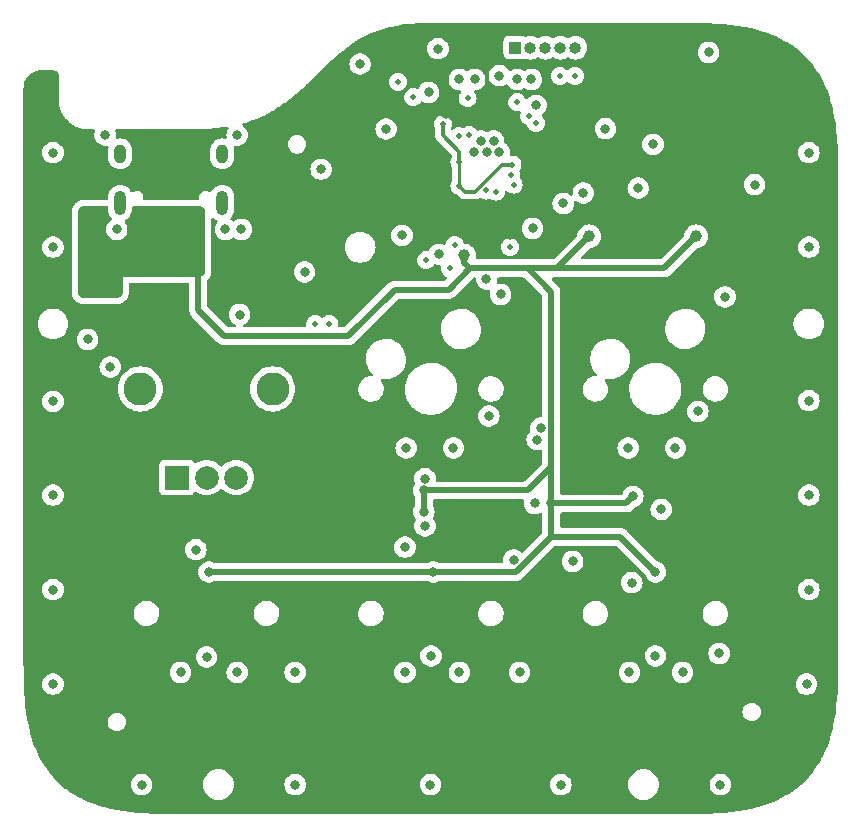
<source format=gbr>
%TF.GenerationSoftware,KiCad,Pcbnew,7.0.1*%
%TF.CreationDate,2023-07-01T02:03:31-04:00*%
%TF.ProjectId,Fluxpad,466c7578-7061-4642-9e6b-696361645f70,rev?*%
%TF.SameCoordinates,Original*%
%TF.FileFunction,Copper,L2,Inr*%
%TF.FilePolarity,Positive*%
%FSLAX46Y46*%
G04 Gerber Fmt 4.6, Leading zero omitted, Abs format (unit mm)*
G04 Created by KiCad (PCBNEW 7.0.1) date 2023-07-01 02:03:31*
%MOMM*%
%LPD*%
G01*
G04 APERTURE LIST*
%TA.AperFunction,ComponentPad*%
%ADD10R,2.000000X2.000000*%
%TD*%
%TA.AperFunction,ComponentPad*%
%ADD11C,2.000000*%
%TD*%
%TA.AperFunction,ComponentPad*%
%ADD12C,2.800000*%
%TD*%
%TA.AperFunction,ComponentPad*%
%ADD13R,1.000000X1.000000*%
%TD*%
%TA.AperFunction,ComponentPad*%
%ADD14O,1.000000X1.000000*%
%TD*%
%TA.AperFunction,ComponentPad*%
%ADD15O,1.000000X1.600000*%
%TD*%
%TA.AperFunction,ComponentPad*%
%ADD16O,1.000000X2.100000*%
%TD*%
%TA.AperFunction,ViaPad*%
%ADD17C,0.800000*%
%TD*%
%TA.AperFunction,ViaPad*%
%ADD18C,0.500000*%
%TD*%
%TA.AperFunction,ViaPad*%
%ADD19C,1.000000*%
%TD*%
%TA.AperFunction,Conductor*%
%ADD20C,0.300000*%
%TD*%
%TA.AperFunction,Conductor*%
%ADD21C,0.250000*%
%TD*%
%TA.AperFunction,Conductor*%
%ADD22C,0.500000*%
%TD*%
G04 APERTURE END LIST*
D10*
%TO.N,/ENCA*%
%TO.C,SW3*%
X138500000Y-117500000D03*
D11*
%TO.N,/ENCB*%
X143500000Y-117500000D03*
%TO.N,GND*%
X141000000Y-117500000D03*
D12*
%TO.N,N/C*%
X135400000Y-110000000D03*
X146600000Y-110000000D03*
%TD*%
D13*
%TO.N,/UART0_TX*%
%TO.C,J4*%
X167150000Y-81100000D03*
D14*
%TO.N,/UART0_RX*%
X168420000Y-81100000D03*
%TO.N,GND*%
X169690000Y-81100000D03*
%TO.N,/SWDIO*%
X170960000Y-81100000D03*
%TO.N,/SWCLK*%
X172230000Y-81100000D03*
%TD*%
D15*
%TO.N,GND*%
%TO.C,J1*%
X133680000Y-90100000D03*
D16*
X133680000Y-94280000D03*
D15*
X142320000Y-90100000D03*
D16*
X142320000Y-94280000D03*
%TD*%
D17*
%TO.N,GND*%
X154000000Y-82500000D03*
X183500000Y-81500000D03*
X192000000Y-98000000D03*
X192000000Y-111000000D03*
X192000000Y-127000000D03*
X128000000Y-135000000D03*
X128000000Y-90000000D03*
X128000000Y-98000000D03*
X128000000Y-111050000D03*
X128000000Y-119000000D03*
X128000000Y-127000000D03*
X135500000Y-143500000D03*
X148500000Y-143500000D03*
X159950000Y-143500000D03*
X171000000Y-143500000D03*
X184500000Y-143500000D03*
X191800000Y-135000000D03*
X192000000Y-119000000D03*
X192000000Y-90000000D03*
D18*
%TO.N,+1V1*%
X162400000Y-92800000D03*
X157200000Y-84000000D03*
X162400000Y-90800000D03*
X161000000Y-87600000D03*
X166900000Y-91000000D03*
X158500000Y-85300000D03*
D17*
%TO.N,Net-(D1-A)*%
X161900000Y-115000000D03*
%TO.N,+3V3*%
X171100000Y-97100000D03*
X178500000Y-85874500D03*
X145700000Y-107000000D03*
D18*
X158500000Y-94000000D03*
D17*
X179500000Y-81300000D03*
X166700000Y-97000000D03*
X135100000Y-103500000D03*
X145700000Y-103900000D03*
X171400000Y-91200000D03*
X150700000Y-94800000D03*
X135100000Y-104900000D03*
X136900000Y-102100000D03*
X136900000Y-103500000D03*
X171700000Y-109900000D03*
X161287500Y-94500000D03*
X135100000Y-102100000D03*
X161300000Y-86700000D03*
X149300000Y-95850000D03*
X166300000Y-108400000D03*
X136900000Y-104900000D03*
%TO.N,SW1*%
X168600000Y-96400000D03*
X164700000Y-100700000D03*
%TO.N,SW4*%
X167000000Y-124500000D03*
X169000000Y-114300000D03*
%TO.N,+5V*%
X170200000Y-119700000D03*
X160200000Y-125500000D03*
D19*
X173400000Y-97075000D03*
X162800000Y-98700000D03*
D17*
X130900000Y-101200000D03*
X177100000Y-119100000D03*
X159400000Y-118600000D03*
X135700000Y-96700000D03*
X132900000Y-99100000D03*
X159400000Y-120400000D03*
D19*
X131950000Y-96400000D03*
D17*
X140300000Y-96700000D03*
X179000000Y-125500000D03*
X141200000Y-125500000D03*
D19*
X182450000Y-97075000D03*
D17*
%TO.N,GND*%
X138800000Y-134000000D03*
X143600000Y-88500000D03*
X130925000Y-105800000D03*
D18*
X162000000Y-97800000D03*
D17*
X164200000Y-89000000D03*
X160700000Y-98600000D03*
X164725000Y-89950000D03*
X159500000Y-121600000D03*
X141000000Y-132700000D03*
X132850000Y-108150000D03*
X174771142Y-87973223D03*
X179500000Y-120200000D03*
X184900000Y-102200000D03*
X172900000Y-93400000D03*
X157550000Y-97000000D03*
X157800000Y-123400000D03*
X171200000Y-94300000D03*
D18*
X167300000Y-85724500D03*
D17*
X160600000Y-81200000D03*
X133400000Y-96500000D03*
X160000000Y-132600000D03*
X177000000Y-126400000D03*
X179000000Y-132600000D03*
X156200000Y-88000000D03*
X165900000Y-102000000D03*
X163675000Y-89950000D03*
X176700000Y-115000000D03*
D18*
X166700000Y-98000000D03*
D17*
X142600000Y-96500000D03*
X159800000Y-84900000D03*
X149300000Y-100100000D03*
X143800000Y-103700000D03*
X165775000Y-89950000D03*
X165300000Y-89000000D03*
X143950000Y-96500000D03*
X132400000Y-88500000D03*
X140100000Y-123600000D03*
X168800000Y-119700000D03*
X177550000Y-93000000D03*
X176800000Y-134000000D03*
X178800000Y-89300000D03*
X157900000Y-115000000D03*
X150700000Y-91400000D03*
X187400000Y-92700000D03*
D18*
X163100000Y-85400000D03*
D17*
X159500000Y-117600000D03*
X157800000Y-134000000D03*
%TO.N,Net-(D2-A)*%
X180700000Y-115000000D03*
%TO.N,Net-(D3-A)*%
X143600000Y-134000000D03*
%TO.N,Net-(D4-A)*%
X162400000Y-134000000D03*
D18*
%TO.N,/UART0_TX*%
X162400000Y-88600000D03*
%TO.N,/UART0_RX*%
X163200000Y-88500000D03*
%TO.N,/SWDIO*%
X168300000Y-86900000D03*
X170900000Y-83500000D03*
X166800000Y-91900000D03*
%TO.N,/SWCLK*%
X167000000Y-92700000D03*
X172200000Y-83500000D03*
X168900000Y-87500000D03*
D17*
%TO.N,/RGB_DOUT*%
X168900000Y-86000000D03*
%TO.N,/SW5*%
X169300000Y-113300000D03*
X172000000Y-124600000D03*
%TO.N,Net-(D8-A)*%
X181300000Y-134000000D03*
%TO.N,/LED1*%
X165791237Y-83483675D03*
X164900000Y-112300000D03*
%TO.N,/LED2*%
X167300000Y-83800000D03*
X182600000Y-111900000D03*
%TO.N,/LED3*%
X148500000Y-134000000D03*
X162400000Y-83800000D03*
%TO.N,/LED4*%
X163700000Y-83800000D03*
X167500000Y-134000000D03*
%TO.N,/LED5*%
X168500000Y-83800000D03*
X184400000Y-132400000D03*
D18*
%TO.N,/ENCA*%
X164700000Y-93200000D03*
X150200000Y-104500000D03*
X159600000Y-99100000D03*
%TO.N,/ENCB*%
X161600000Y-99800000D03*
X151400000Y-104500000D03*
X165500000Y-93300000D03*
%TD*%
D20*
%TO.N,+1V1*%
X161000000Y-88500000D02*
X161000000Y-87600000D01*
X162400000Y-90800000D02*
X162400000Y-89900000D01*
X162900000Y-93300000D02*
X162400000Y-92800000D01*
X166900000Y-91000000D02*
X166000000Y-91000000D01*
X166000000Y-91000000D02*
X163700000Y-93300000D01*
D21*
X162400000Y-92800000D02*
X162400000Y-90800000D01*
D20*
X162400000Y-89900000D02*
X161000000Y-88500000D01*
X163700000Y-93300000D02*
X162900000Y-93300000D01*
D22*
%TO.N,+5V*%
X159400000Y-118600000D02*
X159400000Y-120400000D01*
X142500000Y-105525000D02*
X153000000Y-105525000D01*
X170675000Y-99800000D02*
X173400000Y-97075000D01*
X140300000Y-96700000D02*
X140300000Y-103325000D01*
X170200000Y-119700000D02*
X170200000Y-122502082D01*
X176002082Y-122502082D02*
X179000000Y-125500000D01*
X156925000Y-101600000D02*
X161500000Y-101600000D01*
X170200000Y-101800000D02*
X170200000Y-116600000D01*
X153000000Y-105525000D02*
X156925000Y-101600000D01*
X167202082Y-125500000D02*
X160200000Y-125500000D01*
X168200000Y-118600000D02*
X170200000Y-116600000D01*
X177100000Y-119100000D02*
X176500000Y-119700000D01*
X161500000Y-101600000D02*
X163300000Y-99800000D01*
X176500000Y-119700000D02*
X170200000Y-119700000D01*
X159502082Y-120400000D02*
X159400000Y-120400000D01*
X163300000Y-99800000D02*
X179725000Y-99800000D01*
X162800000Y-99300000D02*
X163300000Y-99800000D01*
X162800000Y-98700000D02*
X162800000Y-99300000D01*
X179725000Y-99800000D02*
X182450000Y-97075000D01*
X168200000Y-99800000D02*
X170200000Y-101800000D01*
X140300000Y-103325000D02*
X142500000Y-105525000D01*
X170200000Y-122502082D02*
X176002082Y-122502082D01*
X170200000Y-122502082D02*
X167202082Y-125500000D01*
X160200000Y-125500000D02*
X141200000Y-125500000D01*
X170200000Y-116600000D02*
X170200000Y-119700000D01*
X159400000Y-118600000D02*
X168200000Y-118600000D01*
%TD*%
%TA.AperFunction,Conductor*%
%TO.N,+5V*%
G36*
X132617500Y-94516613D02*
G01*
X132662887Y-94562000D01*
X132679500Y-94624000D01*
X132679500Y-94880742D01*
X132680114Y-94886776D01*
X132694926Y-95032440D01*
X132725868Y-95131058D01*
X132755841Y-95226588D01*
X132854591Y-95404502D01*
X132967206Y-95535682D01*
X132995559Y-95596845D01*
X132987720Y-95663806D01*
X132946004Y-95716768D01*
X132794129Y-95827110D01*
X132667466Y-95967783D01*
X132572820Y-96131715D01*
X132514326Y-96311742D01*
X132494540Y-96500000D01*
X132514326Y-96688257D01*
X132572820Y-96868284D01*
X132667466Y-97032216D01*
X132794129Y-97172889D01*
X132947269Y-97284151D01*
X133120197Y-97361144D01*
X133305352Y-97400500D01*
X133305354Y-97400500D01*
X133494646Y-97400500D01*
X133494648Y-97400500D01*
X133618083Y-97374262D01*
X133679803Y-97361144D01*
X133852730Y-97284151D01*
X134005871Y-97172888D01*
X134132533Y-97032216D01*
X134227179Y-96868284D01*
X134285674Y-96688256D01*
X134305460Y-96500000D01*
X134285674Y-96311744D01*
X134227179Y-96131716D01*
X134227179Y-96131715D01*
X134132533Y-95967783D01*
X134092588Y-95923420D01*
X134066146Y-95876668D01*
X134061955Y-95823121D01*
X134080800Y-95772824D01*
X134119147Y-95735215D01*
X134122878Y-95732889D01*
X134122887Y-95732886D01*
X134295571Y-95625252D01*
X134443053Y-95485059D01*
X134559295Y-95318049D01*
X134639540Y-95131058D01*
X134680500Y-94931741D01*
X134680500Y-94624000D01*
X134697113Y-94562000D01*
X134742500Y-94516613D01*
X134804500Y-94500000D01*
X140391874Y-94500000D01*
X140408059Y-94501061D01*
X140513223Y-94514906D01*
X140544491Y-94523284D01*
X140634918Y-94560740D01*
X140662952Y-94576925D01*
X140740602Y-94636509D01*
X140763491Y-94659398D01*
X140823074Y-94737048D01*
X140839259Y-94765081D01*
X140876715Y-94855508D01*
X140885093Y-94886775D01*
X140898939Y-94991940D01*
X140900000Y-95008126D01*
X140900000Y-99991874D01*
X140898939Y-100008060D01*
X140885093Y-100113224D01*
X140876715Y-100144491D01*
X140839259Y-100234918D01*
X140823074Y-100262951D01*
X140763491Y-100340601D01*
X140740601Y-100363491D01*
X140662951Y-100423074D01*
X140634918Y-100439259D01*
X140544491Y-100476715D01*
X140513224Y-100485093D01*
X140419398Y-100497446D01*
X140408058Y-100498939D01*
X140391874Y-100500000D01*
X133900000Y-100500000D01*
X133900000Y-100999999D01*
X133900000Y-101791874D01*
X133898939Y-101808060D01*
X133885093Y-101913224D01*
X133876715Y-101944491D01*
X133839259Y-102034918D01*
X133823074Y-102062951D01*
X133763491Y-102140601D01*
X133740601Y-102163491D01*
X133662951Y-102223074D01*
X133634918Y-102239259D01*
X133544491Y-102276715D01*
X133513224Y-102285093D01*
X133419398Y-102297446D01*
X133408058Y-102298939D01*
X133391874Y-102300000D01*
X130608126Y-102300000D01*
X130591941Y-102298939D01*
X130578917Y-102297224D01*
X130486775Y-102285093D01*
X130455508Y-102276715D01*
X130365081Y-102239259D01*
X130337048Y-102223074D01*
X130259398Y-102163491D01*
X130236508Y-102140601D01*
X130176925Y-102062951D01*
X130160740Y-102034918D01*
X130123284Y-101944491D01*
X130114906Y-101913223D01*
X130101061Y-101808059D01*
X130100000Y-101791874D01*
X130100000Y-95008126D01*
X130101061Y-94991941D01*
X130114906Y-94886776D01*
X130123284Y-94855508D01*
X130160740Y-94765081D01*
X130176923Y-94737050D01*
X130236513Y-94659392D01*
X130259392Y-94636513D01*
X130337050Y-94576923D01*
X130365079Y-94560740D01*
X130455509Y-94523283D01*
X130486775Y-94514906D01*
X130591940Y-94501061D01*
X130608126Y-94500000D01*
X132555500Y-94500000D01*
X132617500Y-94516613D01*
G37*
%TD.AperFunction*%
%TD*%
%TA.AperFunction,Conductor*%
%TO.N,+3V3*%
G36*
X181644572Y-79001057D02*
G01*
X181644645Y-79001058D01*
X182284918Y-79004864D01*
X182286049Y-79004876D01*
X182920541Y-79014892D01*
X182922268Y-79014932D01*
X183549536Y-79033831D01*
X183551780Y-79033919D01*
X184170716Y-79064105D01*
X184173349Y-79064263D01*
X184782467Y-79107860D01*
X184785722Y-79108137D01*
X185383509Y-79166999D01*
X185387264Y-79167427D01*
X185972549Y-79243194D01*
X185976676Y-79243801D01*
X186548128Y-79337856D01*
X186552762Y-79338710D01*
X187108982Y-79452187D01*
X187114004Y-79453321D01*
X187653894Y-79587179D01*
X187659291Y-79588649D01*
X187953079Y-79675802D01*
X188181634Y-79743605D01*
X188187389Y-79745466D01*
X188554190Y-79874050D01*
X188691227Y-79922089D01*
X188697236Y-79924373D01*
X188967586Y-80035258D01*
X189181641Y-80123054D01*
X189187889Y-80125820D01*
X189197272Y-80130287D01*
X189652071Y-80346815D01*
X189658428Y-80350071D01*
X190101812Y-80593566D01*
X190108214Y-80597337D01*
X190530221Y-80863371D01*
X190536613Y-80867684D01*
X190936848Y-81156264D01*
X190943088Y-81161072D01*
X191065260Y-81261574D01*
X191321285Y-81472185D01*
X191327300Y-81477468D01*
X191683261Y-81811050D01*
X191688949Y-81816738D01*
X192022523Y-82172688D01*
X192027800Y-82178696D01*
X192338930Y-82556918D01*
X192343739Y-82563158D01*
X192632317Y-82963390D01*
X192636632Y-82969785D01*
X192726360Y-83112118D01*
X192900425Y-83388235D01*
X192902644Y-83391754D01*
X192906432Y-83398184D01*
X193116409Y-83780535D01*
X193149913Y-83841543D01*
X193153183Y-83847929D01*
X193374178Y-84312110D01*
X193376944Y-84318358D01*
X193575623Y-84802755D01*
X193577916Y-84808789D01*
X193754533Y-85312608D01*
X193756392Y-85318359D01*
X193784632Y-85413551D01*
X193911344Y-85840687D01*
X193912821Y-85846112D01*
X194046673Y-86385978D01*
X194047814Y-86391032D01*
X194161287Y-86947229D01*
X194162144Y-86951878D01*
X194256188Y-87523268D01*
X194256808Y-87527486D01*
X194332572Y-88112734D01*
X194333001Y-88116503D01*
X194391859Y-88714256D01*
X194392140Y-88717554D01*
X194418328Y-89083432D01*
X194435211Y-89319324D01*
X194435729Y-89326554D01*
X194435898Y-89329367D01*
X194466077Y-89948187D01*
X194466168Y-89950493D01*
X194485065Y-90577703D01*
X194485106Y-90579480D01*
X194495121Y-91213907D01*
X194495134Y-91215127D01*
X194498939Y-91855099D01*
X194498941Y-91855728D01*
X194499500Y-92500456D01*
X194499500Y-132499544D01*
X194498941Y-133144270D01*
X194498939Y-133144899D01*
X194495134Y-133784871D01*
X194495121Y-133786091D01*
X194485106Y-134420518D01*
X194485065Y-134422295D01*
X194466168Y-135049505D01*
X194466077Y-135051811D01*
X194435898Y-135670631D01*
X194435729Y-135673444D01*
X194392140Y-136282444D01*
X194391859Y-136285742D01*
X194333001Y-136883495D01*
X194332572Y-136887264D01*
X194256808Y-137472512D01*
X194256188Y-137476730D01*
X194162144Y-138048120D01*
X194161287Y-138052769D01*
X194047814Y-138608966D01*
X194046673Y-138614020D01*
X193912821Y-139153886D01*
X193911344Y-139159311D01*
X193756394Y-139681635D01*
X193754533Y-139687390D01*
X193577916Y-140191209D01*
X193575623Y-140197243D01*
X193376944Y-140681640D01*
X193374178Y-140687888D01*
X193153183Y-141152069D01*
X193149913Y-141158455D01*
X192906437Y-141601806D01*
X192902644Y-141608244D01*
X192636632Y-142030213D01*
X192632317Y-142036608D01*
X192343739Y-142436840D01*
X192338920Y-142443094D01*
X192027806Y-142821295D01*
X192022523Y-142827310D01*
X191688949Y-143183260D01*
X191683261Y-143188948D01*
X191327300Y-143522530D01*
X191321285Y-143527813D01*
X190943095Y-143838920D01*
X190936841Y-143843739D01*
X190536616Y-144132312D01*
X190530221Y-144136627D01*
X190108232Y-144402650D01*
X190101794Y-144406443D01*
X189658442Y-144649920D01*
X189652056Y-144653190D01*
X189187889Y-144874178D01*
X189181641Y-144876944D01*
X188697255Y-145075618D01*
X188691221Y-145077911D01*
X188187389Y-145254532D01*
X188181634Y-145256393D01*
X187659305Y-145411345D01*
X187653880Y-145412822D01*
X187114020Y-145546673D01*
X187108966Y-145547814D01*
X186552770Y-145661286D01*
X186548121Y-145662143D01*
X185976722Y-145756190D01*
X185972503Y-145756810D01*
X185387270Y-145832570D01*
X185383502Y-145832999D01*
X184785741Y-145891859D01*
X184782443Y-145892140D01*
X184223574Y-145932140D01*
X184173436Y-145935729D01*
X184170629Y-145935898D01*
X183551811Y-145966077D01*
X183549505Y-145966168D01*
X182922293Y-145985065D01*
X182920516Y-145985106D01*
X182286092Y-145995121D01*
X182284872Y-145995134D01*
X181644898Y-145998939D01*
X181644269Y-145998941D01*
X181001417Y-145999498D01*
X180999542Y-145999500D01*
X139000457Y-145999500D01*
X138998576Y-145999498D01*
X138355728Y-145998941D01*
X138355099Y-145998939D01*
X137715127Y-145995134D01*
X137713907Y-145995121D01*
X137079480Y-145985106D01*
X137077703Y-145985065D01*
X136450493Y-145966168D01*
X136448187Y-145966077D01*
X135863808Y-145937577D01*
X135829363Y-145935897D01*
X135826565Y-145935729D01*
X135716156Y-145927827D01*
X135217554Y-145892140D01*
X135214256Y-145891859D01*
X134616503Y-145833001D01*
X134612734Y-145832572D01*
X134027486Y-145756808D01*
X134023268Y-145756188D01*
X133451878Y-145662144D01*
X133447229Y-145661287D01*
X132891032Y-145547814D01*
X132885978Y-145546673D01*
X132346112Y-145412821D01*
X132340687Y-145411344D01*
X131893086Y-145278561D01*
X131818359Y-145256392D01*
X131812608Y-145254533D01*
X131812605Y-145254532D01*
X131713147Y-145219666D01*
X131308789Y-145077916D01*
X131302755Y-145075623D01*
X130818358Y-144876944D01*
X130812110Y-144874178D01*
X130347929Y-144653183D01*
X130341543Y-144649913D01*
X130313903Y-144634734D01*
X129898184Y-144406432D01*
X129891763Y-144402649D01*
X129536780Y-144178866D01*
X129469785Y-144136632D01*
X129463390Y-144132317D01*
X129063158Y-143843739D01*
X129056918Y-143838930D01*
X128678696Y-143527800D01*
X128672688Y-143522523D01*
X128648654Y-143500000D01*
X134586496Y-143500000D01*
X134606458Y-143689929D01*
X134665472Y-143871556D01*
X134760957Y-144036941D01*
X134760960Y-144036944D01*
X134888747Y-144178866D01*
X135007717Y-144265303D01*
X135043248Y-144291118D01*
X135217714Y-144368795D01*
X135404511Y-144408500D01*
X135404513Y-144408500D01*
X135595487Y-144408500D01*
X135595489Y-144408500D01*
X135782285Y-144368795D01*
X135782286Y-144368794D01*
X135782288Y-144368794D01*
X135956752Y-144291118D01*
X136111253Y-144178866D01*
X136239040Y-144036944D01*
X136307235Y-143918828D01*
X136334527Y-143871556D01*
X136345131Y-143838920D01*
X136393542Y-143689928D01*
X136413504Y-143500000D01*
X140694531Y-143500000D01*
X140714364Y-143726689D01*
X140773261Y-143946497D01*
X140869432Y-144152735D01*
X140999953Y-144339140D01*
X141160859Y-144500046D01*
X141347264Y-144630567D01*
X141347265Y-144630567D01*
X141347266Y-144630568D01*
X141553504Y-144726739D01*
X141773308Y-144785635D01*
X141858262Y-144793067D01*
X141943214Y-144800500D01*
X141943216Y-144800500D01*
X142056784Y-144800500D01*
X142056786Y-144800500D01*
X142124747Y-144794554D01*
X142226692Y-144785635D01*
X142446496Y-144726739D01*
X142652734Y-144630568D01*
X142839139Y-144500047D01*
X143000047Y-144339139D01*
X143130568Y-144152734D01*
X143226739Y-143946496D01*
X143285635Y-143726692D01*
X143305468Y-143500000D01*
X147586496Y-143500000D01*
X147606458Y-143689929D01*
X147665472Y-143871556D01*
X147760957Y-144036941D01*
X147760960Y-144036944D01*
X147888747Y-144178866D01*
X148007717Y-144265303D01*
X148043248Y-144291118D01*
X148217714Y-144368795D01*
X148404511Y-144408500D01*
X148404513Y-144408500D01*
X148595487Y-144408500D01*
X148595489Y-144408500D01*
X148782285Y-144368795D01*
X148782286Y-144368794D01*
X148782288Y-144368794D01*
X148956752Y-144291118D01*
X149111253Y-144178866D01*
X149239040Y-144036944D01*
X149307235Y-143918828D01*
X149334527Y-143871556D01*
X149345131Y-143838920D01*
X149393542Y-143689928D01*
X149413504Y-143500000D01*
X159036496Y-143500000D01*
X159056458Y-143689929D01*
X159115472Y-143871556D01*
X159210957Y-144036941D01*
X159210960Y-144036944D01*
X159338747Y-144178866D01*
X159457717Y-144265303D01*
X159493248Y-144291118D01*
X159667714Y-144368795D01*
X159854511Y-144408500D01*
X159854513Y-144408500D01*
X160045487Y-144408500D01*
X160045489Y-144408500D01*
X160232285Y-144368795D01*
X160232286Y-144368794D01*
X160232288Y-144368794D01*
X160406752Y-144291118D01*
X160561253Y-144178866D01*
X160689040Y-144036944D01*
X160757235Y-143918828D01*
X160784527Y-143871556D01*
X160795131Y-143838920D01*
X160843542Y-143689928D01*
X160863504Y-143500000D01*
X170086496Y-143500000D01*
X170106458Y-143689929D01*
X170165472Y-143871556D01*
X170260957Y-144036941D01*
X170260960Y-144036944D01*
X170388747Y-144178866D01*
X170507717Y-144265303D01*
X170543248Y-144291118D01*
X170717714Y-144368795D01*
X170904511Y-144408500D01*
X170904513Y-144408500D01*
X171095487Y-144408500D01*
X171095489Y-144408500D01*
X171282285Y-144368795D01*
X171282286Y-144368794D01*
X171282288Y-144368794D01*
X171456752Y-144291118D01*
X171611253Y-144178866D01*
X171739040Y-144036944D01*
X171807235Y-143918828D01*
X171834527Y-143871556D01*
X171845131Y-143838920D01*
X171893542Y-143689928D01*
X171913504Y-143500000D01*
X171913504Y-143499999D01*
X176694531Y-143499999D01*
X176714364Y-143726689D01*
X176773261Y-143946497D01*
X176869432Y-144152735D01*
X176999953Y-144339140D01*
X177160859Y-144500046D01*
X177347264Y-144630567D01*
X177347265Y-144630567D01*
X177347266Y-144630568D01*
X177553504Y-144726739D01*
X177773308Y-144785635D01*
X177858262Y-144793067D01*
X177943214Y-144800500D01*
X177943216Y-144800500D01*
X178056784Y-144800500D01*
X178056786Y-144800500D01*
X178124747Y-144794554D01*
X178226692Y-144785635D01*
X178446496Y-144726739D01*
X178652734Y-144630568D01*
X178839139Y-144500047D01*
X179000047Y-144339139D01*
X179130568Y-144152734D01*
X179226739Y-143946496D01*
X179285635Y-143726692D01*
X179305468Y-143500000D01*
X183586496Y-143500000D01*
X183606458Y-143689929D01*
X183665472Y-143871556D01*
X183760957Y-144036941D01*
X183760960Y-144036944D01*
X183888747Y-144178866D01*
X184007717Y-144265303D01*
X184043248Y-144291118D01*
X184217714Y-144368795D01*
X184404511Y-144408500D01*
X184404513Y-144408500D01*
X184595487Y-144408500D01*
X184595489Y-144408500D01*
X184782285Y-144368795D01*
X184782286Y-144368794D01*
X184782288Y-144368794D01*
X184956752Y-144291118D01*
X185111253Y-144178866D01*
X185239040Y-144036944D01*
X185307235Y-143918828D01*
X185334527Y-143871556D01*
X185345131Y-143838920D01*
X185393542Y-143689928D01*
X185413504Y-143500000D01*
X185393542Y-143310072D01*
X185362931Y-143215862D01*
X185334527Y-143128443D01*
X185239042Y-142963058D01*
X185219442Y-142941291D01*
X185111253Y-142821134D01*
X184956752Y-142708882D01*
X184956751Y-142708881D01*
X184782285Y-142631204D01*
X184595489Y-142591500D01*
X184595487Y-142591500D01*
X184404513Y-142591500D01*
X184404511Y-142591500D01*
X184217714Y-142631204D01*
X184043248Y-142708881D01*
X183888748Y-142821133D01*
X183760957Y-142963058D01*
X183665472Y-143128443D01*
X183606458Y-143310070D01*
X183586496Y-143500000D01*
X179305468Y-143500000D01*
X179285635Y-143273308D01*
X179226739Y-143053504D01*
X179130568Y-142847266D01*
X179114552Y-142824393D01*
X179000046Y-142660859D01*
X178839140Y-142499953D01*
X178652735Y-142369432D01*
X178446497Y-142273261D01*
X178226689Y-142214364D01*
X178056786Y-142199500D01*
X178056784Y-142199500D01*
X177943216Y-142199500D01*
X177943214Y-142199500D01*
X177773310Y-142214364D01*
X177553502Y-142273261D01*
X177347264Y-142369432D01*
X177160859Y-142499953D01*
X176999953Y-142660859D01*
X176869432Y-142847264D01*
X176773261Y-143053502D01*
X176714364Y-143273310D01*
X176694531Y-143499999D01*
X171913504Y-143499999D01*
X171893542Y-143310072D01*
X171862931Y-143215862D01*
X171834527Y-143128443D01*
X171739042Y-142963058D01*
X171719442Y-142941291D01*
X171611253Y-142821134D01*
X171456752Y-142708882D01*
X171456751Y-142708881D01*
X171282285Y-142631204D01*
X171095489Y-142591500D01*
X171095487Y-142591500D01*
X170904513Y-142591500D01*
X170904511Y-142591500D01*
X170717714Y-142631204D01*
X170543248Y-142708881D01*
X170388748Y-142821133D01*
X170260957Y-142963058D01*
X170165472Y-143128443D01*
X170106458Y-143310070D01*
X170086496Y-143500000D01*
X160863504Y-143500000D01*
X160843542Y-143310072D01*
X160812931Y-143215862D01*
X160784527Y-143128443D01*
X160689042Y-142963058D01*
X160669442Y-142941291D01*
X160561253Y-142821134D01*
X160406752Y-142708882D01*
X160406751Y-142708881D01*
X160232285Y-142631204D01*
X160045489Y-142591500D01*
X160045487Y-142591500D01*
X159854513Y-142591500D01*
X159854511Y-142591500D01*
X159667714Y-142631204D01*
X159493248Y-142708881D01*
X159338748Y-142821133D01*
X159210957Y-142963058D01*
X159115472Y-143128443D01*
X159056458Y-143310070D01*
X159036496Y-143500000D01*
X149413504Y-143500000D01*
X149393542Y-143310072D01*
X149362931Y-143215862D01*
X149334527Y-143128443D01*
X149239042Y-142963058D01*
X149219442Y-142941291D01*
X149111253Y-142821134D01*
X148956752Y-142708882D01*
X148956751Y-142708881D01*
X148782285Y-142631204D01*
X148595489Y-142591500D01*
X148595487Y-142591500D01*
X148404513Y-142591500D01*
X148404511Y-142591500D01*
X148217714Y-142631204D01*
X148043248Y-142708881D01*
X147888748Y-142821133D01*
X147760957Y-142963058D01*
X147665472Y-143128443D01*
X147606458Y-143310070D01*
X147586496Y-143500000D01*
X143305468Y-143500000D01*
X143285635Y-143273308D01*
X143226739Y-143053504D01*
X143130568Y-142847266D01*
X143114552Y-142824393D01*
X143000046Y-142660859D01*
X142839140Y-142499953D01*
X142652735Y-142369432D01*
X142446497Y-142273261D01*
X142226689Y-142214364D01*
X142056786Y-142199500D01*
X142056784Y-142199500D01*
X141943216Y-142199500D01*
X141943214Y-142199500D01*
X141773310Y-142214364D01*
X141553502Y-142273261D01*
X141347264Y-142369432D01*
X141160859Y-142499953D01*
X140999953Y-142660859D01*
X140869432Y-142847264D01*
X140773261Y-143053502D01*
X140714364Y-143273310D01*
X140694531Y-143500000D01*
X136413504Y-143500000D01*
X136393542Y-143310072D01*
X136362931Y-143215862D01*
X136334527Y-143128443D01*
X136239042Y-142963058D01*
X136219442Y-142941291D01*
X136111253Y-142821134D01*
X135956752Y-142708882D01*
X135956751Y-142708881D01*
X135782285Y-142631204D01*
X135595489Y-142591500D01*
X135595487Y-142591500D01*
X135404513Y-142591500D01*
X135404511Y-142591500D01*
X135217714Y-142631204D01*
X135043248Y-142708881D01*
X134888748Y-142821133D01*
X134760957Y-142963058D01*
X134665472Y-143128443D01*
X134606458Y-143310070D01*
X134586496Y-143500000D01*
X128648654Y-143500000D01*
X128316738Y-143188949D01*
X128311050Y-143183261D01*
X127977468Y-142827300D01*
X127972185Y-142821285D01*
X127661078Y-142443095D01*
X127661077Y-142443094D01*
X127661072Y-142443088D01*
X127656259Y-142436841D01*
X127656258Y-142436840D01*
X127367684Y-142036613D01*
X127363371Y-142030221D01*
X127119335Y-141643109D01*
X127097337Y-141608214D01*
X127093562Y-141601806D01*
X126850071Y-141158428D01*
X126846815Y-141152069D01*
X126625820Y-140687889D01*
X126623054Y-140681641D01*
X126555222Y-140516261D01*
X126424373Y-140197236D01*
X126422087Y-140191221D01*
X126245466Y-139687389D01*
X126243605Y-139681634D01*
X126088653Y-139159305D01*
X126087176Y-139153880D01*
X126016004Y-138866824D01*
X125953321Y-138614004D01*
X125952184Y-138608966D01*
X125937918Y-138539042D01*
X125868749Y-138200000D01*
X132618586Y-138200000D01*
X132638178Y-138373878D01*
X132638178Y-138373880D01*
X132638179Y-138373881D01*
X132695971Y-138539042D01*
X132789067Y-138687203D01*
X132912797Y-138810933D01*
X133060958Y-138904029D01*
X133226119Y-138961821D01*
X133278230Y-138967692D01*
X133356394Y-138976500D01*
X133356397Y-138976500D01*
X133443603Y-138976500D01*
X133443606Y-138976500D01*
X133508742Y-138969160D01*
X133573881Y-138961821D01*
X133739042Y-138904029D01*
X133887203Y-138810933D01*
X134010933Y-138687203D01*
X134104029Y-138539042D01*
X134161821Y-138373881D01*
X134181413Y-138200000D01*
X134161821Y-138026119D01*
X134104029Y-137860958D01*
X134010933Y-137712797D01*
X133887203Y-137589067D01*
X133739042Y-137495971D01*
X133573881Y-137438179D01*
X133573880Y-137438178D01*
X133573878Y-137438178D01*
X133443606Y-137423500D01*
X133443603Y-137423500D01*
X133356397Y-137423500D01*
X133356394Y-137423500D01*
X133226121Y-137438178D01*
X133060957Y-137495971D01*
X132912795Y-137589068D01*
X132789068Y-137712795D01*
X132695971Y-137860957D01*
X132638178Y-138026121D01*
X132618586Y-138200000D01*
X125868749Y-138200000D01*
X125838710Y-138052762D01*
X125837855Y-138048121D01*
X125823505Y-137960933D01*
X125743801Y-137476676D01*
X125743194Y-137472549D01*
X125727330Y-137349999D01*
X186368586Y-137349999D01*
X186388178Y-137523878D01*
X186388178Y-137523880D01*
X186388179Y-137523881D01*
X186445971Y-137689042D01*
X186539067Y-137837203D01*
X186662797Y-137960933D01*
X186810958Y-138054029D01*
X186976119Y-138111821D01*
X187028230Y-138117692D01*
X187106394Y-138126500D01*
X187106397Y-138126500D01*
X187193603Y-138126500D01*
X187193606Y-138126500D01*
X187258742Y-138119160D01*
X187323881Y-138111821D01*
X187489042Y-138054029D01*
X187637203Y-137960933D01*
X187760933Y-137837203D01*
X187854029Y-137689042D01*
X187911821Y-137523881D01*
X187931413Y-137350000D01*
X187911821Y-137176119D01*
X187854029Y-137010958D01*
X187760933Y-136862797D01*
X187637203Y-136739067D01*
X187489042Y-136645971D01*
X187323881Y-136588179D01*
X187323880Y-136588178D01*
X187323878Y-136588178D01*
X187193606Y-136573500D01*
X187193603Y-136573500D01*
X187106397Y-136573500D01*
X187106394Y-136573500D01*
X186976121Y-136588178D01*
X186810957Y-136645971D01*
X186662795Y-136739068D01*
X186539068Y-136862795D01*
X186445971Y-137010957D01*
X186388178Y-137176121D01*
X186368586Y-137349999D01*
X125727330Y-137349999D01*
X125667427Y-136887264D01*
X125666999Y-136883502D01*
X125613470Y-136339877D01*
X125608137Y-136285722D01*
X125607858Y-136282443D01*
X125564263Y-135673349D01*
X125564105Y-135670716D01*
X125533919Y-135051780D01*
X125533830Y-135049505D01*
X125532338Y-135000000D01*
X127086496Y-135000000D01*
X127106458Y-135189929D01*
X127165472Y-135371556D01*
X127260957Y-135536941D01*
X127260960Y-135536944D01*
X127388747Y-135678866D01*
X127462089Y-135732152D01*
X127543248Y-135791118D01*
X127717714Y-135868795D01*
X127904511Y-135908500D01*
X127904513Y-135908500D01*
X128095487Y-135908500D01*
X128095489Y-135908500D01*
X128282285Y-135868795D01*
X128282286Y-135868794D01*
X128282288Y-135868794D01*
X128456752Y-135791118D01*
X128611253Y-135678866D01*
X128739040Y-135536944D01*
X128834527Y-135371556D01*
X128893542Y-135189928D01*
X128913504Y-135000000D01*
X190886496Y-135000000D01*
X190906458Y-135189929D01*
X190965472Y-135371556D01*
X191060957Y-135536941D01*
X191060960Y-135536944D01*
X191188747Y-135678866D01*
X191262089Y-135732152D01*
X191343248Y-135791118D01*
X191517714Y-135868795D01*
X191704511Y-135908500D01*
X191704513Y-135908500D01*
X191895487Y-135908500D01*
X191895489Y-135908500D01*
X192082285Y-135868795D01*
X192082286Y-135868794D01*
X192082288Y-135868794D01*
X192256752Y-135791118D01*
X192411253Y-135678866D01*
X192539040Y-135536944D01*
X192634527Y-135371556D01*
X192693542Y-135189928D01*
X192713504Y-135000000D01*
X192693542Y-134810072D01*
X192634527Y-134628444D01*
X192634527Y-134628443D01*
X192539042Y-134463058D01*
X192519442Y-134441291D01*
X192411253Y-134321134D01*
X192256752Y-134208882D01*
X192256751Y-134208881D01*
X192082285Y-134131204D01*
X191895489Y-134091500D01*
X191895487Y-134091500D01*
X191704513Y-134091500D01*
X191704511Y-134091500D01*
X191517714Y-134131204D01*
X191343248Y-134208881D01*
X191188748Y-134321133D01*
X191060957Y-134463058D01*
X190965472Y-134628443D01*
X190906458Y-134810070D01*
X190886496Y-135000000D01*
X128913504Y-135000000D01*
X128893542Y-134810072D01*
X128834527Y-134628444D01*
X128834527Y-134628443D01*
X128739042Y-134463058D01*
X128719442Y-134441291D01*
X128611253Y-134321134D01*
X128456752Y-134208882D01*
X128456751Y-134208881D01*
X128282285Y-134131204D01*
X128095489Y-134091500D01*
X128095487Y-134091500D01*
X127904513Y-134091500D01*
X127904511Y-134091500D01*
X127717714Y-134131204D01*
X127543248Y-134208881D01*
X127388748Y-134321133D01*
X127260957Y-134463058D01*
X127165472Y-134628443D01*
X127106458Y-134810070D01*
X127086496Y-135000000D01*
X125532338Y-135000000D01*
X125514932Y-134422268D01*
X125514892Y-134420516D01*
X125508254Y-134000000D01*
X137886496Y-134000000D01*
X137906458Y-134189929D01*
X137965472Y-134371556D01*
X138060957Y-134536941D01*
X138060960Y-134536944D01*
X138188747Y-134678866D01*
X138343247Y-134791117D01*
X138343248Y-134791118D01*
X138517714Y-134868795D01*
X138704511Y-134908500D01*
X138704513Y-134908500D01*
X138895487Y-134908500D01*
X138895489Y-134908500D01*
X139082285Y-134868795D01*
X139082286Y-134868794D01*
X139082288Y-134868794D01*
X139256752Y-134791118D01*
X139411253Y-134678866D01*
X139539040Y-134536944D01*
X139634527Y-134371556D01*
X139693542Y-134189928D01*
X139713504Y-134000000D01*
X142686496Y-134000000D01*
X142706458Y-134189929D01*
X142765472Y-134371556D01*
X142860957Y-134536941D01*
X142860960Y-134536944D01*
X142988747Y-134678866D01*
X143143247Y-134791117D01*
X143143248Y-134791118D01*
X143317714Y-134868795D01*
X143504511Y-134908500D01*
X143504513Y-134908500D01*
X143695487Y-134908500D01*
X143695489Y-134908500D01*
X143882285Y-134868795D01*
X143882286Y-134868794D01*
X143882288Y-134868794D01*
X144056752Y-134791118D01*
X144211253Y-134678866D01*
X144339040Y-134536944D01*
X144434527Y-134371556D01*
X144493542Y-134189928D01*
X144513504Y-134000000D01*
X147586496Y-134000000D01*
X147606458Y-134189929D01*
X147665472Y-134371556D01*
X147760957Y-134536941D01*
X147760960Y-134536944D01*
X147888747Y-134678866D01*
X148043247Y-134791117D01*
X148043248Y-134791118D01*
X148217714Y-134868795D01*
X148404511Y-134908500D01*
X148404513Y-134908500D01*
X148595487Y-134908500D01*
X148595489Y-134908500D01*
X148782285Y-134868795D01*
X148782286Y-134868794D01*
X148782288Y-134868794D01*
X148956752Y-134791118D01*
X149111253Y-134678866D01*
X149239040Y-134536944D01*
X149334527Y-134371556D01*
X149393542Y-134189928D01*
X149413504Y-134000000D01*
X156886496Y-134000000D01*
X156906458Y-134189929D01*
X156965472Y-134371556D01*
X157060957Y-134536941D01*
X157060960Y-134536944D01*
X157188747Y-134678866D01*
X157343247Y-134791117D01*
X157343248Y-134791118D01*
X157517714Y-134868795D01*
X157704511Y-134908500D01*
X157704513Y-134908500D01*
X157895487Y-134908500D01*
X157895489Y-134908500D01*
X158082285Y-134868795D01*
X158082286Y-134868794D01*
X158082288Y-134868794D01*
X158256752Y-134791118D01*
X158411253Y-134678866D01*
X158539040Y-134536944D01*
X158634527Y-134371556D01*
X158693542Y-134189928D01*
X158713504Y-134000000D01*
X161486496Y-134000000D01*
X161506458Y-134189929D01*
X161565472Y-134371556D01*
X161660957Y-134536941D01*
X161660960Y-134536944D01*
X161788747Y-134678866D01*
X161943247Y-134791117D01*
X161943248Y-134791118D01*
X162117714Y-134868795D01*
X162304511Y-134908500D01*
X162304513Y-134908500D01*
X162495487Y-134908500D01*
X162495489Y-134908500D01*
X162682285Y-134868795D01*
X162682286Y-134868794D01*
X162682288Y-134868794D01*
X162856752Y-134791118D01*
X163011253Y-134678866D01*
X163139040Y-134536944D01*
X163234527Y-134371556D01*
X163293542Y-134189928D01*
X163313504Y-134000000D01*
X166586496Y-134000000D01*
X166606458Y-134189929D01*
X166665472Y-134371556D01*
X166760957Y-134536941D01*
X166760960Y-134536944D01*
X166888747Y-134678866D01*
X167043247Y-134791117D01*
X167043248Y-134791118D01*
X167217714Y-134868795D01*
X167404511Y-134908500D01*
X167404513Y-134908500D01*
X167595487Y-134908500D01*
X167595489Y-134908500D01*
X167782285Y-134868795D01*
X167782286Y-134868794D01*
X167782288Y-134868794D01*
X167956752Y-134791118D01*
X168111253Y-134678866D01*
X168239040Y-134536944D01*
X168334527Y-134371556D01*
X168393542Y-134189928D01*
X168413504Y-134000000D01*
X175886496Y-134000000D01*
X175906458Y-134189929D01*
X175965472Y-134371556D01*
X176060957Y-134536941D01*
X176060960Y-134536944D01*
X176188747Y-134678866D01*
X176343247Y-134791117D01*
X176343248Y-134791118D01*
X176517714Y-134868795D01*
X176704511Y-134908500D01*
X176704513Y-134908500D01*
X176895487Y-134908500D01*
X176895489Y-134908500D01*
X177082285Y-134868795D01*
X177082286Y-134868794D01*
X177082288Y-134868794D01*
X177256752Y-134791118D01*
X177411253Y-134678866D01*
X177539040Y-134536944D01*
X177634527Y-134371556D01*
X177693542Y-134189928D01*
X177713504Y-134000000D01*
X180386496Y-134000000D01*
X180406458Y-134189929D01*
X180465472Y-134371556D01*
X180560957Y-134536941D01*
X180560960Y-134536944D01*
X180688747Y-134678866D01*
X180843247Y-134791117D01*
X180843248Y-134791118D01*
X181017714Y-134868795D01*
X181204511Y-134908500D01*
X181204513Y-134908500D01*
X181395487Y-134908500D01*
X181395489Y-134908500D01*
X181582285Y-134868795D01*
X181582286Y-134868794D01*
X181582288Y-134868794D01*
X181756752Y-134791118D01*
X181911253Y-134678866D01*
X182039040Y-134536944D01*
X182134527Y-134371556D01*
X182193542Y-134189928D01*
X182213504Y-134000000D01*
X182193542Y-133810072D01*
X182134527Y-133628444D01*
X182134527Y-133628443D01*
X182039042Y-133463058D01*
X182019442Y-133441291D01*
X181911253Y-133321134D01*
X181756752Y-133208882D01*
X181756751Y-133208881D01*
X181582285Y-133131204D01*
X181395489Y-133091500D01*
X181395487Y-133091500D01*
X181204513Y-133091500D01*
X181204511Y-133091500D01*
X181017714Y-133131204D01*
X180843248Y-133208881D01*
X180688748Y-133321133D01*
X180560957Y-133463058D01*
X180465472Y-133628443D01*
X180406458Y-133810070D01*
X180386496Y-134000000D01*
X177713504Y-134000000D01*
X177693542Y-133810072D01*
X177634527Y-133628444D01*
X177634527Y-133628443D01*
X177539042Y-133463058D01*
X177519442Y-133441291D01*
X177411253Y-133321134D01*
X177256752Y-133208882D01*
X177256751Y-133208881D01*
X177082285Y-133131204D01*
X176895489Y-133091500D01*
X176895487Y-133091500D01*
X176704513Y-133091500D01*
X176704511Y-133091500D01*
X176517714Y-133131204D01*
X176343248Y-133208881D01*
X176188748Y-133321133D01*
X176060957Y-133463058D01*
X175965472Y-133628443D01*
X175906458Y-133810070D01*
X175886496Y-134000000D01*
X168413504Y-134000000D01*
X168393542Y-133810072D01*
X168334527Y-133628444D01*
X168334527Y-133628443D01*
X168239042Y-133463058D01*
X168219442Y-133441291D01*
X168111253Y-133321134D01*
X167956752Y-133208882D01*
X167956751Y-133208881D01*
X167782285Y-133131204D01*
X167595489Y-133091500D01*
X167595487Y-133091500D01*
X167404513Y-133091500D01*
X167404511Y-133091500D01*
X167217714Y-133131204D01*
X167043248Y-133208881D01*
X166888748Y-133321133D01*
X166760957Y-133463058D01*
X166665472Y-133628443D01*
X166606458Y-133810070D01*
X166586496Y-134000000D01*
X163313504Y-134000000D01*
X163293542Y-133810072D01*
X163234527Y-133628444D01*
X163234527Y-133628443D01*
X163139042Y-133463058D01*
X163119442Y-133441291D01*
X163011253Y-133321134D01*
X162856752Y-133208882D01*
X162856751Y-133208881D01*
X162682285Y-133131204D01*
X162495489Y-133091500D01*
X162495487Y-133091500D01*
X162304513Y-133091500D01*
X162304511Y-133091500D01*
X162117714Y-133131204D01*
X161943248Y-133208881D01*
X161788748Y-133321133D01*
X161660957Y-133463058D01*
X161565472Y-133628443D01*
X161506458Y-133810070D01*
X161486496Y-134000000D01*
X158713504Y-134000000D01*
X158693542Y-133810072D01*
X158634527Y-133628444D01*
X158634527Y-133628443D01*
X158539042Y-133463058D01*
X158519442Y-133441291D01*
X158411253Y-133321134D01*
X158256752Y-133208882D01*
X158256751Y-133208881D01*
X158082285Y-133131204D01*
X157895489Y-133091500D01*
X157895487Y-133091500D01*
X157704513Y-133091500D01*
X157704511Y-133091500D01*
X157517714Y-133131204D01*
X157343248Y-133208881D01*
X157188748Y-133321133D01*
X157060957Y-133463058D01*
X156965472Y-133628443D01*
X156906458Y-133810070D01*
X156886496Y-134000000D01*
X149413504Y-134000000D01*
X149393542Y-133810072D01*
X149334527Y-133628444D01*
X149334527Y-133628443D01*
X149239042Y-133463058D01*
X149219442Y-133441291D01*
X149111253Y-133321134D01*
X148956752Y-133208882D01*
X148956751Y-133208881D01*
X148782285Y-133131204D01*
X148595489Y-133091500D01*
X148595487Y-133091500D01*
X148404513Y-133091500D01*
X148404511Y-133091500D01*
X148217714Y-133131204D01*
X148043248Y-133208881D01*
X147888748Y-133321133D01*
X147760957Y-133463058D01*
X147665472Y-133628443D01*
X147606458Y-133810070D01*
X147586496Y-134000000D01*
X144513504Y-134000000D01*
X144493542Y-133810072D01*
X144434527Y-133628444D01*
X144434527Y-133628443D01*
X144339042Y-133463058D01*
X144319442Y-133441291D01*
X144211253Y-133321134D01*
X144056752Y-133208882D01*
X144056751Y-133208881D01*
X143882285Y-133131204D01*
X143695489Y-133091500D01*
X143695487Y-133091500D01*
X143504513Y-133091500D01*
X143504511Y-133091500D01*
X143317714Y-133131204D01*
X143143248Y-133208881D01*
X142988748Y-133321133D01*
X142860957Y-133463058D01*
X142765472Y-133628443D01*
X142706458Y-133810070D01*
X142686496Y-134000000D01*
X139713504Y-134000000D01*
X139693542Y-133810072D01*
X139634527Y-133628444D01*
X139634527Y-133628443D01*
X139539042Y-133463058D01*
X139519442Y-133441291D01*
X139411253Y-133321134D01*
X139256752Y-133208882D01*
X139256751Y-133208881D01*
X139082285Y-133131204D01*
X138895489Y-133091500D01*
X138895487Y-133091500D01*
X138704513Y-133091500D01*
X138704511Y-133091500D01*
X138517714Y-133131204D01*
X138343248Y-133208881D01*
X138188748Y-133321133D01*
X138060957Y-133463058D01*
X137965472Y-133628443D01*
X137906458Y-133810070D01*
X137886496Y-134000000D01*
X125508254Y-134000000D01*
X125504877Y-133786092D01*
X125504864Y-133784872D01*
X125504864Y-133784871D01*
X125501058Y-133144612D01*
X125500673Y-132700000D01*
X140086496Y-132700000D01*
X140106458Y-132889929D01*
X140165472Y-133071556D01*
X140260957Y-133236941D01*
X140260960Y-133236944D01*
X140388747Y-133378866D01*
X140504624Y-133463056D01*
X140543248Y-133491118D01*
X140717714Y-133568795D01*
X140904511Y-133608500D01*
X140904513Y-133608500D01*
X141095487Y-133608500D01*
X141095489Y-133608500D01*
X141282285Y-133568795D01*
X141282286Y-133568794D01*
X141282288Y-133568794D01*
X141456752Y-133491118D01*
X141611253Y-133378866D01*
X141739040Y-133236944D01*
X141770508Y-133182441D01*
X141834527Y-133071556D01*
X141878266Y-132936941D01*
X141893542Y-132889928D01*
X141913504Y-132700000D01*
X141902994Y-132600000D01*
X159086496Y-132600000D01*
X159106458Y-132789929D01*
X159165472Y-132971556D01*
X159260957Y-133136941D01*
X159270810Y-133147884D01*
X159388747Y-133278866D01*
X159446924Y-133321134D01*
X159543248Y-133391118D01*
X159717714Y-133468795D01*
X159904511Y-133508500D01*
X159904513Y-133508500D01*
X160095487Y-133508500D01*
X160095489Y-133508500D01*
X160282285Y-133468795D01*
X160282286Y-133468794D01*
X160282288Y-133468794D01*
X160456752Y-133391118D01*
X160611253Y-133278866D01*
X160739040Y-133136944D01*
X160772572Y-133078866D01*
X160834527Y-132971556D01*
X160861049Y-132889929D01*
X160893542Y-132789928D01*
X160913504Y-132600000D01*
X178086496Y-132600000D01*
X178106458Y-132789929D01*
X178165472Y-132971556D01*
X178260957Y-133136941D01*
X178270810Y-133147884D01*
X178388747Y-133278866D01*
X178446924Y-133321134D01*
X178543248Y-133391118D01*
X178717714Y-133468795D01*
X178904511Y-133508500D01*
X178904513Y-133508500D01*
X179095487Y-133508500D01*
X179095489Y-133508500D01*
X179282285Y-133468795D01*
X179282286Y-133468794D01*
X179282288Y-133468794D01*
X179456752Y-133391118D01*
X179611253Y-133278866D01*
X179739040Y-133136944D01*
X179772572Y-133078866D01*
X179834527Y-132971556D01*
X179861049Y-132889929D01*
X179893542Y-132789928D01*
X179913504Y-132600000D01*
X179893542Y-132410072D01*
X179890269Y-132400000D01*
X183486496Y-132400000D01*
X183506458Y-132589929D01*
X183565472Y-132771556D01*
X183660957Y-132936941D01*
X183660960Y-132936944D01*
X183788747Y-133078866D01*
X183883742Y-133147884D01*
X183943248Y-133191118D01*
X184117714Y-133268795D01*
X184304511Y-133308500D01*
X184304513Y-133308500D01*
X184495487Y-133308500D01*
X184495489Y-133308500D01*
X184682285Y-133268795D01*
X184682286Y-133268794D01*
X184682288Y-133268794D01*
X184856752Y-133191118D01*
X185011253Y-133078866D01*
X185139040Y-132936944D01*
X185234527Y-132771556D01*
X185293542Y-132589928D01*
X185313504Y-132400000D01*
X185293542Y-132210072D01*
X185234527Y-132028444D01*
X185234527Y-132028443D01*
X185139042Y-131863058D01*
X185110360Y-131831204D01*
X185011253Y-131721134D01*
X184856752Y-131608882D01*
X184856751Y-131608881D01*
X184682285Y-131531204D01*
X184495489Y-131491500D01*
X184495487Y-131491500D01*
X184304513Y-131491500D01*
X184304511Y-131491500D01*
X184117714Y-131531204D01*
X183943248Y-131608881D01*
X183788748Y-131721133D01*
X183660957Y-131863058D01*
X183565472Y-132028443D01*
X183506458Y-132210070D01*
X183486496Y-132400000D01*
X179890269Y-132400000D01*
X179834527Y-132228444D01*
X179834527Y-132228443D01*
X179739042Y-132063058D01*
X179701292Y-132021133D01*
X179611253Y-131921134D01*
X179487478Y-131831206D01*
X179456751Y-131808881D01*
X179282285Y-131731204D01*
X179095489Y-131691500D01*
X179095487Y-131691500D01*
X178904513Y-131691500D01*
X178904511Y-131691500D01*
X178717714Y-131731204D01*
X178543248Y-131808881D01*
X178388748Y-131921133D01*
X178260957Y-132063058D01*
X178165472Y-132228443D01*
X178106458Y-132410070D01*
X178086496Y-132600000D01*
X160913504Y-132600000D01*
X160893542Y-132410072D01*
X160834527Y-132228444D01*
X160834527Y-132228443D01*
X160739042Y-132063058D01*
X160701292Y-132021133D01*
X160611253Y-131921134D01*
X160487478Y-131831206D01*
X160456751Y-131808881D01*
X160282285Y-131731204D01*
X160095489Y-131691500D01*
X160095487Y-131691500D01*
X159904513Y-131691500D01*
X159904511Y-131691500D01*
X159717714Y-131731204D01*
X159543248Y-131808881D01*
X159388748Y-131921133D01*
X159260957Y-132063058D01*
X159165472Y-132228443D01*
X159106458Y-132410070D01*
X159086496Y-132600000D01*
X141902994Y-132600000D01*
X141893542Y-132510072D01*
X141834527Y-132328444D01*
X141834527Y-132328443D01*
X141739042Y-132163058D01*
X141649001Y-132063058D01*
X141611253Y-132021134D01*
X141514901Y-131951130D01*
X141456751Y-131908881D01*
X141282285Y-131831204D01*
X141095489Y-131791500D01*
X141095487Y-131791500D01*
X140904513Y-131791500D01*
X140904511Y-131791500D01*
X140717714Y-131831204D01*
X140543248Y-131908881D01*
X140388748Y-132021133D01*
X140260957Y-132163058D01*
X140165472Y-132328443D01*
X140106458Y-132510070D01*
X140086496Y-132700000D01*
X125500673Y-132700000D01*
X125500500Y-132499542D01*
X125500500Y-128948593D01*
X134840832Y-128948593D01*
X134850605Y-129153756D01*
X134899029Y-129353362D01*
X134942619Y-129448811D01*
X134984354Y-129540199D01*
X135090732Y-129689584D01*
X135103494Y-129707506D01*
X135252146Y-129849245D01*
X135424936Y-129960291D01*
X135615618Y-130036629D01*
X135817302Y-130075500D01*
X135971227Y-130075500D01*
X135971232Y-130075500D01*
X136124466Y-130060868D01*
X136321541Y-130003001D01*
X136504104Y-129908884D01*
X136665556Y-129781916D01*
X136800061Y-129626689D01*
X136902759Y-129448811D01*
X136969937Y-129254712D01*
X136999168Y-129051407D01*
X136994270Y-128948593D01*
X145000832Y-128948593D01*
X145010605Y-129153756D01*
X145059029Y-129353362D01*
X145102619Y-129448811D01*
X145144354Y-129540199D01*
X145250732Y-129689584D01*
X145263494Y-129707506D01*
X145412146Y-129849245D01*
X145584936Y-129960291D01*
X145775618Y-130036629D01*
X145977302Y-130075500D01*
X146131227Y-130075500D01*
X146131232Y-130075500D01*
X146284466Y-130060868D01*
X146481541Y-130003001D01*
X146664104Y-129908884D01*
X146825556Y-129781916D01*
X146960061Y-129626689D01*
X147062759Y-129448811D01*
X147129937Y-129254712D01*
X147159168Y-129051407D01*
X147154270Y-128948593D01*
X153840832Y-128948593D01*
X153850605Y-129153756D01*
X153899029Y-129353362D01*
X153942619Y-129448811D01*
X153984354Y-129540199D01*
X154090732Y-129689584D01*
X154103494Y-129707506D01*
X154252146Y-129849245D01*
X154424936Y-129960291D01*
X154615618Y-130036629D01*
X154817302Y-130075500D01*
X154971227Y-130075500D01*
X154971232Y-130075500D01*
X155124466Y-130060868D01*
X155321541Y-130003001D01*
X155504104Y-129908884D01*
X155665556Y-129781916D01*
X155800061Y-129626689D01*
X155902759Y-129448811D01*
X155969937Y-129254712D01*
X155999168Y-129051407D01*
X155994270Y-128948593D01*
X164000832Y-128948593D01*
X164010605Y-129153756D01*
X164059029Y-129353362D01*
X164102619Y-129448811D01*
X164144354Y-129540199D01*
X164250732Y-129689584D01*
X164263494Y-129707506D01*
X164412146Y-129849245D01*
X164584936Y-129960291D01*
X164775618Y-130036629D01*
X164977302Y-130075500D01*
X165131227Y-130075500D01*
X165131232Y-130075500D01*
X165284466Y-130060868D01*
X165481541Y-130003001D01*
X165664104Y-129908884D01*
X165825556Y-129781916D01*
X165960061Y-129626689D01*
X166062759Y-129448811D01*
X166129937Y-129254712D01*
X166159168Y-129051407D01*
X166154539Y-128954226D01*
X172840832Y-128954226D01*
X172850605Y-129159389D01*
X172899029Y-129358995D01*
X172940047Y-129448812D01*
X172984354Y-129545832D01*
X173041933Y-129626689D01*
X173103494Y-129713139D01*
X173252146Y-129854878D01*
X173424936Y-129965924D01*
X173615618Y-130042262D01*
X173817302Y-130081133D01*
X173971227Y-130081133D01*
X173971232Y-130081133D01*
X174124466Y-130066501D01*
X174321541Y-130008634D01*
X174504104Y-129914517D01*
X174665556Y-129787549D01*
X174800061Y-129632322D01*
X174902759Y-129454444D01*
X174969937Y-129260345D01*
X174999168Y-129057040D01*
X174994270Y-128954226D01*
X183000832Y-128954226D01*
X183010605Y-129159389D01*
X183059029Y-129358995D01*
X183100047Y-129448812D01*
X183144354Y-129545832D01*
X183201933Y-129626689D01*
X183263494Y-129713139D01*
X183412146Y-129854878D01*
X183584936Y-129965924D01*
X183775618Y-130042262D01*
X183977302Y-130081133D01*
X184131227Y-130081133D01*
X184131232Y-130081133D01*
X184284466Y-130066501D01*
X184481541Y-130008634D01*
X184664104Y-129914517D01*
X184825556Y-129787549D01*
X184960061Y-129632322D01*
X185062759Y-129454444D01*
X185129937Y-129260345D01*
X185159168Y-129057040D01*
X185149395Y-128851877D01*
X185100971Y-128652271D01*
X185015647Y-128465437D01*
X185015646Y-128465436D01*
X185015645Y-128465433D01*
X184896507Y-128298129D01*
X184896506Y-128298127D01*
X184747854Y-128156388D01*
X184655056Y-128096750D01*
X184575065Y-128045342D01*
X184448121Y-127994521D01*
X184384382Y-127969004D01*
X184384381Y-127969003D01*
X184384379Y-127969003D01*
X184182698Y-127930133D01*
X184028768Y-127930133D01*
X183934526Y-127939132D01*
X183875531Y-127944765D01*
X183678460Y-128002631D01*
X183495893Y-128096750D01*
X183334445Y-128223715D01*
X183199937Y-128378945D01*
X183097241Y-128556820D01*
X183030062Y-128750920D01*
X183001642Y-128948591D01*
X183000832Y-128954226D01*
X174994270Y-128954226D01*
X174989395Y-128851877D01*
X174940971Y-128652271D01*
X174855647Y-128465437D01*
X174855646Y-128465436D01*
X174855645Y-128465433D01*
X174736507Y-128298129D01*
X174736506Y-128298127D01*
X174587854Y-128156388D01*
X174495056Y-128096750D01*
X174415065Y-128045342D01*
X174288121Y-127994521D01*
X174224382Y-127969004D01*
X174224381Y-127969003D01*
X174224379Y-127969003D01*
X174022698Y-127930133D01*
X173868768Y-127930133D01*
X173774526Y-127939132D01*
X173715531Y-127944765D01*
X173518460Y-128002631D01*
X173335893Y-128096750D01*
X173174445Y-128223715D01*
X173039937Y-128378945D01*
X172937241Y-128556820D01*
X172870062Y-128750920D01*
X172841642Y-128948591D01*
X172840832Y-128954226D01*
X166154539Y-128954226D01*
X166149395Y-128846244D01*
X166100971Y-128646638D01*
X166015647Y-128459804D01*
X166015646Y-128459803D01*
X166015645Y-128459800D01*
X165936219Y-128348264D01*
X165896506Y-128292494D01*
X165747854Y-128150755D01*
X165663821Y-128096750D01*
X165575065Y-128039709D01*
X165398450Y-127969003D01*
X165384382Y-127963371D01*
X165384381Y-127963370D01*
X165384379Y-127963370D01*
X165182698Y-127924500D01*
X165028768Y-127924500D01*
X164932996Y-127933644D01*
X164875531Y-127939132D01*
X164678460Y-127996998D01*
X164495893Y-128091117D01*
X164334445Y-128218082D01*
X164199937Y-128373312D01*
X164097241Y-128551187D01*
X164030062Y-128745287D01*
X164000832Y-128948591D01*
X164000832Y-128948593D01*
X155994270Y-128948593D01*
X155989395Y-128846244D01*
X155940971Y-128646638D01*
X155855647Y-128459804D01*
X155855646Y-128459803D01*
X155855645Y-128459800D01*
X155776219Y-128348264D01*
X155736506Y-128292494D01*
X155587854Y-128150755D01*
X155503821Y-128096750D01*
X155415065Y-128039709D01*
X155238450Y-127969003D01*
X155224382Y-127963371D01*
X155224381Y-127963370D01*
X155224379Y-127963370D01*
X155022698Y-127924500D01*
X154868768Y-127924500D01*
X154772996Y-127933644D01*
X154715531Y-127939132D01*
X154518460Y-127996998D01*
X154335893Y-128091117D01*
X154174445Y-128218082D01*
X154039937Y-128373312D01*
X153937241Y-128551187D01*
X153870062Y-128745287D01*
X153840832Y-128948591D01*
X153840832Y-128948593D01*
X147154270Y-128948593D01*
X147149395Y-128846244D01*
X147100971Y-128646638D01*
X147015647Y-128459804D01*
X147015646Y-128459803D01*
X147015645Y-128459800D01*
X146936219Y-128348264D01*
X146896506Y-128292494D01*
X146747854Y-128150755D01*
X146663821Y-128096750D01*
X146575065Y-128039709D01*
X146398450Y-127969003D01*
X146384382Y-127963371D01*
X146384381Y-127963370D01*
X146384379Y-127963370D01*
X146182698Y-127924500D01*
X146028768Y-127924500D01*
X145932996Y-127933644D01*
X145875531Y-127939132D01*
X145678460Y-127996998D01*
X145495893Y-128091117D01*
X145334445Y-128218082D01*
X145199937Y-128373312D01*
X145097241Y-128551187D01*
X145030062Y-128745287D01*
X145000832Y-128948591D01*
X145000832Y-128948593D01*
X136994270Y-128948593D01*
X136989395Y-128846244D01*
X136940971Y-128646638D01*
X136855647Y-128459804D01*
X136855646Y-128459803D01*
X136855645Y-128459800D01*
X136776219Y-128348264D01*
X136736506Y-128292494D01*
X136587854Y-128150755D01*
X136503821Y-128096750D01*
X136415065Y-128039709D01*
X136238450Y-127969003D01*
X136224382Y-127963371D01*
X136224381Y-127963370D01*
X136224379Y-127963370D01*
X136022698Y-127924500D01*
X135868768Y-127924500D01*
X135772996Y-127933644D01*
X135715531Y-127939132D01*
X135518460Y-127996998D01*
X135335893Y-128091117D01*
X135174445Y-128218082D01*
X135039937Y-128373312D01*
X134937241Y-128551187D01*
X134870062Y-128745287D01*
X134840832Y-128948591D01*
X134840832Y-128948593D01*
X125500500Y-128948593D01*
X125500500Y-127000000D01*
X127086496Y-127000000D01*
X127106458Y-127189929D01*
X127165472Y-127371556D01*
X127260957Y-127536941D01*
X127260960Y-127536944D01*
X127388747Y-127678866D01*
X127543247Y-127791117D01*
X127543248Y-127791118D01*
X127717714Y-127868795D01*
X127904511Y-127908500D01*
X127904513Y-127908500D01*
X128095487Y-127908500D01*
X128095489Y-127908500D01*
X128282285Y-127868795D01*
X128282286Y-127868794D01*
X128282288Y-127868794D01*
X128456752Y-127791118D01*
X128611253Y-127678866D01*
X128739040Y-127536944D01*
X128834527Y-127371556D01*
X128893542Y-127189928D01*
X128913504Y-127000000D01*
X128893542Y-126810072D01*
X128834527Y-126628444D01*
X128834527Y-126628443D01*
X128739042Y-126463058D01*
X128719442Y-126441291D01*
X128611253Y-126321134D01*
X128458390Y-126210072D01*
X128456751Y-126208881D01*
X128282285Y-126131204D01*
X128095489Y-126091500D01*
X128095487Y-126091500D01*
X127904513Y-126091500D01*
X127904511Y-126091500D01*
X127717714Y-126131204D01*
X127543248Y-126208881D01*
X127388748Y-126321133D01*
X127260957Y-126463058D01*
X127165472Y-126628443D01*
X127106458Y-126810070D01*
X127086496Y-127000000D01*
X125500500Y-127000000D01*
X125500500Y-123600000D01*
X139186496Y-123600000D01*
X139206458Y-123789929D01*
X139265472Y-123971556D01*
X139360957Y-124136941D01*
X139360960Y-124136944D01*
X139488747Y-124278866D01*
X139643247Y-124391117D01*
X139643248Y-124391118D01*
X139817714Y-124468795D01*
X140004511Y-124508500D01*
X140004513Y-124508500D01*
X140195487Y-124508500D01*
X140195489Y-124508500D01*
X140382285Y-124468795D01*
X140382286Y-124468794D01*
X140382288Y-124468794D01*
X140556752Y-124391118D01*
X140711253Y-124278866D01*
X140839040Y-124136944D01*
X140843948Y-124128444D01*
X140934527Y-123971556D01*
X140950910Y-123921134D01*
X140993542Y-123789928D01*
X141013504Y-123600000D01*
X140993542Y-123410072D01*
X140990269Y-123400000D01*
X156886496Y-123400000D01*
X156906458Y-123589929D01*
X156965472Y-123771556D01*
X157060957Y-123936941D01*
X157060960Y-123936944D01*
X157188747Y-124078866D01*
X157343248Y-124191118D01*
X157517714Y-124268795D01*
X157704511Y-124308500D01*
X157704513Y-124308500D01*
X157895487Y-124308500D01*
X157895489Y-124308500D01*
X158082285Y-124268795D01*
X158082286Y-124268794D01*
X158082288Y-124268794D01*
X158256752Y-124191118D01*
X158411253Y-124078866D01*
X158539040Y-123936944D01*
X158581555Y-123863307D01*
X158634527Y-123771556D01*
X158634527Y-123771555D01*
X158693542Y-123589928D01*
X158713504Y-123400000D01*
X158693542Y-123210072D01*
X158634527Y-123028444D01*
X158634527Y-123028443D01*
X158539042Y-122863058D01*
X158519442Y-122841291D01*
X158411253Y-122721134D01*
X158256752Y-122608882D01*
X158256751Y-122608881D01*
X158082285Y-122531204D01*
X157895489Y-122491500D01*
X157895487Y-122491500D01*
X157704513Y-122491500D01*
X157704511Y-122491500D01*
X157517714Y-122531204D01*
X157343248Y-122608881D01*
X157188748Y-122721133D01*
X157060957Y-122863058D01*
X156965472Y-123028443D01*
X156906458Y-123210070D01*
X156886496Y-123400000D01*
X140990269Y-123400000D01*
X140948036Y-123270021D01*
X140934527Y-123228443D01*
X140839042Y-123063058D01*
X140807874Y-123028443D01*
X140711253Y-122921134D01*
X140556752Y-122808882D01*
X140556751Y-122808881D01*
X140382285Y-122731204D01*
X140195489Y-122691500D01*
X140195487Y-122691500D01*
X140004513Y-122691500D01*
X140004511Y-122691500D01*
X139817714Y-122731204D01*
X139643248Y-122808881D01*
X139488748Y-122921133D01*
X139360957Y-123063058D01*
X139265472Y-123228443D01*
X139206458Y-123410070D01*
X139186496Y-123600000D01*
X125500500Y-123600000D01*
X125500500Y-119000000D01*
X127086496Y-119000000D01*
X127106458Y-119189929D01*
X127165472Y-119371556D01*
X127260957Y-119536941D01*
X127260960Y-119536944D01*
X127388747Y-119678866D01*
X127526385Y-119778866D01*
X127543248Y-119791118D01*
X127717714Y-119868795D01*
X127904511Y-119908500D01*
X127904513Y-119908500D01*
X128095487Y-119908500D01*
X128095489Y-119908500D01*
X128282285Y-119868795D01*
X128282286Y-119868794D01*
X128282288Y-119868794D01*
X128456752Y-119791118D01*
X128611253Y-119678866D01*
X128739040Y-119536944D01*
X128770474Y-119482500D01*
X128834527Y-119371556D01*
X128838769Y-119358500D01*
X128893542Y-119189928D01*
X128913504Y-119000000D01*
X128893542Y-118810072D01*
X128834527Y-118628444D01*
X128834527Y-118628443D01*
X128788449Y-118548634D01*
X136991500Y-118548634D01*
X136998011Y-118609205D01*
X137049110Y-118746203D01*
X137136738Y-118863261D01*
X137253796Y-118950889D01*
X137390794Y-119001988D01*
X137390797Y-119001988D01*
X137390799Y-119001989D01*
X137451362Y-119008500D01*
X139548634Y-119008500D01*
X139548638Y-119008500D01*
X139609201Y-119001989D01*
X139609203Y-119001988D01*
X139609205Y-119001988D01*
X139690794Y-118971556D01*
X139746204Y-118950889D01*
X139863261Y-118863261D01*
X139944702Y-118754468D01*
X139991650Y-118716358D01*
X140051045Y-118704984D01*
X140108756Y-118723055D01*
X140110580Y-118724173D01*
X140110584Y-118724176D01*
X140313037Y-118848240D01*
X140532406Y-118939105D01*
X140763289Y-118994535D01*
X141000000Y-119013165D01*
X141236711Y-118994535D01*
X141467594Y-118939105D01*
X141686963Y-118848240D01*
X141889416Y-118724176D01*
X142069969Y-118569969D01*
X142155710Y-118469578D01*
X142198086Y-118437500D01*
X142250000Y-118426110D01*
X142301914Y-118437500D01*
X142344290Y-118469579D01*
X142424126Y-118563056D01*
X142430031Y-118569969D01*
X142610584Y-118724176D01*
X142813037Y-118848240D01*
X143032406Y-118939105D01*
X143263289Y-118994535D01*
X143500000Y-119013165D01*
X143736711Y-118994535D01*
X143967594Y-118939105D01*
X144186963Y-118848240D01*
X144389416Y-118724176D01*
X144569969Y-118569969D01*
X144724176Y-118389416D01*
X144848240Y-118186963D01*
X144939105Y-117967594D01*
X144994535Y-117736711D01*
X145013165Y-117500000D01*
X144994535Y-117263289D01*
X144939105Y-117032406D01*
X144848240Y-116813037D01*
X144724176Y-116610584D01*
X144569969Y-116430031D01*
X144389416Y-116275824D01*
X144186963Y-116151760D01*
X144077278Y-116106327D01*
X143967593Y-116060894D01*
X143736712Y-116005465D01*
X143500000Y-115986835D01*
X143263287Y-116005465D01*
X143032406Y-116060894D01*
X142813035Y-116151761D01*
X142610585Y-116275823D01*
X142430031Y-116430031D01*
X142344290Y-116530421D01*
X142301914Y-116562499D01*
X142250000Y-116573889D01*
X142198086Y-116562499D01*
X142155710Y-116530421D01*
X142069969Y-116430031D01*
X141889416Y-116275824D01*
X141686963Y-116151760D01*
X141577278Y-116106327D01*
X141467593Y-116060894D01*
X141236712Y-116005465D01*
X141000000Y-115986835D01*
X140763287Y-116005465D01*
X140532406Y-116060894D01*
X140313035Y-116151761D01*
X140108756Y-116276944D01*
X140051045Y-116295015D01*
X139991650Y-116283641D01*
X139944699Y-116245527D01*
X139863261Y-116136738D01*
X139746203Y-116049110D01*
X139609205Y-115998011D01*
X139578919Y-115994755D01*
X139548638Y-115991500D01*
X137451362Y-115991500D01*
X137424445Y-115994393D01*
X137390794Y-115998011D01*
X137253796Y-116049110D01*
X137136738Y-116136738D01*
X137049110Y-116253796D01*
X136998011Y-116390794D01*
X136991500Y-116451366D01*
X136991500Y-118548634D01*
X128788449Y-118548634D01*
X128739042Y-118463058D01*
X128672734Y-118389416D01*
X128611253Y-118321134D01*
X128487478Y-118231206D01*
X128456751Y-118208881D01*
X128282285Y-118131204D01*
X128095489Y-118091500D01*
X128095487Y-118091500D01*
X127904513Y-118091500D01*
X127904511Y-118091500D01*
X127717714Y-118131204D01*
X127543248Y-118208881D01*
X127388748Y-118321133D01*
X127260957Y-118463058D01*
X127165472Y-118628443D01*
X127106458Y-118810070D01*
X127086496Y-119000000D01*
X125500500Y-119000000D01*
X125500500Y-114999999D01*
X156986496Y-114999999D01*
X157006458Y-115189929D01*
X157065472Y-115371556D01*
X157160957Y-115536941D01*
X157160960Y-115536944D01*
X157288747Y-115678866D01*
X157443247Y-115791117D01*
X157443248Y-115791118D01*
X157617714Y-115868795D01*
X157804511Y-115908500D01*
X157804513Y-115908500D01*
X157995487Y-115908500D01*
X157995489Y-115908500D01*
X158182285Y-115868795D01*
X158182286Y-115868794D01*
X158182288Y-115868794D01*
X158356752Y-115791118D01*
X158511253Y-115678866D01*
X158639040Y-115536944D01*
X158734527Y-115371556D01*
X158793542Y-115189928D01*
X158813504Y-115000000D01*
X158813504Y-114999999D01*
X160986496Y-114999999D01*
X161006458Y-115189929D01*
X161065472Y-115371556D01*
X161160957Y-115536941D01*
X161160960Y-115536944D01*
X161288747Y-115678866D01*
X161443247Y-115791117D01*
X161443248Y-115791118D01*
X161617714Y-115868795D01*
X161804511Y-115908500D01*
X161804513Y-115908500D01*
X161995487Y-115908500D01*
X161995489Y-115908500D01*
X162182285Y-115868795D01*
X162182286Y-115868794D01*
X162182288Y-115868794D01*
X162356752Y-115791118D01*
X162511253Y-115678866D01*
X162639040Y-115536944D01*
X162734527Y-115371556D01*
X162793542Y-115189928D01*
X162813504Y-115000000D01*
X162793542Y-114810072D01*
X162734527Y-114628444D01*
X162734527Y-114628443D01*
X162639042Y-114463058D01*
X162619442Y-114441291D01*
X162511253Y-114321134D01*
X162356752Y-114208882D01*
X162356751Y-114208881D01*
X162182285Y-114131204D01*
X161995489Y-114091500D01*
X161995487Y-114091500D01*
X161804513Y-114091500D01*
X161804511Y-114091500D01*
X161617714Y-114131204D01*
X161443248Y-114208881D01*
X161288748Y-114321133D01*
X161160957Y-114463058D01*
X161065472Y-114628443D01*
X161006458Y-114810070D01*
X160986496Y-114999999D01*
X158813504Y-114999999D01*
X158793542Y-114810072D01*
X158734527Y-114628444D01*
X158734527Y-114628443D01*
X158639042Y-114463058D01*
X158619442Y-114441291D01*
X158511253Y-114321134D01*
X158356752Y-114208882D01*
X158356751Y-114208881D01*
X158182285Y-114131204D01*
X157995489Y-114091500D01*
X157995487Y-114091500D01*
X157804513Y-114091500D01*
X157804511Y-114091500D01*
X157617714Y-114131204D01*
X157443248Y-114208881D01*
X157288748Y-114321133D01*
X157160957Y-114463058D01*
X157065472Y-114628443D01*
X157006458Y-114810070D01*
X156986496Y-114999999D01*
X125500500Y-114999999D01*
X125500500Y-112299999D01*
X163986496Y-112299999D01*
X164006458Y-112489929D01*
X164065472Y-112671556D01*
X164160957Y-112836941D01*
X164160960Y-112836944D01*
X164288747Y-112978866D01*
X164443247Y-113091117D01*
X164443248Y-113091118D01*
X164617714Y-113168795D01*
X164804511Y-113208500D01*
X164804513Y-113208500D01*
X164995487Y-113208500D01*
X164995489Y-113208500D01*
X165182285Y-113168795D01*
X165182286Y-113168794D01*
X165182288Y-113168794D01*
X165356752Y-113091118D01*
X165511253Y-112978866D01*
X165639040Y-112836944D01*
X165734527Y-112671556D01*
X165793542Y-112489928D01*
X165813504Y-112300000D01*
X165793542Y-112110072D01*
X165747504Y-111968383D01*
X165734527Y-111928443D01*
X165639042Y-111763058D01*
X165591331Y-111710070D01*
X165511253Y-111621134D01*
X165383677Y-111528444D01*
X165356751Y-111508881D01*
X165182285Y-111431204D01*
X164995489Y-111391500D01*
X164995487Y-111391500D01*
X164804513Y-111391500D01*
X164804511Y-111391500D01*
X164617714Y-111431204D01*
X164443248Y-111508881D01*
X164288748Y-111621133D01*
X164160957Y-111763058D01*
X164065472Y-111928443D01*
X164006458Y-112110070D01*
X163986496Y-112299999D01*
X125500500Y-112299999D01*
X125500500Y-111049999D01*
X127086496Y-111049999D01*
X127106458Y-111239929D01*
X127165472Y-111421556D01*
X127260957Y-111586941D01*
X127260960Y-111586944D01*
X127388747Y-111728866D01*
X127511765Y-111818244D01*
X127543248Y-111841118D01*
X127717714Y-111918795D01*
X127904511Y-111958500D01*
X127904513Y-111958500D01*
X128095487Y-111958500D01*
X128095489Y-111958500D01*
X128282285Y-111918795D01*
X128282286Y-111918794D01*
X128282288Y-111918794D01*
X128456752Y-111841118D01*
X128611253Y-111728866D01*
X128739040Y-111586944D01*
X128770072Y-111533196D01*
X128834527Y-111421556D01*
X128853535Y-111363056D01*
X128893542Y-111239928D01*
X128913504Y-111050000D01*
X128893542Y-110860072D01*
X128834527Y-110678444D01*
X128834527Y-110678443D01*
X128739042Y-110513058D01*
X128719442Y-110491291D01*
X128611253Y-110371134D01*
X128456752Y-110258882D01*
X128456751Y-110258881D01*
X128282285Y-110181204D01*
X128095489Y-110141500D01*
X128095487Y-110141500D01*
X127904513Y-110141500D01*
X127904511Y-110141500D01*
X127717714Y-110181204D01*
X127543248Y-110258881D01*
X127388748Y-110371133D01*
X127260957Y-110513058D01*
X127165472Y-110678443D01*
X127106458Y-110860070D01*
X127086496Y-111049999D01*
X125500500Y-111049999D01*
X125500500Y-110000000D01*
X133486624Y-110000000D01*
X133506100Y-110272302D01*
X133564128Y-110539055D01*
X133659534Y-110794847D01*
X133790365Y-111034447D01*
X133810143Y-111060867D01*
X133953968Y-111252994D01*
X134147006Y-111446032D01*
X134268446Y-111536941D01*
X134365552Y-111609634D01*
X134386613Y-111621134D01*
X134605155Y-111740467D01*
X134860940Y-111835870D01*
X134860943Y-111835870D01*
X134860944Y-111835871D01*
X134898910Y-111844130D01*
X135127698Y-111893900D01*
X135400000Y-111913375D01*
X135672302Y-111893900D01*
X135939060Y-111835870D01*
X136194845Y-111740467D01*
X136434449Y-111609633D01*
X136652994Y-111446032D01*
X136846032Y-111252994D01*
X137009633Y-111034449D01*
X137140467Y-110794845D01*
X137235870Y-110539060D01*
X137293900Y-110272302D01*
X137313375Y-110000000D01*
X144686624Y-110000000D01*
X144706100Y-110272302D01*
X144764128Y-110539055D01*
X144859534Y-110794847D01*
X144990365Y-111034447D01*
X145010143Y-111060867D01*
X145153968Y-111252994D01*
X145347006Y-111446032D01*
X145468446Y-111536941D01*
X145565552Y-111609634D01*
X145586613Y-111621134D01*
X145805155Y-111740467D01*
X146060940Y-111835870D01*
X146060943Y-111835870D01*
X146060944Y-111835871D01*
X146098910Y-111844130D01*
X146327698Y-111893900D01*
X146600000Y-111913375D01*
X146872302Y-111893900D01*
X147139060Y-111835870D01*
X147394845Y-111740467D01*
X147634449Y-111609633D01*
X147852994Y-111446032D01*
X148046032Y-111252994D01*
X148209633Y-111034449D01*
X148340467Y-110794845D01*
X148435870Y-110539060D01*
X148493900Y-110272302D01*
X148513375Y-110000000D01*
X148509698Y-109948593D01*
X153840832Y-109948593D01*
X153850605Y-110153756D01*
X153899029Y-110353362D01*
X153942619Y-110448811D01*
X153984354Y-110540199D01*
X154064975Y-110653414D01*
X154103494Y-110707506D01*
X154252146Y-110849245D01*
X154424936Y-110960291D01*
X154615618Y-111036629D01*
X154817302Y-111075500D01*
X154971227Y-111075500D01*
X154971232Y-111075500D01*
X155124466Y-111060868D01*
X155321541Y-111003001D01*
X155504104Y-110908884D01*
X155665556Y-110781916D01*
X155800061Y-110626689D01*
X155902759Y-110448811D01*
X155969937Y-110254712D01*
X155995963Y-110073697D01*
X157795807Y-110073697D01*
X157825296Y-110366827D01*
X157893592Y-110653413D01*
X157999477Y-110928338D01*
X158141063Y-111186699D01*
X158315822Y-111423884D01*
X158520635Y-111635658D01*
X158751845Y-111818244D01*
X158837191Y-111868794D01*
X159005331Y-111968383D01*
X159276566Y-112083397D01*
X159276567Y-112083397D01*
X159276569Y-112083398D01*
X159339194Y-112100552D01*
X159560710Y-112161232D01*
X159852694Y-112200500D01*
X160073571Y-112200500D01*
X160073573Y-112200500D01*
X160293955Y-112185747D01*
X160414573Y-112161230D01*
X160582663Y-112127064D01*
X160860974Y-112030424D01*
X161123921Y-111897551D01*
X161366812Y-111730816D01*
X161585312Y-111533195D01*
X161775522Y-111308213D01*
X161934047Y-111059887D01*
X162058060Y-110792647D01*
X162145346Y-110511262D01*
X162194349Y-110220754D01*
X162203448Y-109948593D01*
X164000832Y-109948593D01*
X164010605Y-110153756D01*
X164059029Y-110353362D01*
X164102619Y-110448811D01*
X164144354Y-110540199D01*
X164224975Y-110653414D01*
X164263494Y-110707506D01*
X164412146Y-110849245D01*
X164584936Y-110960291D01*
X164775618Y-111036629D01*
X164977302Y-111075500D01*
X165131227Y-111075500D01*
X165131232Y-111075500D01*
X165284466Y-111060868D01*
X165481541Y-111003001D01*
X165664104Y-110908884D01*
X165825556Y-110781916D01*
X165960061Y-110626689D01*
X166062759Y-110448811D01*
X166129937Y-110254712D01*
X166159168Y-110051407D01*
X166149395Y-109846244D01*
X166100971Y-109646638D01*
X166015647Y-109459804D01*
X166015646Y-109459803D01*
X166015645Y-109459800D01*
X165896507Y-109292496D01*
X165896506Y-109292494D01*
X165747854Y-109150755D01*
X165655056Y-109091117D01*
X165575065Y-109039709D01*
X165446936Y-108988414D01*
X165384382Y-108963371D01*
X165384381Y-108963370D01*
X165384379Y-108963370D01*
X165182698Y-108924500D01*
X165028768Y-108924500D01*
X164932996Y-108933645D01*
X164875531Y-108939132D01*
X164678460Y-108996998D01*
X164495893Y-109091117D01*
X164334445Y-109218082D01*
X164199937Y-109373312D01*
X164097241Y-109551187D01*
X164030062Y-109745287D01*
X164004037Y-109926302D01*
X164000832Y-109948593D01*
X162203448Y-109948593D01*
X162204193Y-109926306D01*
X162174704Y-109633173D01*
X162106407Y-109346586D01*
X162078488Y-109274096D01*
X162000522Y-109071661D01*
X161858936Y-108813300D01*
X161767242Y-108688852D01*
X161684178Y-108576116D01*
X161479365Y-108364342D01*
X161448451Y-108339929D01*
X161248154Y-108181755D01*
X161002896Y-108036490D01*
X160994669Y-108031617D01*
X160817104Y-107956322D01*
X160723430Y-107916601D01*
X160439294Y-107838769D01*
X160439293Y-107838768D01*
X160439290Y-107838768D01*
X160147306Y-107799500D01*
X159926429Y-107799500D01*
X159926427Y-107799500D01*
X159706044Y-107814252D01*
X159417338Y-107872935D01*
X159139022Y-107969577D01*
X158876081Y-108102447D01*
X158633187Y-108269184D01*
X158414689Y-108466803D01*
X158224478Y-108691786D01*
X158065951Y-108940115D01*
X157941941Y-109207350D01*
X157863276Y-109460944D01*
X157854654Y-109488738D01*
X157805651Y-109779246D01*
X157799990Y-109948591D01*
X157795807Y-110073697D01*
X155995963Y-110073697D01*
X155999168Y-110051407D01*
X155989395Y-109846244D01*
X155940971Y-109646638D01*
X155855647Y-109459804D01*
X155761407Y-109327462D01*
X155739812Y-109274096D01*
X155744645Y-109216727D01*
X155774866Y-109167724D01*
X155823960Y-109137651D01*
X155881343Y-109132990D01*
X156059445Y-109160500D01*
X156255177Y-109160500D01*
X156255179Y-109160500D01*
X156279536Y-109158629D01*
X156450344Y-109145516D01*
X156704586Y-109086021D01*
X156851384Y-109026856D01*
X156946762Y-108988416D01*
X156946764Y-108988414D01*
X156946766Y-108988414D01*
X157171208Y-108854982D01*
X157372652Y-108688852D01*
X157374353Y-108686944D01*
X157456546Y-108594716D01*
X157546375Y-108493920D01*
X157688306Y-108274753D01*
X157765550Y-108102447D01*
X157795118Y-108036490D01*
X157856189Y-107814253D01*
X157864307Y-107784713D01*
X157894252Y-107525325D01*
X157884251Y-107264407D01*
X157834538Y-107008073D01*
X157746279Y-106762332D01*
X157621541Y-106532943D01*
X157621539Y-106532939D01*
X157463250Y-106325284D01*
X157275112Y-106144220D01*
X157061546Y-105994002D01*
X156827546Y-105878140D01*
X156578608Y-105799359D01*
X156417562Y-105774484D01*
X156320555Y-105759500D01*
X156124823Y-105759500D01*
X156124821Y-105759500D01*
X155929656Y-105774484D01*
X155675412Y-105833979D01*
X155433237Y-105931583D01*
X155208791Y-106065017D01*
X155007346Y-106231148D01*
X154833622Y-106426082D01*
X154691693Y-106645247D01*
X154584881Y-106883509D01*
X154515693Y-107135283D01*
X154485747Y-107394675D01*
X154494119Y-107613058D01*
X154495749Y-107655593D01*
X154537900Y-107872936D01*
X154545463Y-107911930D01*
X154633719Y-108157664D01*
X154758460Y-108387060D01*
X154916749Y-108594715D01*
X155037738Y-108711155D01*
X155069083Y-108760379D01*
X155074441Y-108818489D01*
X155052627Y-108872615D01*
X155008471Y-108910768D01*
X154951753Y-108924500D01*
X154868768Y-108924500D01*
X154772996Y-108933645D01*
X154715531Y-108939132D01*
X154518460Y-108996998D01*
X154335893Y-109091117D01*
X154174445Y-109218082D01*
X154039937Y-109373312D01*
X153937241Y-109551187D01*
X153870062Y-109745287D01*
X153844037Y-109926302D01*
X153840832Y-109948593D01*
X148509698Y-109948593D01*
X148493900Y-109727698D01*
X148435870Y-109460940D01*
X148340467Y-109205155D01*
X148260387Y-109058500D01*
X148209634Y-108965552D01*
X148126862Y-108854982D01*
X148046032Y-108747006D01*
X147852994Y-108553968D01*
X147736555Y-108466803D01*
X147634447Y-108390365D01*
X147394847Y-108259534D01*
X147394846Y-108259533D01*
X147394845Y-108259533D01*
X147186317Y-108181756D01*
X147139055Y-108164128D01*
X146872302Y-108106100D01*
X146600000Y-108086624D01*
X146327697Y-108106100D01*
X146060944Y-108164128D01*
X145805152Y-108259534D01*
X145565552Y-108390365D01*
X145347003Y-108553970D01*
X145153970Y-108747003D01*
X144990365Y-108965552D01*
X144859534Y-109205152D01*
X144764128Y-109460944D01*
X144706100Y-109727697D01*
X144686624Y-110000000D01*
X137313375Y-110000000D01*
X137293900Y-109727698D01*
X137235870Y-109460940D01*
X137140467Y-109205155D01*
X137060387Y-109058500D01*
X137009634Y-108965552D01*
X136926862Y-108854982D01*
X136846032Y-108747006D01*
X136652994Y-108553968D01*
X136536555Y-108466803D01*
X136434447Y-108390365D01*
X136194847Y-108259534D01*
X136194846Y-108259533D01*
X136194845Y-108259533D01*
X135986317Y-108181756D01*
X135939055Y-108164128D01*
X135672302Y-108106100D01*
X135400000Y-108086624D01*
X135127697Y-108106100D01*
X134860944Y-108164128D01*
X134605152Y-108259534D01*
X134365552Y-108390365D01*
X134147003Y-108553970D01*
X133953970Y-108747003D01*
X133790365Y-108965552D01*
X133659534Y-109205152D01*
X133564128Y-109460944D01*
X133506100Y-109727697D01*
X133486624Y-110000000D01*
X125500500Y-110000000D01*
X125500500Y-108150000D01*
X131936496Y-108150000D01*
X131956458Y-108339929D01*
X132015472Y-108521556D01*
X132110957Y-108686941D01*
X132132760Y-108711155D01*
X132238747Y-108828866D01*
X132393247Y-108941117D01*
X132393248Y-108941118D01*
X132567714Y-109018795D01*
X132754511Y-109058500D01*
X132754513Y-109058500D01*
X132945487Y-109058500D01*
X132945489Y-109058500D01*
X133132285Y-109018795D01*
X133132286Y-109018794D01*
X133132288Y-109018794D01*
X133306752Y-108941118D01*
X133461253Y-108828866D01*
X133589040Y-108686944D01*
X133684527Y-108521556D01*
X133743542Y-108339928D01*
X133763504Y-108150000D01*
X133743542Y-107960072D01*
X133684527Y-107778444D01*
X133684527Y-107778443D01*
X133589042Y-107613058D01*
X133569442Y-107591291D01*
X133461253Y-107471134D01*
X133306752Y-107358882D01*
X133306751Y-107358881D01*
X133132285Y-107281204D01*
X132945489Y-107241500D01*
X132945487Y-107241500D01*
X132754513Y-107241500D01*
X132754511Y-107241500D01*
X132567714Y-107281204D01*
X132393248Y-107358881D01*
X132238748Y-107471133D01*
X132110957Y-107613058D01*
X132015472Y-107778443D01*
X131956458Y-107960070D01*
X131936496Y-108150000D01*
X125500500Y-108150000D01*
X125500500Y-104499999D01*
X126694531Y-104499999D01*
X126714364Y-104726689D01*
X126773261Y-104946497D01*
X126869432Y-105152735D01*
X126999953Y-105339140D01*
X127160859Y-105500046D01*
X127347264Y-105630567D01*
X127347265Y-105630567D01*
X127347266Y-105630568D01*
X127553504Y-105726739D01*
X127773308Y-105785635D01*
X127858262Y-105793067D01*
X127943214Y-105800500D01*
X127943216Y-105800500D01*
X128056784Y-105800500D01*
X128056786Y-105800500D01*
X128062512Y-105799999D01*
X130011496Y-105799999D01*
X130031458Y-105989929D01*
X130090472Y-106171556D01*
X130185957Y-106336941D01*
X130185960Y-106336944D01*
X130313747Y-106478866D01*
X130406178Y-106546021D01*
X130468248Y-106591118D01*
X130642714Y-106668795D01*
X130829511Y-106708500D01*
X130829513Y-106708500D01*
X131020487Y-106708500D01*
X131020489Y-106708500D01*
X131207285Y-106668795D01*
X131207286Y-106668794D01*
X131207288Y-106668794D01*
X131381752Y-106591118D01*
X131536253Y-106478866D01*
X131664040Y-106336944D01*
X131694624Y-106283972D01*
X131759527Y-106171556D01*
X131775170Y-106123412D01*
X131818542Y-105989928D01*
X131838504Y-105800000D01*
X131818542Y-105610072D01*
X131759527Y-105428444D01*
X131759527Y-105428443D01*
X131664042Y-105263058D01*
X131644442Y-105241291D01*
X131536253Y-105121134D01*
X131381752Y-105008882D01*
X131381751Y-105008881D01*
X131207285Y-104931204D01*
X131020489Y-104891500D01*
X131020487Y-104891500D01*
X130829513Y-104891500D01*
X130829511Y-104891500D01*
X130642714Y-104931204D01*
X130468248Y-105008881D01*
X130313748Y-105121133D01*
X130185957Y-105263058D01*
X130090472Y-105428443D01*
X130031458Y-105610070D01*
X130011496Y-105799999D01*
X128062512Y-105799999D01*
X128124747Y-105794554D01*
X128226692Y-105785635D01*
X128446496Y-105726739D01*
X128652734Y-105630568D01*
X128839139Y-105500047D01*
X129000047Y-105339139D01*
X129130568Y-105152734D01*
X129226739Y-104946496D01*
X129285635Y-104726692D01*
X129305468Y-104500000D01*
X129285635Y-104273308D01*
X129226739Y-104053504D01*
X129130568Y-103847266D01*
X129108587Y-103815874D01*
X129000046Y-103660859D01*
X128839140Y-103499953D01*
X128652735Y-103369432D01*
X128446497Y-103273261D01*
X128226689Y-103214364D01*
X128056786Y-103199500D01*
X128056784Y-103199500D01*
X127943216Y-103199500D01*
X127943214Y-103199500D01*
X127773310Y-103214364D01*
X127553502Y-103273261D01*
X127347264Y-103369432D01*
X127160859Y-103499953D01*
X126999953Y-103660859D01*
X126869432Y-103847264D01*
X126773261Y-104053502D01*
X126714364Y-104273310D01*
X126694531Y-104499999D01*
X125500500Y-104499999D01*
X125500500Y-101791860D01*
X129586500Y-101791860D01*
X129587600Y-101825465D01*
X129588661Y-101841656D01*
X129591954Y-101875090D01*
X129605798Y-101980244D01*
X129618903Y-102046131D01*
X129627277Y-102077382D01*
X129648872Y-102141000D01*
X129686328Y-102231428D01*
X129716035Y-102291668D01*
X129732222Y-102319703D01*
X129769539Y-102375553D01*
X129826106Y-102449271D01*
X129829121Y-102453200D01*
X129873409Y-102503700D01*
X129896299Y-102526590D01*
X129946799Y-102570878D01*
X129946802Y-102570880D01*
X130024445Y-102630459D01*
X130061846Y-102655449D01*
X130080296Y-102667777D01*
X130094312Y-102675869D01*
X130108330Y-102683963D01*
X130168573Y-102713671D01*
X130259000Y-102751127D01*
X130299839Y-102764990D01*
X130322600Y-102772717D01*
X130322605Y-102772718D01*
X130322604Y-102772718D01*
X130353871Y-102781096D01*
X130419747Y-102794200D01*
X130524913Y-102808046D01*
X130550626Y-102810578D01*
X130558339Y-102811338D01*
X130558344Y-102811338D01*
X130558351Y-102811339D01*
X130574536Y-102812400D01*
X130608126Y-102813500D01*
X133391860Y-102813500D01*
X133391874Y-102813500D01*
X133425466Y-102812400D01*
X133441650Y-102811339D01*
X133475086Y-102808046D01*
X133580252Y-102794200D01*
X133646128Y-102781096D01*
X133677395Y-102772718D01*
X133740999Y-102751127D01*
X133831426Y-102713671D01*
X133891670Y-102683962D01*
X133919703Y-102667777D01*
X133975550Y-102630461D01*
X134053200Y-102570878D01*
X134103700Y-102526590D01*
X134126590Y-102503700D01*
X134170878Y-102453200D01*
X134230461Y-102375550D01*
X134267777Y-102319703D01*
X134283962Y-102291670D01*
X134313671Y-102231426D01*
X134351127Y-102140999D01*
X134372718Y-102077395D01*
X134381096Y-102046128D01*
X134394199Y-101980253D01*
X134408045Y-101875089D01*
X134411339Y-101841648D01*
X134412400Y-101825462D01*
X134413500Y-101791874D01*
X134413500Y-101137500D01*
X134430113Y-101075500D01*
X134475500Y-101030113D01*
X134537500Y-101013500D01*
X139417500Y-101013500D01*
X139479500Y-101030113D01*
X139524887Y-101075500D01*
X139541500Y-101137500D01*
X139541500Y-103260706D01*
X139540191Y-103278676D01*
X139536659Y-103302789D01*
X139541028Y-103352726D01*
X139541500Y-103363533D01*
X139541500Y-103369181D01*
X139545139Y-103400322D01*
X139545505Y-103403905D01*
X139552214Y-103480582D01*
X139556523Y-103500017D01*
X139556920Y-103501109D01*
X139556921Y-103501113D01*
X139565622Y-103525018D01*
X139582855Y-103572367D01*
X139584037Y-103575771D01*
X139608251Y-103648843D01*
X139616922Y-103666754D01*
X139659245Y-103731103D01*
X139661178Y-103734138D01*
X139700970Y-103798651D01*
X139700972Y-103798653D01*
X139701589Y-103799653D01*
X139714153Y-103815075D01*
X139714997Y-103815871D01*
X139714999Y-103815874D01*
X139748273Y-103847266D01*
X139770173Y-103867928D01*
X139772760Y-103870441D01*
X141918196Y-106015877D01*
X141929977Y-106029509D01*
X141944531Y-106049058D01*
X141973660Y-106073500D01*
X141982933Y-106081281D01*
X141990908Y-106088589D01*
X141994900Y-106092581D01*
X142018009Y-106110853D01*
X142019471Y-106112009D01*
X142022266Y-106114286D01*
X142033879Y-106124030D01*
X142080360Y-106163032D01*
X142080361Y-106163032D01*
X142081258Y-106163785D01*
X142098032Y-106174471D01*
X142099094Y-106174966D01*
X142099095Y-106174967D01*
X142131056Y-106189871D01*
X142167830Y-106207019D01*
X142171071Y-106208588D01*
X142199048Y-106222639D01*
X142239867Y-106243139D01*
X142258644Y-106249665D01*
X142259791Y-106249902D01*
X142259794Y-106249903D01*
X142334150Y-106265256D01*
X142337571Y-106266014D01*
X142411344Y-106283500D01*
X142412487Y-106283771D01*
X142432272Y-106285792D01*
X142433437Y-106285758D01*
X142433442Y-106285759D01*
X142509292Y-106283552D01*
X142512899Y-106283500D01*
X152935706Y-106283500D01*
X152953676Y-106284809D01*
X152957114Y-106285312D01*
X152977789Y-106288341D01*
X153027726Y-106283971D01*
X153038533Y-106283500D01*
X153044178Y-106283500D01*
X153044180Y-106283500D01*
X153075364Y-106279854D01*
X153078858Y-106279497D01*
X153154426Y-106272887D01*
X153154429Y-106272885D01*
X153155594Y-106272784D01*
X153175015Y-106268478D01*
X153176110Y-106268079D01*
X153176113Y-106268079D01*
X153247414Y-106242126D01*
X153250708Y-106240981D01*
X153322738Y-106217114D01*
X153322742Y-106217111D01*
X153323863Y-106216740D01*
X153341751Y-106208080D01*
X153343364Y-106207019D01*
X153406103Y-106165753D01*
X153409129Y-106163826D01*
X153473651Y-106124030D01*
X153473655Y-106124025D01*
X153474650Y-106123412D01*
X153490069Y-106110853D01*
X153490870Y-106110003D01*
X153490874Y-106110001D01*
X153542962Y-106054789D01*
X153545408Y-106052271D01*
X154743004Y-104854675D01*
X160835747Y-104854675D01*
X160845036Y-105097013D01*
X160845749Y-105115593D01*
X160889103Y-105339140D01*
X160895463Y-105371930D01*
X160983719Y-105617664D01*
X161108460Y-105847060D01*
X161262436Y-106049057D01*
X161266750Y-106054716D01*
X161294353Y-106081281D01*
X161454887Y-106235779D01*
X161582137Y-106325284D01*
X161668456Y-106385999D01*
X161749406Y-106426080D01*
X161902453Y-106501859D01*
X162151391Y-106580640D01*
X162151392Y-106580640D01*
X162151395Y-106580641D01*
X162409445Y-106620500D01*
X162605177Y-106620500D01*
X162605179Y-106620500D01*
X162629536Y-106618629D01*
X162800344Y-106605516D01*
X163054586Y-106546021D01*
X163221209Y-106478866D01*
X163296762Y-106448416D01*
X163296764Y-106448414D01*
X163296766Y-106448414D01*
X163521208Y-106314982D01*
X163722652Y-106148852D01*
X163896375Y-105953920D01*
X164038306Y-105734753D01*
X164143523Y-105500047D01*
X164145118Y-105496490D01*
X164214306Y-105244716D01*
X164214307Y-105244713D01*
X164244252Y-104985325D01*
X164234251Y-104724407D01*
X164184538Y-104468073D01*
X164096279Y-104222332D01*
X163971541Y-103992943D01*
X163971539Y-103992939D01*
X163813250Y-103785284D01*
X163625112Y-103604220D01*
X163411546Y-103454002D01*
X163177546Y-103338140D01*
X162928608Y-103259359D01*
X162767562Y-103234484D01*
X162670555Y-103219500D01*
X162474823Y-103219500D01*
X162474821Y-103219500D01*
X162279656Y-103234484D01*
X162025412Y-103293979D01*
X161783237Y-103391583D01*
X161558791Y-103525017D01*
X161357346Y-103691148D01*
X161183622Y-103886082D01*
X161041693Y-104105247D01*
X160934881Y-104343509D01*
X160865693Y-104595283D01*
X160835747Y-104854675D01*
X154743004Y-104854675D01*
X157202861Y-102394819D01*
X157243090Y-102367939D01*
X157290543Y-102358500D01*
X161435706Y-102358500D01*
X161453676Y-102359809D01*
X161457114Y-102360312D01*
X161477789Y-102363341D01*
X161527726Y-102358971D01*
X161538533Y-102358500D01*
X161544178Y-102358500D01*
X161544180Y-102358500D01*
X161575364Y-102354854D01*
X161578858Y-102354497D01*
X161654426Y-102347887D01*
X161654429Y-102347885D01*
X161655594Y-102347784D01*
X161675015Y-102343478D01*
X161676110Y-102343079D01*
X161676113Y-102343079D01*
X161747414Y-102317126D01*
X161750708Y-102315981D01*
X161822738Y-102292114D01*
X161822742Y-102292111D01*
X161823863Y-102291740D01*
X161841751Y-102283080D01*
X161842732Y-102282435D01*
X161906103Y-102240753D01*
X161909129Y-102238826D01*
X161973651Y-102199030D01*
X161973655Y-102199025D01*
X161974650Y-102198412D01*
X161990069Y-102185853D01*
X161990870Y-102185003D01*
X161990874Y-102185001D01*
X162042962Y-102129789D01*
X162045408Y-102127272D01*
X163575751Y-100596929D01*
X163627590Y-100565905D01*
X163687938Y-100563058D01*
X163742469Y-100589067D01*
X163778237Y-100637758D01*
X163786751Y-100697571D01*
X163786496Y-100700000D01*
X163788684Y-100720818D01*
X163806458Y-100889929D01*
X163865472Y-101071556D01*
X163960957Y-101236941D01*
X163960960Y-101236944D01*
X164088747Y-101378866D01*
X164222638Y-101476144D01*
X164243248Y-101491118D01*
X164417714Y-101568795D01*
X164604511Y-101608500D01*
X164604513Y-101608500D01*
X164795487Y-101608500D01*
X164795488Y-101608500D01*
X164882382Y-101590030D01*
X164946481Y-101593389D01*
X165000313Y-101628347D01*
X165029453Y-101685538D01*
X165026094Y-101749637D01*
X165020492Y-101766879D01*
X165006458Y-101810072D01*
X164986495Y-102000000D01*
X164986496Y-102000000D01*
X165006458Y-102189929D01*
X165065472Y-102371556D01*
X165160957Y-102536941D01*
X165160960Y-102536944D01*
X165288747Y-102678866D01*
X165417921Y-102772717D01*
X165443248Y-102791118D01*
X165617714Y-102868795D01*
X165804511Y-102908500D01*
X165804513Y-102908500D01*
X165995487Y-102908500D01*
X165995489Y-102908500D01*
X166182285Y-102868795D01*
X166182286Y-102868794D01*
X166182288Y-102868794D01*
X166356752Y-102791118D01*
X166511253Y-102678866D01*
X166639040Y-102536944D01*
X166658234Y-102503700D01*
X166734527Y-102371556D01*
X166740071Y-102354494D01*
X166793542Y-102189928D01*
X166813504Y-102000000D01*
X166793542Y-101810072D01*
X166734527Y-101628444D01*
X166734527Y-101628443D01*
X166639042Y-101463058D01*
X166619442Y-101441291D01*
X166511253Y-101321134D01*
X166356752Y-101208882D01*
X166356751Y-101208881D01*
X166182285Y-101131204D01*
X165995489Y-101091500D01*
X165995487Y-101091500D01*
X165804513Y-101091500D01*
X165769525Y-101098936D01*
X165717616Y-101109970D01*
X165653517Y-101106610D01*
X165599685Y-101071650D01*
X165570545Y-101014459D01*
X165573904Y-100950364D01*
X165593542Y-100889928D01*
X165613504Y-100700000D01*
X165613026Y-100695459D01*
X165624898Y-100628141D01*
X165670639Y-100577342D01*
X165736348Y-100558500D01*
X167834457Y-100558500D01*
X167881910Y-100567939D01*
X167922138Y-100594819D01*
X169405181Y-102077862D01*
X169432061Y-102118090D01*
X169441500Y-102165543D01*
X169441500Y-112267500D01*
X169424887Y-112329500D01*
X169379500Y-112374887D01*
X169317500Y-112391500D01*
X169204511Y-112391500D01*
X169017714Y-112431204D01*
X168843248Y-112508881D01*
X168688748Y-112621133D01*
X168560957Y-112763058D01*
X168465472Y-112928443D01*
X168406458Y-113110070D01*
X168406457Y-113110072D01*
X168406458Y-113110072D01*
X168386496Y-113300000D01*
X168406458Y-113489928D01*
X168406459Y-113489931D01*
X168410965Y-113503800D01*
X168414324Y-113567898D01*
X168385184Y-113625089D01*
X168260959Y-113763055D01*
X168165472Y-113928443D01*
X168106458Y-114110070D01*
X168086496Y-114300000D01*
X168106458Y-114489929D01*
X168165472Y-114671556D01*
X168260957Y-114836941D01*
X168260960Y-114836944D01*
X168388747Y-114978866D01*
X168543248Y-115091118D01*
X168717714Y-115168795D01*
X168904511Y-115208500D01*
X168904513Y-115208500D01*
X169095487Y-115208500D01*
X169095489Y-115208500D01*
X169291719Y-115166790D01*
X169346447Y-115167506D01*
X169395536Y-115191714D01*
X169429421Y-115234697D01*
X169441500Y-115288080D01*
X169441500Y-116234457D01*
X169432061Y-116281910D01*
X169405181Y-116322138D01*
X167922138Y-117805181D01*
X167881910Y-117832061D01*
X167834457Y-117841500D01*
X160525837Y-117841500D01*
X160460127Y-117822658D01*
X160414386Y-117771858D01*
X160402516Y-117704540D01*
X160413504Y-117600000D01*
X160393542Y-117410072D01*
X160334527Y-117228444D01*
X160334527Y-117228443D01*
X160239042Y-117063058D01*
X160211443Y-117032406D01*
X160111253Y-116921134D01*
X159956752Y-116808882D01*
X159956751Y-116808881D01*
X159782285Y-116731204D01*
X159595489Y-116691500D01*
X159595487Y-116691500D01*
X159404513Y-116691500D01*
X159404511Y-116691500D01*
X159217714Y-116731204D01*
X159043248Y-116808881D01*
X158888748Y-116921133D01*
X158760957Y-117063058D01*
X158665472Y-117228443D01*
X158606458Y-117410070D01*
X158586496Y-117599999D01*
X158606458Y-117789929D01*
X158665811Y-117972598D01*
X158671201Y-118023878D01*
X158655267Y-118072916D01*
X158565472Y-118228443D01*
X158506458Y-118410070D01*
X158491895Y-118548634D01*
X158486496Y-118600000D01*
X158489486Y-118628444D01*
X158506458Y-118789929D01*
X158565473Y-118971556D01*
X158624887Y-119074463D01*
X158641500Y-119136463D01*
X158641500Y-119863537D01*
X158624887Y-119925537D01*
X158565473Y-120028443D01*
X158506458Y-120210070D01*
X158486496Y-120400000D01*
X158506458Y-120589929D01*
X158565472Y-120771556D01*
X158660957Y-120936941D01*
X158672824Y-120950120D01*
X158705972Y-120986935D01*
X158731752Y-121031587D01*
X158737142Y-121082867D01*
X158721208Y-121131905D01*
X158665473Y-121228441D01*
X158606458Y-121410070D01*
X158586496Y-121600000D01*
X158606458Y-121789929D01*
X158665472Y-121971556D01*
X158760957Y-122136941D01*
X158760960Y-122136944D01*
X158888747Y-122278866D01*
X159043247Y-122391117D01*
X159043248Y-122391118D01*
X159217714Y-122468795D01*
X159404511Y-122508500D01*
X159404513Y-122508500D01*
X159595487Y-122508500D01*
X159595489Y-122508500D01*
X159782285Y-122468795D01*
X159782286Y-122468794D01*
X159782288Y-122468794D01*
X159956752Y-122391118D01*
X160111253Y-122278866D01*
X160239040Y-122136944D01*
X160334527Y-121971556D01*
X160393542Y-121789928D01*
X160413504Y-121600000D01*
X160393542Y-121410072D01*
X160334527Y-121228444D01*
X160334527Y-121228443D01*
X160239042Y-121063058D01*
X160210705Y-121031587D01*
X160194026Y-121013063D01*
X160168247Y-120968411D01*
X160162857Y-120917131D01*
X160178789Y-120868095D01*
X160234527Y-120771556D01*
X160293542Y-120589928D01*
X160313504Y-120400000D01*
X160293542Y-120210072D01*
X160234527Y-120028444D01*
X160175112Y-119925535D01*
X160158500Y-119863537D01*
X160158500Y-119482500D01*
X160175113Y-119420500D01*
X160220500Y-119375113D01*
X160282500Y-119358500D01*
X167785036Y-119358500D01*
X167841334Y-119372017D01*
X167885358Y-119409620D01*
X167907511Y-119463113D01*
X167904856Y-119496799D01*
X167907821Y-119497111D01*
X167906459Y-119510068D01*
X167906458Y-119510072D01*
X167890379Y-119663056D01*
X167886496Y-119700000D01*
X167906458Y-119889929D01*
X167965472Y-120071556D01*
X168060957Y-120236941D01*
X168060960Y-120236944D01*
X168188747Y-120378866D01*
X168321219Y-120475113D01*
X168343248Y-120491118D01*
X168517714Y-120568795D01*
X168704511Y-120608500D01*
X168704513Y-120608500D01*
X168895487Y-120608500D01*
X168895489Y-120608500D01*
X169082285Y-120568795D01*
X169082286Y-120568794D01*
X169082288Y-120568794D01*
X169190759Y-120520500D01*
X169267065Y-120486527D01*
X169327229Y-120476189D01*
X169385035Y-120495812D01*
X169426473Y-120540639D01*
X169441500Y-120599807D01*
X169441500Y-122136539D01*
X169432061Y-122183992D01*
X169405181Y-122224220D01*
X167796993Y-123832406D01*
X167739311Y-123865042D01*
X167673059Y-123863307D01*
X167617163Y-123827698D01*
X167611253Y-123821134D01*
X167456752Y-123708882D01*
X167456751Y-123708881D01*
X167282285Y-123631204D01*
X167095489Y-123591500D01*
X167095487Y-123591500D01*
X166904513Y-123591500D01*
X166904511Y-123591500D01*
X166717714Y-123631204D01*
X166543248Y-123708881D01*
X166388748Y-123821133D01*
X166260957Y-123963058D01*
X166165472Y-124128443D01*
X166106458Y-124310070D01*
X166106457Y-124310072D01*
X166106458Y-124310072D01*
X166086496Y-124500000D01*
X166097483Y-124604540D01*
X166085614Y-124671858D01*
X166039873Y-124722658D01*
X165974163Y-124741500D01*
X160741937Y-124741500D01*
X160703619Y-124735431D01*
X160669052Y-124717818D01*
X160656753Y-124708882D01*
X160482285Y-124631204D01*
X160295489Y-124591500D01*
X160295487Y-124591500D01*
X160104513Y-124591500D01*
X160104511Y-124591500D01*
X159917714Y-124631204D01*
X159743246Y-124708882D01*
X159730948Y-124717818D01*
X159696381Y-124735431D01*
X159658063Y-124741500D01*
X141741937Y-124741500D01*
X141703619Y-124735431D01*
X141669052Y-124717818D01*
X141656753Y-124708882D01*
X141482285Y-124631204D01*
X141295489Y-124591500D01*
X141295487Y-124591500D01*
X141104513Y-124591500D01*
X141104511Y-124591500D01*
X140917714Y-124631204D01*
X140743248Y-124708881D01*
X140588748Y-124821133D01*
X140460957Y-124963058D01*
X140365472Y-125128443D01*
X140306458Y-125310070D01*
X140286496Y-125500000D01*
X140306458Y-125689929D01*
X140365472Y-125871556D01*
X140460957Y-126036941D01*
X140460960Y-126036944D01*
X140588747Y-126178866D01*
X140706707Y-126264569D01*
X140743248Y-126291118D01*
X140917714Y-126368795D01*
X141104511Y-126408500D01*
X141104513Y-126408500D01*
X141295487Y-126408500D01*
X141295489Y-126408500D01*
X141482285Y-126368795D01*
X141482286Y-126368794D01*
X141482288Y-126368794D01*
X141656752Y-126291118D01*
X141661477Y-126287684D01*
X141669052Y-126282182D01*
X141703619Y-126264569D01*
X141741937Y-126258500D01*
X159658063Y-126258500D01*
X159696381Y-126264569D01*
X159730948Y-126282182D01*
X159743246Y-126291117D01*
X159917714Y-126368795D01*
X160104511Y-126408500D01*
X160104513Y-126408500D01*
X160295487Y-126408500D01*
X160295489Y-126408500D01*
X160335478Y-126400000D01*
X176086496Y-126400000D01*
X176106458Y-126589929D01*
X176165472Y-126771556D01*
X176260957Y-126936941D01*
X176260960Y-126936944D01*
X176388747Y-127078866D01*
X176541610Y-127189928D01*
X176543248Y-127191118D01*
X176717714Y-127268795D01*
X176904511Y-127308500D01*
X176904513Y-127308500D01*
X177095487Y-127308500D01*
X177095489Y-127308500D01*
X177282285Y-127268795D01*
X177282286Y-127268794D01*
X177282288Y-127268794D01*
X177456752Y-127191118D01*
X177611253Y-127078866D01*
X177682264Y-127000000D01*
X191086496Y-127000000D01*
X191106458Y-127189929D01*
X191165472Y-127371556D01*
X191260957Y-127536941D01*
X191260960Y-127536944D01*
X191388747Y-127678866D01*
X191543247Y-127791117D01*
X191543248Y-127791118D01*
X191717714Y-127868795D01*
X191904511Y-127908500D01*
X191904513Y-127908500D01*
X192095487Y-127908500D01*
X192095489Y-127908500D01*
X192282285Y-127868795D01*
X192282286Y-127868794D01*
X192282288Y-127868794D01*
X192456752Y-127791118D01*
X192611253Y-127678866D01*
X192739040Y-127536944D01*
X192834527Y-127371556D01*
X192893542Y-127189928D01*
X192913504Y-127000000D01*
X192893542Y-126810072D01*
X192834527Y-126628444D01*
X192834527Y-126628443D01*
X192739042Y-126463058D01*
X192719442Y-126441291D01*
X192611253Y-126321134D01*
X192458390Y-126210072D01*
X192456751Y-126208881D01*
X192282285Y-126131204D01*
X192095489Y-126091500D01*
X192095487Y-126091500D01*
X191904513Y-126091500D01*
X191904511Y-126091500D01*
X191717714Y-126131204D01*
X191543248Y-126208881D01*
X191388748Y-126321133D01*
X191260957Y-126463058D01*
X191165472Y-126628443D01*
X191106458Y-126810070D01*
X191086496Y-127000000D01*
X177682264Y-127000000D01*
X177739040Y-126936944D01*
X177834527Y-126771556D01*
X177893542Y-126589928D01*
X177913504Y-126400000D01*
X177893542Y-126210072D01*
X177854898Y-126091138D01*
X177834527Y-126028443D01*
X177739042Y-125863058D01*
X177719442Y-125841291D01*
X177611253Y-125721134D01*
X177456752Y-125608882D01*
X177456751Y-125608881D01*
X177282285Y-125531204D01*
X177095489Y-125491500D01*
X177095487Y-125491500D01*
X176904513Y-125491500D01*
X176904511Y-125491500D01*
X176717714Y-125531204D01*
X176543248Y-125608881D01*
X176388748Y-125721133D01*
X176260957Y-125863058D01*
X176165472Y-126028443D01*
X176106458Y-126210070D01*
X176086496Y-126400000D01*
X160335478Y-126400000D01*
X160482285Y-126368795D01*
X160482286Y-126368794D01*
X160482288Y-126368794D01*
X160656752Y-126291118D01*
X160661477Y-126287684D01*
X160669052Y-126282182D01*
X160703619Y-126264569D01*
X160741937Y-126258500D01*
X167137788Y-126258500D01*
X167155758Y-126259809D01*
X167159196Y-126260312D01*
X167179871Y-126263341D01*
X167229808Y-126258971D01*
X167240615Y-126258500D01*
X167246260Y-126258500D01*
X167246262Y-126258500D01*
X167277446Y-126254854D01*
X167280940Y-126254497D01*
X167356508Y-126247887D01*
X167356511Y-126247885D01*
X167357676Y-126247784D01*
X167377097Y-126243478D01*
X167378192Y-126243079D01*
X167378195Y-126243079D01*
X167449496Y-126217126D01*
X167452790Y-126215981D01*
X167524820Y-126192114D01*
X167524824Y-126192111D01*
X167525945Y-126191740D01*
X167543833Y-126183080D01*
X167550240Y-126178866D01*
X167608185Y-126140753D01*
X167611211Y-126138826D01*
X167623565Y-126131206D01*
X167675733Y-126099030D01*
X167675737Y-126099025D01*
X167676732Y-126098412D01*
X167692151Y-126085853D01*
X167692952Y-126085003D01*
X167692956Y-126085001D01*
X167745044Y-126029789D01*
X167747490Y-126027271D01*
X169174762Y-124600000D01*
X171086496Y-124600000D01*
X171095948Y-124689928D01*
X171106458Y-124789929D01*
X171165472Y-124971556D01*
X171260957Y-125136941D01*
X171260960Y-125136944D01*
X171388747Y-125278866D01*
X171543248Y-125391118D01*
X171717714Y-125468795D01*
X171904511Y-125508500D01*
X171904513Y-125508500D01*
X172095487Y-125508500D01*
X172095489Y-125508500D01*
X172282285Y-125468795D01*
X172282286Y-125468794D01*
X172282288Y-125468794D01*
X172456752Y-125391118D01*
X172611253Y-125278866D01*
X172739040Y-125136944D01*
X172743948Y-125128444D01*
X172834527Y-124971556D01*
X172883402Y-124821134D01*
X172893542Y-124789928D01*
X172913504Y-124600000D01*
X172893542Y-124410072D01*
X172834527Y-124228444D01*
X172834527Y-124228443D01*
X172739042Y-124063058D01*
X172719442Y-124041291D01*
X172611253Y-123921134D01*
X172473618Y-123821136D01*
X172456751Y-123808881D01*
X172282285Y-123731204D01*
X172095489Y-123691500D01*
X172095487Y-123691500D01*
X171904513Y-123691500D01*
X171904511Y-123691500D01*
X171717714Y-123731204D01*
X171543248Y-123808881D01*
X171388748Y-123921133D01*
X171260957Y-124063058D01*
X171165472Y-124228443D01*
X171106458Y-124410070D01*
X171106457Y-124410072D01*
X171106458Y-124410072D01*
X171086496Y-124600000D01*
X169174762Y-124600000D01*
X170477861Y-123296901D01*
X170518090Y-123270021D01*
X170565543Y-123260582D01*
X175636539Y-123260582D01*
X175683992Y-123270021D01*
X175724220Y-123296901D01*
X178080214Y-125652895D01*
X178110464Y-125702258D01*
X178165472Y-125871556D01*
X178260957Y-126036941D01*
X178260960Y-126036944D01*
X178388747Y-126178866D01*
X178506707Y-126264569D01*
X178543248Y-126291118D01*
X178717714Y-126368795D01*
X178904511Y-126408500D01*
X178904513Y-126408500D01*
X179095487Y-126408500D01*
X179095489Y-126408500D01*
X179282285Y-126368795D01*
X179282286Y-126368794D01*
X179282288Y-126368794D01*
X179456752Y-126291118D01*
X179611253Y-126178866D01*
X179739040Y-126036944D01*
X179743906Y-126028517D01*
X179834527Y-125871556D01*
X179883402Y-125721134D01*
X179893542Y-125689928D01*
X179913504Y-125500000D01*
X179893542Y-125310072D01*
X179834527Y-125128444D01*
X179834527Y-125128443D01*
X179739042Y-124963058D01*
X179719442Y-124941291D01*
X179611253Y-124821134D01*
X179501647Y-124741500D01*
X179456751Y-124708881D01*
X179359963Y-124665788D01*
X179282288Y-124631206D01*
X179259659Y-124626396D01*
X179218648Y-124617678D01*
X179185262Y-124605361D01*
X179156750Y-124584069D01*
X176583886Y-122011205D01*
X176572103Y-121997571D01*
X176557549Y-121978021D01*
X176519143Y-121945794D01*
X176511169Y-121938487D01*
X176507182Y-121934500D01*
X176482596Y-121915060D01*
X176479838Y-121912815D01*
X176421722Y-121864050D01*
X176421720Y-121864048D01*
X176420825Y-121863298D01*
X176404047Y-121852608D01*
X176334241Y-121820056D01*
X176330999Y-121818486D01*
X176262226Y-121783948D01*
X176243431Y-121777415D01*
X176168008Y-121761841D01*
X176164488Y-121761061D01*
X176089590Y-121743310D01*
X176069809Y-121741289D01*
X176068640Y-121741323D01*
X175992788Y-121743530D01*
X175989184Y-121743582D01*
X171082500Y-121743582D01*
X171020500Y-121726969D01*
X170975113Y-121681582D01*
X170958500Y-121619582D01*
X170958500Y-120582500D01*
X170975113Y-120520500D01*
X171020500Y-120475113D01*
X171082500Y-120458500D01*
X176435706Y-120458500D01*
X176453676Y-120459809D01*
X176457114Y-120460312D01*
X176477789Y-120463341D01*
X176527726Y-120458971D01*
X176538533Y-120458500D01*
X176544178Y-120458500D01*
X176544180Y-120458500D01*
X176575364Y-120454854D01*
X176578858Y-120454497D01*
X176654426Y-120447887D01*
X176654429Y-120447885D01*
X176655594Y-120447784D01*
X176675015Y-120443478D01*
X176676110Y-120443079D01*
X176676113Y-120443079D01*
X176747414Y-120417126D01*
X176750708Y-120415981D01*
X176822738Y-120392114D01*
X176822742Y-120392111D01*
X176823863Y-120391740D01*
X176841751Y-120383080D01*
X176899232Y-120345273D01*
X176906103Y-120340753D01*
X176909129Y-120338826D01*
X176973651Y-120299030D01*
X176973655Y-120299025D01*
X176974650Y-120298412D01*
X176990069Y-120285853D01*
X176990870Y-120285003D01*
X176990874Y-120285001D01*
X177042962Y-120229789D01*
X177045408Y-120227271D01*
X177072679Y-120200000D01*
X178586496Y-120200000D01*
X178606458Y-120389929D01*
X178665472Y-120571556D01*
X178760957Y-120736941D01*
X178760960Y-120736944D01*
X178888747Y-120878866D01*
X179011995Y-120968411D01*
X179043248Y-120991118D01*
X179217714Y-121068795D01*
X179404511Y-121108500D01*
X179404513Y-121108500D01*
X179595487Y-121108500D01*
X179595489Y-121108500D01*
X179782285Y-121068795D01*
X179782286Y-121068794D01*
X179782288Y-121068794D01*
X179956752Y-120991118D01*
X180111253Y-120878866D01*
X180239040Y-120736944D01*
X180334527Y-120571556D01*
X180393542Y-120389928D01*
X180413504Y-120200000D01*
X180393542Y-120010072D01*
X180334527Y-119828444D01*
X180334527Y-119828443D01*
X180239042Y-119663058D01*
X180215526Y-119636941D01*
X180111253Y-119521134D01*
X179956752Y-119408882D01*
X179956751Y-119408881D01*
X179782285Y-119331204D01*
X179595489Y-119291500D01*
X179595487Y-119291500D01*
X179404513Y-119291500D01*
X179404511Y-119291500D01*
X179217714Y-119331204D01*
X179043248Y-119408881D01*
X178888748Y-119521133D01*
X178760957Y-119663058D01*
X178665472Y-119828443D01*
X178606458Y-120010070D01*
X178586496Y-120200000D01*
X177072679Y-120200000D01*
X177256753Y-120015926D01*
X177285264Y-119994636D01*
X177318644Y-119982321D01*
X177382288Y-119968794D01*
X177556752Y-119891118D01*
X177711253Y-119778866D01*
X177839040Y-119636944D01*
X177934527Y-119471556D01*
X177993542Y-119289928D01*
X178013504Y-119100000D01*
X178002994Y-119000000D01*
X191086496Y-119000000D01*
X191106458Y-119189929D01*
X191165472Y-119371556D01*
X191260957Y-119536941D01*
X191260960Y-119536944D01*
X191388747Y-119678866D01*
X191526385Y-119778866D01*
X191543248Y-119791118D01*
X191717714Y-119868795D01*
X191904511Y-119908500D01*
X191904513Y-119908500D01*
X192095487Y-119908500D01*
X192095489Y-119908500D01*
X192282285Y-119868795D01*
X192282286Y-119868794D01*
X192282288Y-119868794D01*
X192456752Y-119791118D01*
X192611253Y-119678866D01*
X192739040Y-119536944D01*
X192770474Y-119482500D01*
X192834527Y-119371556D01*
X192838769Y-119358500D01*
X192893542Y-119189928D01*
X192913504Y-119000000D01*
X192893542Y-118810072D01*
X192834527Y-118628444D01*
X192834527Y-118628443D01*
X192739042Y-118463058D01*
X192672734Y-118389416D01*
X192611253Y-118321134D01*
X192487478Y-118231206D01*
X192456751Y-118208881D01*
X192282285Y-118131204D01*
X192095489Y-118091500D01*
X192095487Y-118091500D01*
X191904513Y-118091500D01*
X191904511Y-118091500D01*
X191717714Y-118131204D01*
X191543248Y-118208881D01*
X191388748Y-118321133D01*
X191260957Y-118463058D01*
X191165472Y-118628443D01*
X191106458Y-118810070D01*
X191086496Y-119000000D01*
X178002994Y-119000000D01*
X177993542Y-118910072D01*
X177940298Y-118746204D01*
X177934527Y-118728443D01*
X177839042Y-118563058D01*
X177819442Y-118541291D01*
X177711253Y-118421134D01*
X177609595Y-118347275D01*
X177556751Y-118308881D01*
X177382285Y-118231204D01*
X177195489Y-118191500D01*
X177195487Y-118191500D01*
X177004513Y-118191500D01*
X177004511Y-118191500D01*
X176817714Y-118231204D01*
X176643248Y-118308881D01*
X176488748Y-118421133D01*
X176360957Y-118563058D01*
X176265472Y-118728443D01*
X176224086Y-118855818D01*
X176198305Y-118900472D01*
X176156590Y-118930780D01*
X176106155Y-118941500D01*
X171082500Y-118941500D01*
X171020500Y-118924887D01*
X170975113Y-118879500D01*
X170958500Y-118817500D01*
X170958500Y-116690161D01*
X170960791Y-116667730D01*
X170960757Y-116666562D01*
X170960758Y-116666558D01*
X170958552Y-116590742D01*
X170958500Y-116587136D01*
X170958500Y-114999999D01*
X175786496Y-114999999D01*
X175806458Y-115189929D01*
X175865472Y-115371556D01*
X175960957Y-115536941D01*
X175960960Y-115536944D01*
X176088747Y-115678866D01*
X176243247Y-115791117D01*
X176243248Y-115791118D01*
X176417714Y-115868795D01*
X176604511Y-115908500D01*
X176604513Y-115908500D01*
X176795487Y-115908500D01*
X176795489Y-115908500D01*
X176982285Y-115868795D01*
X176982286Y-115868794D01*
X176982288Y-115868794D01*
X177156752Y-115791118D01*
X177311253Y-115678866D01*
X177439040Y-115536944D01*
X177534527Y-115371556D01*
X177593542Y-115189928D01*
X177613504Y-115000000D01*
X177613504Y-114999999D01*
X179786496Y-114999999D01*
X179806458Y-115189929D01*
X179865472Y-115371556D01*
X179960957Y-115536941D01*
X179960960Y-115536944D01*
X180088747Y-115678866D01*
X180243247Y-115791117D01*
X180243248Y-115791118D01*
X180417714Y-115868795D01*
X180604511Y-115908500D01*
X180604513Y-115908500D01*
X180795487Y-115908500D01*
X180795489Y-115908500D01*
X180982285Y-115868795D01*
X180982286Y-115868794D01*
X180982288Y-115868794D01*
X181156752Y-115791118D01*
X181311253Y-115678866D01*
X181439040Y-115536944D01*
X181534527Y-115371556D01*
X181593542Y-115189928D01*
X181613504Y-115000000D01*
X181593542Y-114810072D01*
X181534527Y-114628444D01*
X181534527Y-114628443D01*
X181439042Y-114463058D01*
X181419442Y-114441291D01*
X181311253Y-114321134D01*
X181156752Y-114208882D01*
X181156751Y-114208881D01*
X180982285Y-114131204D01*
X180795489Y-114091500D01*
X180795487Y-114091500D01*
X180604513Y-114091500D01*
X180604511Y-114091500D01*
X180417714Y-114131204D01*
X180243248Y-114208881D01*
X180088748Y-114321133D01*
X179960957Y-114463058D01*
X179865472Y-114628443D01*
X179806458Y-114810070D01*
X179786496Y-114999999D01*
X177613504Y-114999999D01*
X177593542Y-114810072D01*
X177534527Y-114628444D01*
X177534527Y-114628443D01*
X177439042Y-114463058D01*
X177419442Y-114441291D01*
X177311253Y-114321134D01*
X177156752Y-114208882D01*
X177156751Y-114208881D01*
X176982285Y-114131204D01*
X176795489Y-114091500D01*
X176795487Y-114091500D01*
X176604513Y-114091500D01*
X176604511Y-114091500D01*
X176417714Y-114131204D01*
X176243248Y-114208881D01*
X176088748Y-114321133D01*
X175960957Y-114463058D01*
X175865472Y-114628443D01*
X175806458Y-114810070D01*
X175786496Y-114999999D01*
X170958500Y-114999999D01*
X170958500Y-109948593D01*
X172840832Y-109948593D01*
X172850605Y-110153756D01*
X172899029Y-110353362D01*
X172942619Y-110448811D01*
X172984354Y-110540199D01*
X173064975Y-110653414D01*
X173103494Y-110707506D01*
X173252146Y-110849245D01*
X173424936Y-110960291D01*
X173615618Y-111036629D01*
X173817302Y-111075500D01*
X173971227Y-111075500D01*
X173971232Y-111075500D01*
X174124466Y-111060868D01*
X174321541Y-111003001D01*
X174504104Y-110908884D01*
X174665556Y-110781916D01*
X174800061Y-110626689D01*
X174902759Y-110448811D01*
X174969937Y-110254712D01*
X174995963Y-110073697D01*
X176795807Y-110073697D01*
X176825296Y-110366827D01*
X176893592Y-110653413D01*
X176999477Y-110928338D01*
X177141063Y-111186699D01*
X177315822Y-111423884D01*
X177520635Y-111635658D01*
X177751845Y-111818244D01*
X177837191Y-111868794D01*
X178005331Y-111968383D01*
X178276566Y-112083397D01*
X178276567Y-112083397D01*
X178276569Y-112083398D01*
X178339194Y-112100552D01*
X178560710Y-112161232D01*
X178852694Y-112200500D01*
X179073571Y-112200500D01*
X179073573Y-112200500D01*
X179293955Y-112185747D01*
X179414573Y-112161230D01*
X179582663Y-112127064D01*
X179860974Y-112030424D01*
X180119075Y-111900000D01*
X181686496Y-111900000D01*
X181706458Y-112089929D01*
X181765472Y-112271556D01*
X181860957Y-112436941D01*
X181860960Y-112436944D01*
X181988747Y-112578866D01*
X182046924Y-112621134D01*
X182143248Y-112691118D01*
X182317714Y-112768795D01*
X182504511Y-112808500D01*
X182504513Y-112808500D01*
X182695487Y-112808500D01*
X182695489Y-112808500D01*
X182882285Y-112768795D01*
X182882286Y-112768794D01*
X182882288Y-112768794D01*
X183056752Y-112691118D01*
X183211253Y-112578866D01*
X183339040Y-112436944D01*
X183434527Y-112271556D01*
X183493542Y-112089928D01*
X183513504Y-111900000D01*
X183493542Y-111710072D01*
X183434527Y-111528444D01*
X183434527Y-111528443D01*
X183339042Y-111363058D01*
X183289659Y-111308213D01*
X183211253Y-111221134D01*
X183056752Y-111108882D01*
X183056751Y-111108881D01*
X182882285Y-111031204D01*
X182695489Y-110991500D01*
X182695487Y-110991500D01*
X182504513Y-110991500D01*
X182504511Y-110991500D01*
X182317714Y-111031204D01*
X182143248Y-111108881D01*
X181988748Y-111221133D01*
X181860957Y-111363058D01*
X181765472Y-111528443D01*
X181706458Y-111710070D01*
X181686496Y-111900000D01*
X180119075Y-111900000D01*
X180123921Y-111897551D01*
X180366812Y-111730816D01*
X180585312Y-111533195D01*
X180775522Y-111308213D01*
X180934047Y-111059887D01*
X181058060Y-110792647D01*
X181145346Y-110511262D01*
X181194349Y-110220754D01*
X181203448Y-109948593D01*
X183000832Y-109948593D01*
X183010605Y-110153756D01*
X183059029Y-110353362D01*
X183102619Y-110448811D01*
X183144354Y-110540199D01*
X183224975Y-110653414D01*
X183263494Y-110707506D01*
X183412146Y-110849245D01*
X183584936Y-110960291D01*
X183775618Y-111036629D01*
X183977302Y-111075500D01*
X184131227Y-111075500D01*
X184131232Y-111075500D01*
X184284466Y-111060868D01*
X184481541Y-111003001D01*
X184487362Y-111000000D01*
X191086496Y-111000000D01*
X191106458Y-111189929D01*
X191165472Y-111371556D01*
X191260957Y-111536941D01*
X191260960Y-111536944D01*
X191388747Y-111678866D01*
X191504624Y-111763056D01*
X191543248Y-111791118D01*
X191717714Y-111868795D01*
X191904511Y-111908500D01*
X191904513Y-111908500D01*
X192095487Y-111908500D01*
X192095489Y-111908500D01*
X192282285Y-111868795D01*
X192282286Y-111868794D01*
X192282288Y-111868794D01*
X192456752Y-111791118D01*
X192611253Y-111678866D01*
X192739040Y-111536944D01*
X192741205Y-111533195D01*
X192834527Y-111371556D01*
X192837289Y-111363056D01*
X192893542Y-111189928D01*
X192913504Y-111000000D01*
X192893542Y-110810072D01*
X192850773Y-110678443D01*
X192834527Y-110628443D01*
X192739042Y-110463058D01*
X192656272Y-110371133D01*
X192611253Y-110321134D01*
X192514901Y-110251130D01*
X192456751Y-110208881D01*
X192282285Y-110131204D01*
X192095489Y-110091500D01*
X192095487Y-110091500D01*
X191904513Y-110091500D01*
X191904511Y-110091500D01*
X191717714Y-110131204D01*
X191543248Y-110208881D01*
X191388748Y-110321133D01*
X191260957Y-110463058D01*
X191165472Y-110628443D01*
X191106458Y-110810070D01*
X191086496Y-111000000D01*
X184487362Y-111000000D01*
X184664104Y-110908884D01*
X184825556Y-110781916D01*
X184960061Y-110626689D01*
X185062759Y-110448811D01*
X185129937Y-110254712D01*
X185159168Y-110051407D01*
X185149395Y-109846244D01*
X185100971Y-109646638D01*
X185015647Y-109459804D01*
X185015646Y-109459803D01*
X185015645Y-109459800D01*
X184896507Y-109292496D01*
X184896506Y-109292494D01*
X184747854Y-109150755D01*
X184655056Y-109091117D01*
X184575065Y-109039709D01*
X184446936Y-108988414D01*
X184384382Y-108963371D01*
X184384381Y-108963370D01*
X184384379Y-108963370D01*
X184182698Y-108924500D01*
X184028768Y-108924500D01*
X183932996Y-108933645D01*
X183875531Y-108939132D01*
X183678460Y-108996998D01*
X183495893Y-109091117D01*
X183334445Y-109218082D01*
X183199937Y-109373312D01*
X183097241Y-109551187D01*
X183030062Y-109745287D01*
X183004037Y-109926302D01*
X183000832Y-109948593D01*
X181203448Y-109948593D01*
X181204193Y-109926306D01*
X181174704Y-109633173D01*
X181106407Y-109346586D01*
X181078488Y-109274096D01*
X181000522Y-109071661D01*
X180858936Y-108813300D01*
X180767242Y-108688852D01*
X180684178Y-108576116D01*
X180479365Y-108364342D01*
X180448451Y-108339929D01*
X180248154Y-108181755D01*
X180002896Y-108036490D01*
X179994669Y-108031617D01*
X179817104Y-107956322D01*
X179723430Y-107916601D01*
X179439294Y-107838769D01*
X179439293Y-107838768D01*
X179439290Y-107838768D01*
X179147306Y-107799500D01*
X178926429Y-107799500D01*
X178926427Y-107799500D01*
X178706044Y-107814252D01*
X178417338Y-107872935D01*
X178139022Y-107969577D01*
X177876081Y-108102447D01*
X177633187Y-108269184D01*
X177414689Y-108466803D01*
X177224478Y-108691786D01*
X177065951Y-108940115D01*
X176941941Y-109207350D01*
X176863276Y-109460944D01*
X176854654Y-109488738D01*
X176805651Y-109779246D01*
X176799990Y-109948591D01*
X176795807Y-110073697D01*
X174995963Y-110073697D01*
X174999168Y-110051407D01*
X174989395Y-109846244D01*
X174940971Y-109646638D01*
X174855647Y-109459804D01*
X174761407Y-109327462D01*
X174739812Y-109274096D01*
X174744645Y-109216727D01*
X174774866Y-109167724D01*
X174823960Y-109137651D01*
X174881343Y-109132990D01*
X175059445Y-109160500D01*
X175255177Y-109160500D01*
X175255179Y-109160500D01*
X175279536Y-109158629D01*
X175450344Y-109145516D01*
X175704586Y-109086021D01*
X175851384Y-109026856D01*
X175946762Y-108988416D01*
X175946764Y-108988414D01*
X175946766Y-108988414D01*
X176171208Y-108854982D01*
X176372652Y-108688852D01*
X176374353Y-108686944D01*
X176456546Y-108594716D01*
X176546375Y-108493920D01*
X176688306Y-108274753D01*
X176765550Y-108102447D01*
X176795118Y-108036490D01*
X176856189Y-107814253D01*
X176864307Y-107784713D01*
X176894252Y-107525325D01*
X176884251Y-107264407D01*
X176834538Y-107008073D01*
X176746279Y-106762332D01*
X176621541Y-106532943D01*
X176621539Y-106532939D01*
X176463250Y-106325284D01*
X176275112Y-106144220D01*
X176061546Y-105994002D01*
X175827546Y-105878140D01*
X175578608Y-105799359D01*
X175417562Y-105774484D01*
X175320555Y-105759500D01*
X175124823Y-105759500D01*
X175124821Y-105759500D01*
X174929656Y-105774484D01*
X174675412Y-105833979D01*
X174433237Y-105931583D01*
X174208791Y-106065017D01*
X174007346Y-106231148D01*
X173833622Y-106426082D01*
X173691693Y-106645247D01*
X173584881Y-106883509D01*
X173515693Y-107135283D01*
X173485747Y-107394675D01*
X173494119Y-107613058D01*
X173495749Y-107655593D01*
X173537900Y-107872936D01*
X173545463Y-107911930D01*
X173633719Y-108157664D01*
X173758460Y-108387060D01*
X173916749Y-108594715D01*
X174037738Y-108711155D01*
X174069083Y-108760379D01*
X174074441Y-108818489D01*
X174052627Y-108872615D01*
X174008471Y-108910768D01*
X173951753Y-108924500D01*
X173868768Y-108924500D01*
X173772996Y-108933645D01*
X173715531Y-108939132D01*
X173518460Y-108996998D01*
X173335893Y-109091117D01*
X173174445Y-109218082D01*
X173039937Y-109373312D01*
X172937241Y-109551187D01*
X172870062Y-109745287D01*
X172844037Y-109926302D01*
X172840832Y-109948593D01*
X170958500Y-109948593D01*
X170958500Y-104854675D01*
X179835747Y-104854675D01*
X179845036Y-105097013D01*
X179845749Y-105115593D01*
X179889103Y-105339140D01*
X179895463Y-105371930D01*
X179983719Y-105617664D01*
X180108460Y-105847060D01*
X180262436Y-106049057D01*
X180266750Y-106054716D01*
X180294353Y-106081281D01*
X180454887Y-106235779D01*
X180582137Y-106325284D01*
X180668456Y-106385999D01*
X180749406Y-106426080D01*
X180902453Y-106501859D01*
X181151391Y-106580640D01*
X181151392Y-106580640D01*
X181151395Y-106580641D01*
X181409445Y-106620500D01*
X181605177Y-106620500D01*
X181605179Y-106620500D01*
X181629536Y-106618629D01*
X181800344Y-106605516D01*
X182054586Y-106546021D01*
X182221209Y-106478866D01*
X182296762Y-106448416D01*
X182296764Y-106448414D01*
X182296766Y-106448414D01*
X182521208Y-106314982D01*
X182722652Y-106148852D01*
X182896375Y-105953920D01*
X183038306Y-105734753D01*
X183143523Y-105500047D01*
X183145118Y-105496490D01*
X183214306Y-105244716D01*
X183214307Y-105244713D01*
X183244252Y-104985325D01*
X183234251Y-104724407D01*
X183190730Y-104499999D01*
X190694531Y-104499999D01*
X190714364Y-104726689D01*
X190773261Y-104946497D01*
X190869432Y-105152735D01*
X190999953Y-105339140D01*
X191160859Y-105500046D01*
X191347264Y-105630567D01*
X191347265Y-105630567D01*
X191347266Y-105630568D01*
X191553504Y-105726739D01*
X191773308Y-105785635D01*
X191858262Y-105793067D01*
X191943214Y-105800500D01*
X191943216Y-105800500D01*
X192056784Y-105800500D01*
X192056786Y-105800500D01*
X192124747Y-105794554D01*
X192226692Y-105785635D01*
X192446496Y-105726739D01*
X192652734Y-105630568D01*
X192839139Y-105500047D01*
X193000047Y-105339139D01*
X193130568Y-105152734D01*
X193226739Y-104946496D01*
X193285635Y-104726692D01*
X193305468Y-104500000D01*
X193285635Y-104273308D01*
X193226739Y-104053504D01*
X193130568Y-103847266D01*
X193108587Y-103815874D01*
X193000046Y-103660859D01*
X192839140Y-103499953D01*
X192652735Y-103369432D01*
X192446497Y-103273261D01*
X192226689Y-103214364D01*
X192056786Y-103199500D01*
X192056784Y-103199500D01*
X191943216Y-103199500D01*
X191943214Y-103199500D01*
X191773310Y-103214364D01*
X191553502Y-103273261D01*
X191347264Y-103369432D01*
X191160859Y-103499953D01*
X190999953Y-103660859D01*
X190869432Y-103847264D01*
X190773261Y-104053502D01*
X190714364Y-104273310D01*
X190694531Y-104499999D01*
X183190730Y-104499999D01*
X183184538Y-104468073D01*
X183096279Y-104222332D01*
X182971541Y-103992943D01*
X182971539Y-103992939D01*
X182813250Y-103785284D01*
X182625112Y-103604220D01*
X182411546Y-103454002D01*
X182177546Y-103338140D01*
X181928608Y-103259359D01*
X181767562Y-103234484D01*
X181670555Y-103219500D01*
X181474823Y-103219500D01*
X181474821Y-103219500D01*
X181279656Y-103234484D01*
X181025412Y-103293979D01*
X180783237Y-103391583D01*
X180558791Y-103525017D01*
X180357346Y-103691148D01*
X180183622Y-103886082D01*
X180041693Y-104105247D01*
X179934881Y-104343509D01*
X179865693Y-104595283D01*
X179835747Y-104854675D01*
X170958500Y-104854675D01*
X170958500Y-102200000D01*
X183986496Y-102200000D01*
X184006458Y-102389929D01*
X184065472Y-102571556D01*
X184160957Y-102736941D01*
X184173730Y-102751127D01*
X184288747Y-102878866D01*
X184399671Y-102959457D01*
X184443248Y-102991118D01*
X184617714Y-103068795D01*
X184804511Y-103108500D01*
X184804513Y-103108500D01*
X184995487Y-103108500D01*
X184995489Y-103108500D01*
X185182285Y-103068795D01*
X185182286Y-103068794D01*
X185182288Y-103068794D01*
X185356752Y-102991118D01*
X185511253Y-102878866D01*
X185639040Y-102736944D01*
X185672572Y-102678866D01*
X185734527Y-102571556D01*
X185756575Y-102503700D01*
X185793542Y-102389928D01*
X185813504Y-102200000D01*
X185793542Y-102010072D01*
X185749683Y-101875089D01*
X185734527Y-101828443D01*
X185639042Y-101663058D01*
X185603772Y-101623887D01*
X185511253Y-101521134D01*
X185356752Y-101408882D01*
X185356751Y-101408881D01*
X185182285Y-101331204D01*
X184995489Y-101291500D01*
X184995487Y-101291500D01*
X184804513Y-101291500D01*
X184804511Y-101291500D01*
X184617714Y-101331204D01*
X184443248Y-101408881D01*
X184288748Y-101521133D01*
X184160957Y-101663058D01*
X184065472Y-101828443D01*
X184006458Y-102010070D01*
X183986496Y-102200000D01*
X170958500Y-102200000D01*
X170958500Y-101864294D01*
X170959809Y-101846324D01*
X170960494Y-101841648D01*
X170963341Y-101822211D01*
X170958971Y-101772273D01*
X170958500Y-101761467D01*
X170958500Y-101755822D01*
X170957777Y-101749637D01*
X170954854Y-101724635D01*
X170954497Y-101721141D01*
X170949417Y-101663058D01*
X170947785Y-101644402D01*
X170943483Y-101624998D01*
X170943079Y-101623887D01*
X170917137Y-101552613D01*
X170915962Y-101549230D01*
X170891744Y-101476144D01*
X170883078Y-101458245D01*
X170840754Y-101393895D01*
X170838815Y-101390852D01*
X170798412Y-101325347D01*
X170785849Y-101309925D01*
X170729826Y-101257071D01*
X170727238Y-101254557D01*
X170242862Y-100770181D01*
X170212612Y-100720818D01*
X170208070Y-100663102D01*
X170230225Y-100609615D01*
X170274248Y-100572015D01*
X170330543Y-100558500D01*
X170610706Y-100558500D01*
X170628676Y-100559809D01*
X170632114Y-100560312D01*
X170652789Y-100563341D01*
X170702726Y-100558971D01*
X170713533Y-100558500D01*
X179660706Y-100558500D01*
X179678676Y-100559809D01*
X179682114Y-100560312D01*
X179702789Y-100563341D01*
X179752726Y-100558971D01*
X179763533Y-100558500D01*
X179769178Y-100558500D01*
X179769180Y-100558500D01*
X179800364Y-100554854D01*
X179803858Y-100554497D01*
X179879426Y-100547887D01*
X179879429Y-100547885D01*
X179880594Y-100547784D01*
X179900015Y-100543478D01*
X179901110Y-100543079D01*
X179901113Y-100543079D01*
X179972414Y-100517126D01*
X179975708Y-100515981D01*
X180047738Y-100492114D01*
X180047742Y-100492111D01*
X180048863Y-100491740D01*
X180066751Y-100483080D01*
X180084272Y-100471556D01*
X180131103Y-100440753D01*
X180134129Y-100438826D01*
X180198651Y-100399030D01*
X180198655Y-100399025D01*
X180199650Y-100398412D01*
X180215069Y-100385853D01*
X180215870Y-100385003D01*
X180215874Y-100385001D01*
X180267962Y-100329789D01*
X180270408Y-100327271D01*
X182484408Y-98113271D01*
X182519069Y-98088860D01*
X182559931Y-98077552D01*
X182647701Y-98068908D01*
X182837804Y-98011241D01*
X182858835Y-98000000D01*
X191086496Y-98000000D01*
X191106458Y-98189929D01*
X191165472Y-98371556D01*
X191260957Y-98536941D01*
X191260960Y-98536944D01*
X191388747Y-98678866D01*
X191541610Y-98789928D01*
X191543248Y-98791118D01*
X191717714Y-98868795D01*
X191904511Y-98908500D01*
X191904513Y-98908500D01*
X192095487Y-98908500D01*
X192095489Y-98908500D01*
X192282285Y-98868795D01*
X192282286Y-98868794D01*
X192282288Y-98868794D01*
X192456752Y-98791118D01*
X192611253Y-98678866D01*
X192739040Y-98536944D01*
X192758506Y-98503229D01*
X192834527Y-98371556D01*
X192853814Y-98312196D01*
X192893542Y-98189928D01*
X192913504Y-98000000D01*
X192893542Y-97810072D01*
X192855015Y-97691500D01*
X192834527Y-97628443D01*
X192739042Y-97463058D01*
X192719442Y-97441291D01*
X192611253Y-97321134D01*
X192514901Y-97251129D01*
X192456751Y-97208881D01*
X192282285Y-97131204D01*
X192095489Y-97091500D01*
X192095487Y-97091500D01*
X191904513Y-97091500D01*
X191904511Y-97091500D01*
X191717714Y-97131204D01*
X191543248Y-97208881D01*
X191388748Y-97321133D01*
X191260957Y-97463058D01*
X191165472Y-97628443D01*
X191106458Y-97810070D01*
X191086496Y-98000000D01*
X182858835Y-98000000D01*
X183013004Y-97917595D01*
X183166568Y-97791568D01*
X183292595Y-97638004D01*
X183386241Y-97462804D01*
X183443908Y-97272701D01*
X183463380Y-97075000D01*
X183443908Y-96877299D01*
X183386241Y-96687196D01*
X183292595Y-96511996D01*
X183166568Y-96358432D01*
X183013004Y-96232405D01*
X183013003Y-96232404D01*
X182918390Y-96181833D01*
X182837804Y-96138759D01*
X182647701Y-96081092D01*
X182647698Y-96081091D01*
X182450000Y-96061620D01*
X182252301Y-96081091D01*
X182217988Y-96091500D01*
X182062196Y-96138759D01*
X182062192Y-96138760D01*
X182062192Y-96138761D01*
X181886996Y-96232404D01*
X181733432Y-96358432D01*
X181607404Y-96511996D01*
X181513758Y-96687196D01*
X181456092Y-96877296D01*
X181447446Y-96965068D01*
X181436137Y-97005930D01*
X181411724Y-97040593D01*
X179447138Y-99005181D01*
X179406910Y-99032061D01*
X179359457Y-99041500D01*
X172805543Y-99041500D01*
X172749248Y-99027985D01*
X172705225Y-98990385D01*
X172683070Y-98936898D01*
X172687612Y-98879182D01*
X172717862Y-98829819D01*
X172894947Y-98652734D01*
X173434408Y-98113271D01*
X173469069Y-98088860D01*
X173509931Y-98077552D01*
X173597701Y-98068908D01*
X173787804Y-98011241D01*
X173963004Y-97917595D01*
X174116568Y-97791568D01*
X174242595Y-97638004D01*
X174336241Y-97462804D01*
X174393908Y-97272701D01*
X174413380Y-97075000D01*
X174393908Y-96877299D01*
X174336241Y-96687196D01*
X174242595Y-96511996D01*
X174116568Y-96358432D01*
X173963004Y-96232405D01*
X173963003Y-96232404D01*
X173868390Y-96181833D01*
X173787804Y-96138759D01*
X173597701Y-96081092D01*
X173597698Y-96081091D01*
X173400000Y-96061620D01*
X173202301Y-96081091D01*
X173167988Y-96091500D01*
X173012196Y-96138759D01*
X173012192Y-96138760D01*
X173012192Y-96138761D01*
X172836996Y-96232404D01*
X172683432Y-96358432D01*
X172557404Y-96511996D01*
X172463758Y-96687196D01*
X172406092Y-96877296D01*
X172397446Y-96965068D01*
X172386137Y-97005930D01*
X172361724Y-97040593D01*
X170397138Y-99005181D01*
X170356910Y-99032061D01*
X170309457Y-99041500D01*
X168290166Y-99041500D01*
X168267727Y-99039207D01*
X168266558Y-99039241D01*
X168190706Y-99041448D01*
X168187102Y-99041500D01*
X163916558Y-99041500D01*
X163851078Y-99022801D01*
X163805346Y-98972344D01*
X163793155Y-98905346D01*
X163796755Y-98868794D01*
X163813380Y-98700000D01*
X163793908Y-98502299D01*
X163736241Y-98312196D01*
X163642595Y-98136996D01*
X163530164Y-97999999D01*
X165936700Y-97999999D01*
X165955837Y-98169846D01*
X165955837Y-98169848D01*
X165955838Y-98169850D01*
X166012291Y-98331183D01*
X166103229Y-98475909D01*
X166224091Y-98596771D01*
X166368817Y-98687709D01*
X166530150Y-98744162D01*
X166657537Y-98758514D01*
X166699999Y-98763299D01*
X166699999Y-98763298D01*
X166700000Y-98763299D01*
X166869850Y-98744162D01*
X167031183Y-98687709D01*
X167175909Y-98596771D01*
X167296771Y-98475909D01*
X167387709Y-98331183D01*
X167444162Y-98169850D01*
X167463299Y-98000000D01*
X167444162Y-97830150D01*
X167387709Y-97668817D01*
X167296771Y-97524091D01*
X167175909Y-97403229D01*
X167031183Y-97312291D01*
X166869850Y-97255838D01*
X166869848Y-97255837D01*
X166869846Y-97255837D01*
X166700000Y-97236700D01*
X166530153Y-97255837D01*
X166530150Y-97255837D01*
X166530150Y-97255838D01*
X166368817Y-97312291D01*
X166368815Y-97312291D01*
X166368815Y-97312292D01*
X166224089Y-97403230D01*
X166103230Y-97524089D01*
X166014827Y-97664780D01*
X166012291Y-97668817D01*
X165966388Y-97800000D01*
X165955837Y-97830153D01*
X165936700Y-97999999D01*
X163530164Y-97999999D01*
X163516568Y-97983432D01*
X163363004Y-97857405D01*
X163363003Y-97857404D01*
X163205985Y-97773477D01*
X163187804Y-97763759D01*
X162997701Y-97706092D01*
X162997699Y-97706091D01*
X162997697Y-97706091D01*
X162841385Y-97690696D01*
X162776908Y-97664780D01*
X162736498Y-97608249D01*
X162687709Y-97468817D01*
X162596771Y-97324091D01*
X162475909Y-97203229D01*
X162331183Y-97112291D01*
X162169850Y-97055838D01*
X162169848Y-97055837D01*
X162169846Y-97055837D01*
X162000000Y-97036700D01*
X161830153Y-97055837D01*
X161830150Y-97055837D01*
X161830150Y-97055838D01*
X161668817Y-97112291D01*
X161668815Y-97112291D01*
X161668815Y-97112292D01*
X161524089Y-97203230D01*
X161403230Y-97324089D01*
X161315909Y-97463058D01*
X161312291Y-97468817D01*
X161282658Y-97553504D01*
X161255837Y-97630153D01*
X161250887Y-97674083D01*
X161231281Y-97728316D01*
X161189264Y-97767816D01*
X161133925Y-97784039D01*
X161077232Y-97773477D01*
X160982285Y-97731204D01*
X160795489Y-97691500D01*
X160795487Y-97691500D01*
X160604513Y-97691500D01*
X160604511Y-97691500D01*
X160417714Y-97731204D01*
X160243248Y-97808881D01*
X160088748Y-97921133D01*
X159960957Y-98063058D01*
X159865472Y-98228444D01*
X159853431Y-98265503D01*
X159824483Y-98313544D01*
X159777330Y-98343915D01*
X159721618Y-98350403D01*
X159600000Y-98336700D01*
X159430153Y-98355837D01*
X159430150Y-98355837D01*
X159430150Y-98355838D01*
X159268817Y-98412291D01*
X159268815Y-98412291D01*
X159268815Y-98412292D01*
X159124089Y-98503230D01*
X159003230Y-98624089D01*
X158955532Y-98699999D01*
X158912291Y-98768817D01*
X158864517Y-98905346D01*
X158855837Y-98930153D01*
X158836700Y-99099999D01*
X158855837Y-99269846D01*
X158855837Y-99269848D01*
X158855838Y-99269850D01*
X158912291Y-99431183D01*
X159003229Y-99575909D01*
X159124091Y-99696771D01*
X159268817Y-99787709D01*
X159430150Y-99844162D01*
X159600000Y-99863299D01*
X159769850Y-99844162D01*
X159931183Y-99787709D01*
X160075909Y-99696771D01*
X160196771Y-99575909D01*
X160240457Y-99506382D01*
X160282382Y-99465592D01*
X160338343Y-99448560D01*
X160395884Y-99459075D01*
X160417712Y-99468794D01*
X160417715Y-99468794D01*
X160417716Y-99468795D01*
X160604511Y-99508500D01*
X160730789Y-99508500D01*
X160796761Y-99527506D01*
X160842509Y-99578699D01*
X160854009Y-99646384D01*
X160836700Y-99800000D01*
X160855837Y-99969846D01*
X160855837Y-99969848D01*
X160855838Y-99969850D01*
X160912291Y-100131183D01*
X161003229Y-100275909D01*
X161124091Y-100396771D01*
X161268817Y-100487709D01*
X161283146Y-100492723D01*
X161334650Y-100527136D01*
X161363082Y-100582170D01*
X161361345Y-100644091D01*
X161329873Y-100697444D01*
X161222139Y-100805180D01*
X161181910Y-100832061D01*
X161134457Y-100841500D01*
X156989294Y-100841500D01*
X156971324Y-100840191D01*
X156958501Y-100838312D01*
X156947211Y-100836659D01*
X156947210Y-100836659D01*
X156897274Y-100841028D01*
X156886467Y-100841500D01*
X156880819Y-100841500D01*
X156849677Y-100845139D01*
X156846093Y-100845505D01*
X156769410Y-100852214D01*
X156749989Y-100856519D01*
X156677660Y-100882844D01*
X156674259Y-100884026D01*
X156601153Y-100908252D01*
X156583242Y-100916924D01*
X156518924Y-100959226D01*
X156515885Y-100961162D01*
X156450360Y-101001579D01*
X156434916Y-101014160D01*
X156382052Y-101070191D01*
X156379541Y-101072776D01*
X152722138Y-104730181D01*
X152681910Y-104757061D01*
X152634457Y-104766500D01*
X152272028Y-104766500D01*
X152206056Y-104747494D01*
X152160308Y-104696302D01*
X152148808Y-104628616D01*
X152163299Y-104499999D01*
X152144162Y-104330153D01*
X152144162Y-104330150D01*
X152087709Y-104168817D01*
X151996771Y-104024091D01*
X151875909Y-103903229D01*
X151731183Y-103812291D01*
X151569850Y-103755838D01*
X151569848Y-103755837D01*
X151569846Y-103755837D01*
X151400000Y-103736700D01*
X151230153Y-103755837D01*
X151230150Y-103755837D01*
X151230150Y-103755838D01*
X151068817Y-103812291D01*
X151068815Y-103812291D01*
X151068815Y-103812292D01*
X150924088Y-103903231D01*
X150887680Y-103939639D01*
X150832093Y-103971732D01*
X150767907Y-103971732D01*
X150712320Y-103939639D01*
X150675911Y-103903231D01*
X150675911Y-103903230D01*
X150675909Y-103903229D01*
X150531183Y-103812291D01*
X150369850Y-103755838D01*
X150369848Y-103755837D01*
X150369846Y-103755837D01*
X150200000Y-103736700D01*
X150030153Y-103755837D01*
X150030150Y-103755837D01*
X150030150Y-103755838D01*
X149868817Y-103812291D01*
X149868815Y-103812291D01*
X149868815Y-103812292D01*
X149724089Y-103903230D01*
X149603230Y-104024089D01*
X149573404Y-104071556D01*
X149512291Y-104168817D01*
X149488452Y-104236944D01*
X149455837Y-104330153D01*
X149436700Y-104499999D01*
X149451192Y-104628616D01*
X149439692Y-104696302D01*
X149393944Y-104747494D01*
X149327972Y-104766500D01*
X144221609Y-104766500D01*
X144157374Y-104748565D01*
X144111720Y-104699949D01*
X144097854Y-104634714D01*
X144119787Y-104571731D01*
X144171174Y-104529220D01*
X144211920Y-104511078D01*
X144256752Y-104491118D01*
X144411253Y-104378866D01*
X144539040Y-104236944D01*
X144547477Y-104222332D01*
X144634527Y-104071556D01*
X144666962Y-103971732D01*
X144693542Y-103889928D01*
X144713504Y-103700000D01*
X144693542Y-103510072D01*
X144647845Y-103369432D01*
X144634527Y-103328443D01*
X144539042Y-103163058D01*
X144519442Y-103141291D01*
X144411253Y-103021134D01*
X144256752Y-102908882D01*
X144256751Y-102908881D01*
X144082285Y-102831204D01*
X143895489Y-102791500D01*
X143895487Y-102791500D01*
X143704513Y-102791500D01*
X143704511Y-102791500D01*
X143517714Y-102831204D01*
X143343248Y-102908881D01*
X143188748Y-103021133D01*
X143060957Y-103163058D01*
X142965472Y-103328443D01*
X142906458Y-103510070D01*
X142886496Y-103699999D01*
X142906458Y-103889929D01*
X142965472Y-104071556D01*
X143060957Y-104236941D01*
X143060960Y-104236944D01*
X143188747Y-104378866D01*
X143343248Y-104491118D01*
X143428826Y-104529220D01*
X143480213Y-104571731D01*
X143502146Y-104634714D01*
X143488280Y-104699949D01*
X143442626Y-104748565D01*
X143378391Y-104766500D01*
X142865543Y-104766500D01*
X142818090Y-104757061D01*
X142777862Y-104730181D01*
X141094819Y-103047138D01*
X141067939Y-103006910D01*
X141058500Y-102959457D01*
X141058500Y-100822413D01*
X141069552Y-100771240D01*
X141100737Y-100729189D01*
X141102008Y-100728073D01*
X141103700Y-100726590D01*
X141126590Y-100703700D01*
X141170878Y-100653200D01*
X141230461Y-100575550D01*
X141267777Y-100519703D01*
X141283962Y-100491670D01*
X141313671Y-100431426D01*
X141351127Y-100340999D01*
X141372718Y-100277395D01*
X141381096Y-100246128D01*
X141394199Y-100180253D01*
X141404765Y-100099999D01*
X148386496Y-100099999D01*
X148406458Y-100289929D01*
X148465472Y-100471556D01*
X148560957Y-100636941D01*
X148560960Y-100636944D01*
X148688747Y-100778866D01*
X148795627Y-100856519D01*
X148843248Y-100891118D01*
X149017714Y-100968795D01*
X149204511Y-101008500D01*
X149204513Y-101008500D01*
X149395487Y-101008500D01*
X149395489Y-101008500D01*
X149582285Y-100968795D01*
X149582286Y-100968794D01*
X149582288Y-100968794D01*
X149756752Y-100891118D01*
X149911253Y-100778866D01*
X150039040Y-100636944D01*
X150044123Y-100628141D01*
X150134527Y-100471556D01*
X150158827Y-100396769D01*
X150193542Y-100289928D01*
X150213504Y-100100000D01*
X150193542Y-99910072D01*
X150134527Y-99728444D01*
X150134527Y-99728443D01*
X150039042Y-99563058D01*
X150007031Y-99527506D01*
X149911253Y-99421134D01*
X149756752Y-99308882D01*
X149756751Y-99308881D01*
X149582285Y-99231204D01*
X149395489Y-99191500D01*
X149395487Y-99191500D01*
X149204513Y-99191500D01*
X149204511Y-99191500D01*
X149017714Y-99231204D01*
X148843248Y-99308881D01*
X148688748Y-99421133D01*
X148560957Y-99563058D01*
X148465472Y-99728443D01*
X148406458Y-99910070D01*
X148386496Y-100099999D01*
X141404765Y-100099999D01*
X141408045Y-100075089D01*
X141411339Y-100041648D01*
X141412400Y-100025462D01*
X141413500Y-99991874D01*
X141413500Y-97999999D01*
X152694531Y-97999999D01*
X152714364Y-98226689D01*
X152773261Y-98446497D01*
X152869432Y-98652735D01*
X152999953Y-98839140D01*
X153160859Y-99000046D01*
X153347264Y-99130567D01*
X153347265Y-99130567D01*
X153347266Y-99130568D01*
X153553504Y-99226739D01*
X153773308Y-99285635D01*
X153858262Y-99293067D01*
X153943214Y-99300500D01*
X153943216Y-99300500D01*
X154056784Y-99300500D01*
X154056786Y-99300500D01*
X154124747Y-99294554D01*
X154226692Y-99285635D01*
X154446496Y-99226739D01*
X154652734Y-99130568D01*
X154839139Y-99000047D01*
X155000047Y-98839139D01*
X155130568Y-98652734D01*
X155226739Y-98446496D01*
X155285635Y-98226692D01*
X155305468Y-98000000D01*
X155304018Y-97983432D01*
X155293989Y-97868794D01*
X155285635Y-97773308D01*
X155226739Y-97553504D01*
X155130568Y-97347266D01*
X155114339Y-97324089D01*
X155000046Y-97160859D01*
X154839187Y-97000000D01*
X156636496Y-97000000D01*
X156656458Y-97189929D01*
X156715472Y-97371556D01*
X156810957Y-97536941D01*
X156810960Y-97536944D01*
X156938747Y-97678866D01*
X157083505Y-97784039D01*
X157093248Y-97791118D01*
X157267714Y-97868795D01*
X157454511Y-97908500D01*
X157454513Y-97908500D01*
X157645487Y-97908500D01*
X157645489Y-97908500D01*
X157832285Y-97868795D01*
X157832286Y-97868794D01*
X157832288Y-97868794D01*
X158006752Y-97791118D01*
X158161253Y-97678866D01*
X158289040Y-97536944D01*
X158328375Y-97468815D01*
X158384527Y-97371556D01*
X158400910Y-97321134D01*
X158443542Y-97189928D01*
X158463504Y-97000000D01*
X158443542Y-96810072D01*
X158384527Y-96628444D01*
X158384527Y-96628443D01*
X158289042Y-96463058D01*
X158232264Y-96400000D01*
X167686496Y-96400000D01*
X167706458Y-96589929D01*
X167765472Y-96771556D01*
X167860957Y-96936941D01*
X167860960Y-96936944D01*
X167988747Y-97078866D01*
X168034754Y-97112292D01*
X168143248Y-97191118D01*
X168317714Y-97268795D01*
X168504511Y-97308500D01*
X168504513Y-97308500D01*
X168695487Y-97308500D01*
X168695489Y-97308500D01*
X168882285Y-97268795D01*
X168882286Y-97268794D01*
X168882288Y-97268794D01*
X169056752Y-97191118D01*
X169211253Y-97078866D01*
X169339040Y-96936944D01*
X169434527Y-96771556D01*
X169493542Y-96589928D01*
X169513504Y-96400000D01*
X169493542Y-96210072D01*
X169434527Y-96028444D01*
X169434527Y-96028443D01*
X169339042Y-95863058D01*
X169298283Y-95817791D01*
X169211253Y-95721134D01*
X169087478Y-95631206D01*
X169056751Y-95608881D01*
X168882285Y-95531204D01*
X168695489Y-95491500D01*
X168695487Y-95491500D01*
X168504513Y-95491500D01*
X168504511Y-95491500D01*
X168317714Y-95531204D01*
X168143248Y-95608881D01*
X167988748Y-95721133D01*
X167860957Y-95863058D01*
X167765472Y-96028443D01*
X167706458Y-96210070D01*
X167686496Y-96400000D01*
X158232264Y-96400000D01*
X158161253Y-96321134D01*
X158008390Y-96210072D01*
X158006751Y-96208881D01*
X157832285Y-96131204D01*
X157645489Y-96091500D01*
X157645487Y-96091500D01*
X157454513Y-96091500D01*
X157454511Y-96091500D01*
X157267714Y-96131204D01*
X157093248Y-96208881D01*
X156938748Y-96321133D01*
X156810957Y-96463058D01*
X156715472Y-96628443D01*
X156656458Y-96810070D01*
X156636496Y-97000000D01*
X154839187Y-97000000D01*
X154839140Y-96999953D01*
X154652735Y-96869432D01*
X154446497Y-96773261D01*
X154226689Y-96714364D01*
X154056786Y-96699500D01*
X154056784Y-96699500D01*
X153943216Y-96699500D01*
X153943214Y-96699500D01*
X153773310Y-96714364D01*
X153553502Y-96773261D01*
X153347264Y-96869432D01*
X153160859Y-96999953D01*
X152999953Y-97160859D01*
X152869432Y-97347264D01*
X152773261Y-97553502D01*
X152714364Y-97773310D01*
X152694531Y-97999999D01*
X141413500Y-97999999D01*
X141413500Y-95652870D01*
X141432738Y-95586530D01*
X141484483Y-95540775D01*
X141552679Y-95529803D01*
X141616163Y-95557016D01*
X141756996Y-95672595D01*
X141864086Y-95729835D01*
X141906066Y-95766469D01*
X141927768Y-95817791D01*
X141924807Y-95873434D01*
X141897780Y-95922163D01*
X141860957Y-95963058D01*
X141765472Y-96128443D01*
X141706458Y-96310070D01*
X141686496Y-96500000D01*
X141706458Y-96689929D01*
X141765472Y-96871556D01*
X141860957Y-97036941D01*
X141877971Y-97055837D01*
X141988747Y-97178866D01*
X142112522Y-97268794D01*
X142143248Y-97291118D01*
X142317714Y-97368795D01*
X142504511Y-97408500D01*
X142504513Y-97408500D01*
X142695487Y-97408500D01*
X142695489Y-97408500D01*
X142882285Y-97368795D01*
X142882286Y-97368794D01*
X142882288Y-97368794D01*
X143056752Y-97291118D01*
X143202117Y-97185503D01*
X143249219Y-97164533D01*
X143300781Y-97164533D01*
X143347882Y-97185503D01*
X143462522Y-97268794D01*
X143493248Y-97291118D01*
X143667714Y-97368795D01*
X143854511Y-97408500D01*
X143854513Y-97408500D01*
X144045487Y-97408500D01*
X144045489Y-97408500D01*
X144232285Y-97368795D01*
X144232286Y-97368794D01*
X144232288Y-97368794D01*
X144406752Y-97291118D01*
X144561253Y-97178866D01*
X144689040Y-97036944D01*
X144689181Y-97036701D01*
X144784527Y-96871556D01*
X144785217Y-96869432D01*
X144843542Y-96689928D01*
X144863504Y-96500000D01*
X144843542Y-96310072D01*
X144810663Y-96208881D01*
X144784527Y-96128443D01*
X144689042Y-95963058D01*
X144652220Y-95922163D01*
X144561253Y-95821134D01*
X144435587Y-95729832D01*
X144406751Y-95708881D01*
X144232285Y-95631204D01*
X144045489Y-95591500D01*
X144045487Y-95591500D01*
X143854513Y-95591500D01*
X143854511Y-95591500D01*
X143667714Y-95631204D01*
X143493248Y-95708881D01*
X143347886Y-95814494D01*
X143300781Y-95835466D01*
X143249219Y-95835466D01*
X143202115Y-95814494D01*
X143067066Y-95716375D01*
X143025703Y-95664258D01*
X143017234Y-95598264D01*
X143044097Y-95537393D01*
X143162595Y-95393004D01*
X143256241Y-95217804D01*
X143313908Y-95027701D01*
X143328500Y-94879547D01*
X143328500Y-94299999D01*
X170286496Y-94299999D01*
X170306458Y-94489929D01*
X170365472Y-94671556D01*
X170460957Y-94836941D01*
X170460960Y-94836944D01*
X170588747Y-94978866D01*
X170743247Y-95091117D01*
X170743248Y-95091118D01*
X170917714Y-95168795D01*
X171104511Y-95208500D01*
X171104513Y-95208500D01*
X171295487Y-95208500D01*
X171295489Y-95208500D01*
X171482285Y-95168795D01*
X171482286Y-95168794D01*
X171482288Y-95168794D01*
X171656752Y-95091118D01*
X171811253Y-94978866D01*
X171939040Y-94836944D01*
X171987000Y-94753876D01*
X172034527Y-94671556D01*
X172067989Y-94568571D01*
X172093542Y-94489928D01*
X172113504Y-94300000D01*
X172102963Y-94199713D01*
X172110061Y-94143533D01*
X172141400Y-94096364D01*
X172190444Y-94068048D01*
X172246964Y-94064493D01*
X172299167Y-94086436D01*
X172413546Y-94169538D01*
X172443248Y-94191118D01*
X172617714Y-94268795D01*
X172804511Y-94308500D01*
X172804513Y-94308500D01*
X172995487Y-94308500D01*
X172995489Y-94308500D01*
X173182285Y-94268795D01*
X173182286Y-94268794D01*
X173182288Y-94268794D01*
X173356752Y-94191118D01*
X173511253Y-94078866D01*
X173639040Y-93936944D01*
X173643948Y-93928444D01*
X173734527Y-93771556D01*
X173753156Y-93714223D01*
X173793542Y-93589928D01*
X173813504Y-93400000D01*
X173793542Y-93210072D01*
X173748535Y-93071556D01*
X173734527Y-93028443D01*
X173718105Y-93000000D01*
X176636496Y-93000000D01*
X176639486Y-93028444D01*
X176656458Y-93189929D01*
X176715472Y-93371556D01*
X176810957Y-93536941D01*
X176828538Y-93556466D01*
X176938747Y-93678866D01*
X177072315Y-93775909D01*
X177093248Y-93791118D01*
X177267714Y-93868795D01*
X177454511Y-93908500D01*
X177454513Y-93908500D01*
X177645487Y-93908500D01*
X177645489Y-93908500D01*
X177832285Y-93868795D01*
X177832286Y-93868794D01*
X177832288Y-93868794D01*
X178006752Y-93791118D01*
X178161253Y-93678866D01*
X178289040Y-93536944D01*
X178322311Y-93479318D01*
X178384527Y-93371556D01*
X178395009Y-93339295D01*
X178443542Y-93189928D01*
X178463504Y-93000000D01*
X178443542Y-92810072D01*
X178407777Y-92700000D01*
X186486496Y-92700000D01*
X186488243Y-92716620D01*
X186506458Y-92889929D01*
X186565472Y-93071556D01*
X186660957Y-93236941D01*
X186660960Y-93236944D01*
X186788747Y-93378866D01*
X186913975Y-93469850D01*
X186943248Y-93491118D01*
X187117714Y-93568795D01*
X187304511Y-93608500D01*
X187304513Y-93608500D01*
X187495487Y-93608500D01*
X187495489Y-93608500D01*
X187682285Y-93568795D01*
X187682286Y-93568794D01*
X187682288Y-93568794D01*
X187856752Y-93491118D01*
X188011253Y-93378866D01*
X188139040Y-93236944D01*
X188151464Y-93215426D01*
X188234527Y-93071556D01*
X188257777Y-92999999D01*
X188293542Y-92889928D01*
X188313504Y-92700000D01*
X188293542Y-92510072D01*
X188249950Y-92375910D01*
X188234527Y-92328443D01*
X188139042Y-92163058D01*
X188093149Y-92112089D01*
X188011253Y-92021134D01*
X187856752Y-91908882D01*
X187856751Y-91908881D01*
X187682285Y-91831204D01*
X187495489Y-91791500D01*
X187495487Y-91791500D01*
X187304513Y-91791500D01*
X187304511Y-91791500D01*
X187117714Y-91831204D01*
X186943248Y-91908881D01*
X186788748Y-92021133D01*
X186660957Y-92163058D01*
X186565472Y-92328443D01*
X186506458Y-92510070D01*
X186488449Y-92681416D01*
X186486496Y-92700000D01*
X178407777Y-92700000D01*
X178388769Y-92641500D01*
X178384527Y-92628443D01*
X178289042Y-92463058D01*
X178232055Y-92399768D01*
X178161253Y-92321134D01*
X178037447Y-92231183D01*
X178006751Y-92208881D01*
X177832285Y-92131204D01*
X177645489Y-92091500D01*
X177645487Y-92091500D01*
X177454513Y-92091500D01*
X177454511Y-92091500D01*
X177267714Y-92131204D01*
X177093248Y-92208881D01*
X176938748Y-92321133D01*
X176810957Y-92463058D01*
X176715472Y-92628443D01*
X176656458Y-92810070D01*
X176650175Y-92869850D01*
X176636496Y-93000000D01*
X173718105Y-93000000D01*
X173639042Y-92863058D01*
X173582263Y-92799999D01*
X173511253Y-92721134D01*
X173383677Y-92628444D01*
X173356751Y-92608881D01*
X173182285Y-92531204D01*
X172995489Y-92491500D01*
X172995487Y-92491500D01*
X172804513Y-92491500D01*
X172804511Y-92491500D01*
X172617714Y-92531204D01*
X172443248Y-92608881D01*
X172288748Y-92721133D01*
X172160957Y-92863058D01*
X172065472Y-93028443D01*
X172006458Y-93210070D01*
X172000845Y-93263473D01*
X171986496Y-93400000D01*
X171995714Y-93487709D01*
X171997036Y-93500282D01*
X171989938Y-93556466D01*
X171958598Y-93603635D01*
X171909554Y-93631951D01*
X171853035Y-93635506D01*
X171800830Y-93613561D01*
X171656752Y-93508882D01*
X171656751Y-93508881D01*
X171482285Y-93431204D01*
X171295489Y-93391500D01*
X171295487Y-93391500D01*
X171104513Y-93391500D01*
X171104511Y-93391500D01*
X170917714Y-93431204D01*
X170743248Y-93508881D01*
X170588748Y-93621133D01*
X170460957Y-93763058D01*
X170365472Y-93928443D01*
X170306458Y-94110070D01*
X170286496Y-94299999D01*
X143328500Y-94299999D01*
X143328500Y-93680453D01*
X143313908Y-93532299D01*
X143256241Y-93342196D01*
X143162595Y-93166996D01*
X143036568Y-93013432D01*
X142910539Y-92910003D01*
X142883003Y-92887404D01*
X142764551Y-92824091D01*
X142707804Y-92793759D01*
X142517701Y-92736092D01*
X142517698Y-92736091D01*
X142320000Y-92716620D01*
X142122301Y-92736091D01*
X142059265Y-92755213D01*
X141932196Y-92793759D01*
X141932192Y-92793760D01*
X141932192Y-92793761D01*
X141756996Y-92887404D01*
X141603432Y-93013432D01*
X141477405Y-93166995D01*
X141408022Y-93296802D01*
X141362185Y-93344842D01*
X141298135Y-93362347D01*
X141234236Y-93344296D01*
X141101328Y-93263473D01*
X140962228Y-93224500D01*
X140854051Y-93224500D01*
X140746889Y-93239229D01*
X140614391Y-93296781D01*
X140502333Y-93387946D01*
X140419030Y-93505960D01*
X140370653Y-93642081D01*
X140361608Y-93774330D01*
X140360796Y-93786199D01*
X140367088Y-93816477D01*
X140371409Y-93837273D01*
X140370476Y-93891860D01*
X140346190Y-93940755D01*
X140303258Y-93974481D01*
X140250002Y-93986500D01*
X135753323Y-93986500D01*
X135688895Y-93968448D01*
X135643225Y-93919548D01*
X135629612Y-93854038D01*
X135633220Y-93801286D01*
X135639204Y-93713801D01*
X135609814Y-93572366D01*
X135543354Y-93444105D01*
X135543353Y-93444103D01*
X135444755Y-93338530D01*
X135321329Y-93263473D01*
X135182228Y-93224500D01*
X135074051Y-93224500D01*
X134966889Y-93239229D01*
X134834390Y-93296781D01*
X134782134Y-93339295D01*
X134733623Y-93363487D01*
X134679428Y-93364672D01*
X134629906Y-93342626D01*
X134594521Y-93301560D01*
X134546423Y-93211576D01*
X134522595Y-93166996D01*
X134396568Y-93013432D01*
X134270539Y-92910003D01*
X134243003Y-92887404D01*
X134124551Y-92824091D01*
X134067804Y-92793759D01*
X133877701Y-92736092D01*
X133877698Y-92736091D01*
X133680000Y-92716620D01*
X133482301Y-92736091D01*
X133419265Y-92755213D01*
X133292196Y-92793759D01*
X133292192Y-92793760D01*
X133292192Y-92793761D01*
X133116996Y-92887404D01*
X132963432Y-93013432D01*
X132837404Y-93166996D01*
X132743761Y-93342192D01*
X132743759Y-93342196D01*
X132716759Y-93431204D01*
X132686091Y-93532301D01*
X132671500Y-93680454D01*
X132671500Y-93862500D01*
X132654887Y-93924500D01*
X132609500Y-93969887D01*
X132547500Y-93986500D01*
X130608126Y-93986500D01*
X130582001Y-93987355D01*
X130574534Y-93987600D01*
X130558345Y-93988661D01*
X130524905Y-93991955D01*
X130419756Y-94005798D01*
X130353882Y-94018900D01*
X130322614Y-94027277D01*
X130258995Y-94048872D01*
X130168582Y-94086322D01*
X130108319Y-94116041D01*
X130080294Y-94132222D01*
X130024444Y-94169539D01*
X129946791Y-94229126D01*
X129896289Y-94273416D01*
X129873416Y-94296289D01*
X129829126Y-94346791D01*
X129769542Y-94424441D01*
X129732210Y-94480313D01*
X129716030Y-94508338D01*
X129686328Y-94568571D01*
X129648872Y-94658998D01*
X129627277Y-94722616D01*
X129618903Y-94753867D01*
X129605798Y-94819757D01*
X129591955Y-94924903D01*
X129588661Y-94958345D01*
X129587600Y-94974533D01*
X129586500Y-95008140D01*
X129586500Y-101791860D01*
X125500500Y-101791860D01*
X125500500Y-98000000D01*
X127086496Y-98000000D01*
X127093123Y-98063056D01*
X127106458Y-98189929D01*
X127165472Y-98371556D01*
X127260957Y-98536941D01*
X127260960Y-98536944D01*
X127388747Y-98678866D01*
X127541610Y-98789928D01*
X127543248Y-98791118D01*
X127717714Y-98868795D01*
X127904511Y-98908500D01*
X127904513Y-98908500D01*
X128095487Y-98908500D01*
X128095489Y-98908500D01*
X128282285Y-98868795D01*
X128282286Y-98868794D01*
X128282288Y-98868794D01*
X128456752Y-98791118D01*
X128611253Y-98678866D01*
X128739040Y-98536944D01*
X128758506Y-98503229D01*
X128834527Y-98371556D01*
X128853814Y-98312196D01*
X128893542Y-98189928D01*
X128913504Y-98000000D01*
X128893542Y-97810072D01*
X128855015Y-97691500D01*
X128834527Y-97628443D01*
X128739042Y-97463058D01*
X128719442Y-97441291D01*
X128611253Y-97321134D01*
X128514901Y-97251129D01*
X128456751Y-97208881D01*
X128282285Y-97131204D01*
X128095489Y-97091500D01*
X128095487Y-97091500D01*
X127904513Y-97091500D01*
X127904511Y-97091500D01*
X127717714Y-97131204D01*
X127543248Y-97208881D01*
X127388748Y-97321133D01*
X127260957Y-97463058D01*
X127165472Y-97628443D01*
X127106458Y-97810070D01*
X127106457Y-97810072D01*
X127106458Y-97810072D01*
X127086496Y-98000000D01*
X125500500Y-98000000D01*
X125500500Y-90000000D01*
X127086496Y-90000000D01*
X127106458Y-90189929D01*
X127165472Y-90371556D01*
X127260957Y-90536941D01*
X127260960Y-90536944D01*
X127388747Y-90678866D01*
X127526496Y-90778947D01*
X127543248Y-90791118D01*
X127717714Y-90868795D01*
X127904511Y-90908500D01*
X127904513Y-90908500D01*
X128095487Y-90908500D01*
X128095489Y-90908500D01*
X128282285Y-90868795D01*
X128282286Y-90868794D01*
X128282288Y-90868794D01*
X128456752Y-90791118D01*
X128611253Y-90678866D01*
X128739040Y-90536944D01*
X128834527Y-90371556D01*
X128893542Y-90189928D01*
X128913504Y-90000000D01*
X128893542Y-89810072D01*
X128834527Y-89628444D01*
X128834527Y-89628443D01*
X128739042Y-89463058D01*
X128711898Y-89432912D01*
X128611253Y-89321134D01*
X128496532Y-89237784D01*
X128456751Y-89208881D01*
X128282285Y-89131204D01*
X128095489Y-89091500D01*
X128095487Y-89091500D01*
X127904513Y-89091500D01*
X127904511Y-89091500D01*
X127717714Y-89131204D01*
X127543248Y-89208881D01*
X127388748Y-89321133D01*
X127260957Y-89463058D01*
X127165472Y-89628443D01*
X127106458Y-89810070D01*
X127086496Y-90000000D01*
X125500500Y-90000000D01*
X125500500Y-84504428D01*
X125500816Y-84495582D01*
X125503060Y-84464201D01*
X125515130Y-84295436D01*
X125517646Y-84277938D01*
X125559356Y-84086199D01*
X125564333Y-84069248D01*
X125632911Y-83885385D01*
X125640259Y-83869298D01*
X125688727Y-83780535D01*
X125734291Y-83697089D01*
X125743845Y-83682221D01*
X125861448Y-83525123D01*
X125873020Y-83511769D01*
X126011769Y-83373020D01*
X126025123Y-83361448D01*
X126182221Y-83243845D01*
X126197089Y-83234291D01*
X126369298Y-83140258D01*
X126385385Y-83132911D01*
X126569248Y-83064333D01*
X126586199Y-83059356D01*
X126777938Y-83017646D01*
X126795436Y-83015130D01*
X126995581Y-83000816D01*
X127004428Y-83000500D01*
X127065892Y-83000500D01*
X127934108Y-83000500D01*
X127993038Y-83000500D01*
X128006922Y-83001280D01*
X128097266Y-83011459D01*
X128124331Y-83017636D01*
X128203540Y-83045352D01*
X128228553Y-83057398D01*
X128299606Y-83102043D01*
X128321313Y-83119355D01*
X128380644Y-83178686D01*
X128397957Y-83200395D01*
X128442600Y-83271444D01*
X128454648Y-83296462D01*
X128482362Y-83375666D01*
X128488540Y-83402735D01*
X128498720Y-83493077D01*
X128499500Y-83506962D01*
X128499500Y-85651251D01*
X128535962Y-85951550D01*
X128608357Y-86245267D01*
X128687327Y-86453492D01*
X128715627Y-86528113D01*
X128853663Y-86791118D01*
X128856210Y-86795970D01*
X129028051Y-87044926D01*
X129104489Y-87131206D01*
X129228648Y-87271352D01*
X129351037Y-87379779D01*
X129455073Y-87471948D01*
X129455076Y-87471950D01*
X129704033Y-87643792D01*
X129971887Y-87784373D01*
X130254734Y-87891643D01*
X130548449Y-87964037D01*
X130848748Y-88000500D01*
X130964201Y-88000500D01*
X131000000Y-88000500D01*
X131065892Y-88000500D01*
X131436374Y-88000500D01*
X131492669Y-88014015D01*
X131536692Y-88051615D01*
X131558847Y-88105103D01*
X131554305Y-88162814D01*
X131521656Y-88263299D01*
X131506458Y-88310072D01*
X131486496Y-88500000D01*
X131506458Y-88689929D01*
X131565472Y-88871556D01*
X131660957Y-89036941D01*
X131660960Y-89036944D01*
X131788747Y-89178866D01*
X131938556Y-89287709D01*
X131943248Y-89291118D01*
X132117714Y-89368795D01*
X132304511Y-89408500D01*
X132304513Y-89408500D01*
X132495487Y-89408500D01*
X132495488Y-89408500D01*
X132556671Y-89395495D01*
X132620190Y-89398667D01*
X132673782Y-89432912D01*
X132703349Y-89489220D01*
X132701113Y-89552779D01*
X132686092Y-89602298D01*
X132671500Y-89750454D01*
X132671500Y-90449546D01*
X132686091Y-90597698D01*
X132686092Y-90597701D01*
X132743759Y-90787804D01*
X132837405Y-90963004D01*
X132963432Y-91116568D01*
X133116996Y-91242595D01*
X133292196Y-91336241D01*
X133482299Y-91393908D01*
X133680000Y-91413380D01*
X133877701Y-91393908D01*
X134067804Y-91336241D01*
X134243004Y-91242595D01*
X134396568Y-91116568D01*
X134522595Y-90963004D01*
X134616241Y-90787804D01*
X134673908Y-90597701D01*
X134688500Y-90449547D01*
X134688500Y-89750453D01*
X134673908Y-89602299D01*
X134616241Y-89412196D01*
X134522595Y-89236996D01*
X134396568Y-89083432D01*
X134270539Y-88980003D01*
X134243003Y-88957404D01*
X134082391Y-88871556D01*
X134067804Y-88863759D01*
X133877701Y-88806092D01*
X133877698Y-88806091D01*
X133680000Y-88786620D01*
X133482298Y-88806092D01*
X133453564Y-88814808D01*
X133393178Y-88817724D01*
X133338591Y-88791742D01*
X133302777Y-88743036D01*
X133294249Y-88683191D01*
X133313504Y-88500000D01*
X133293542Y-88310072D01*
X133245694Y-88162814D01*
X133241153Y-88105103D01*
X133263308Y-88051615D01*
X133307331Y-88014015D01*
X133363626Y-88000500D01*
X138955954Y-88000500D01*
X138957165Y-88000585D01*
X138965183Y-88000569D01*
X138965188Y-88000570D01*
X139000464Y-88000500D01*
X139000671Y-88000500D01*
X139043930Y-88000500D01*
X139045126Y-88000411D01*
X139646532Y-87999225D01*
X139652988Y-87999638D01*
X139657528Y-87999577D01*
X139657532Y-87999578D01*
X139689943Y-87999146D01*
X139691120Y-87999136D01*
X139723458Y-87999074D01*
X139723465Y-87999072D01*
X139728018Y-87999064D01*
X139734445Y-87998554D01*
X140337343Y-87990537D01*
X140348655Y-87991074D01*
X140350239Y-87991018D01*
X140350241Y-87991019D01*
X140379362Y-87990006D01*
X140381964Y-87989943D01*
X140411081Y-87989557D01*
X140411086Y-87989556D01*
X140412675Y-87989535D01*
X140423931Y-87988456D01*
X141024140Y-87967591D01*
X141038056Y-87967889D01*
X141038754Y-87967944D01*
X141065025Y-87966226D01*
X141068720Y-87966041D01*
X141094995Y-87965129D01*
X141095685Y-87965004D01*
X141109494Y-87963318D01*
X141703099Y-87924515D01*
X141715991Y-87924346D01*
X141719251Y-87924473D01*
X141742890Y-87922006D01*
X141747586Y-87921607D01*
X141771290Y-87920059D01*
X141774483Y-87919384D01*
X141787203Y-87917382D01*
X142371050Y-87856467D01*
X142383022Y-87855803D01*
X142388539Y-87855765D01*
X142409766Y-87852559D01*
X142415379Y-87851843D01*
X142436756Y-87849613D01*
X142442114Y-87848263D01*
X142453867Y-87845900D01*
X142719250Y-87805830D01*
X142787325Y-87814777D01*
X142840205Y-87858575D01*
X142861674Y-87923795D01*
X142845149Y-87990439D01*
X142765472Y-88128444D01*
X142706458Y-88310070D01*
X142706457Y-88310072D01*
X142706458Y-88310072D01*
X142686496Y-88500000D01*
X142705749Y-88683187D01*
X142697222Y-88743037D01*
X142661407Y-88791742D01*
X142606820Y-88817725D01*
X142546434Y-88814808D01*
X142517700Y-88806091D01*
X142320000Y-88786620D01*
X142122301Y-88806091D01*
X142058931Y-88825314D01*
X141932196Y-88863759D01*
X141932192Y-88863760D01*
X141932192Y-88863761D01*
X141756996Y-88957404D01*
X141603432Y-89083432D01*
X141477404Y-89236996D01*
X141383761Y-89412192D01*
X141383759Y-89412196D01*
X141360179Y-89489929D01*
X141326091Y-89602301D01*
X141311500Y-89750454D01*
X141311500Y-90449546D01*
X141326091Y-90597698D01*
X141326092Y-90597701D01*
X141383759Y-90787804D01*
X141477405Y-90963004D01*
X141603432Y-91116568D01*
X141756996Y-91242595D01*
X141932196Y-91336241D01*
X142122299Y-91393908D01*
X142320000Y-91413380D01*
X142455859Y-91399999D01*
X149786496Y-91399999D01*
X149806458Y-91589929D01*
X149865472Y-91771556D01*
X149960957Y-91936941D01*
X149960960Y-91936944D01*
X150088747Y-92078866D01*
X150160784Y-92131204D01*
X150243248Y-92191118D01*
X150417714Y-92268795D01*
X150604511Y-92308500D01*
X150604513Y-92308500D01*
X150795487Y-92308500D01*
X150795489Y-92308500D01*
X150982285Y-92268795D01*
X150982286Y-92268794D01*
X150982288Y-92268794D01*
X151156752Y-92191118D01*
X151311253Y-92078866D01*
X151439040Y-91936944D01*
X151534527Y-91771556D01*
X151593542Y-91589928D01*
X151613504Y-91400000D01*
X151593542Y-91210072D01*
X151562931Y-91115862D01*
X151534527Y-91028443D01*
X151439042Y-90863058D01*
X151377916Y-90795171D01*
X151311253Y-90721134D01*
X151156752Y-90608882D01*
X151156751Y-90608881D01*
X150982285Y-90531204D01*
X150795489Y-90491500D01*
X150795487Y-90491500D01*
X150604513Y-90491500D01*
X150604511Y-90491500D01*
X150417714Y-90531204D01*
X150243248Y-90608881D01*
X150088748Y-90721133D01*
X149960957Y-90863058D01*
X149865472Y-91028443D01*
X149806458Y-91210070D01*
X149786496Y-91399999D01*
X142455859Y-91399999D01*
X142517701Y-91393908D01*
X142707804Y-91336241D01*
X142883004Y-91242595D01*
X143036568Y-91116568D01*
X143162595Y-90963004D01*
X143256241Y-90787804D01*
X143313908Y-90597701D01*
X143328500Y-90449547D01*
X143328500Y-89750453D01*
X143313908Y-89602299D01*
X143298887Y-89552781D01*
X143296649Y-89489221D01*
X143326216Y-89432912D01*
X143379808Y-89398667D01*
X143443328Y-89395495D01*
X143504511Y-89408500D01*
X143504513Y-89408500D01*
X143695487Y-89408500D01*
X143695489Y-89408500D01*
X143882285Y-89368795D01*
X143882286Y-89368794D01*
X143882288Y-89368794D01*
X144036803Y-89300000D01*
X147868586Y-89300000D01*
X147888178Y-89473878D01*
X147888178Y-89473880D01*
X147888179Y-89473881D01*
X147945971Y-89639042D01*
X148039067Y-89787203D01*
X148162797Y-89910933D01*
X148310958Y-90004029D01*
X148476119Y-90061821D01*
X148528230Y-90067692D01*
X148606394Y-90076500D01*
X148606397Y-90076500D01*
X148693603Y-90076500D01*
X148693606Y-90076500D01*
X148758741Y-90069160D01*
X148823881Y-90061821D01*
X148989042Y-90004029D01*
X149137203Y-89910933D01*
X149260933Y-89787203D01*
X149354029Y-89639042D01*
X149411821Y-89473881D01*
X149431413Y-89300000D01*
X149411821Y-89126119D01*
X149354029Y-88960958D01*
X149260933Y-88812797D01*
X149137203Y-88689067D01*
X148989042Y-88595971D01*
X148823881Y-88538179D01*
X148823880Y-88538178D01*
X148823878Y-88538178D01*
X148693606Y-88523500D01*
X148693603Y-88523500D01*
X148606397Y-88523500D01*
X148606394Y-88523500D01*
X148476121Y-88538178D01*
X148310957Y-88595971D01*
X148162795Y-88689068D01*
X148039068Y-88812795D01*
X147945971Y-88960957D01*
X147888178Y-89126121D01*
X147868586Y-89300000D01*
X144036803Y-89300000D01*
X144056752Y-89291118D01*
X144211253Y-89178866D01*
X144339040Y-89036944D01*
X144367538Y-88987585D01*
X144434527Y-88871556D01*
X144439192Y-88857200D01*
X144493542Y-88689928D01*
X144513504Y-88500000D01*
X144493542Y-88310072D01*
X144453783Y-88187707D01*
X144434527Y-88128443D01*
X144360370Y-88000000D01*
X155286496Y-88000000D01*
X155286631Y-88001282D01*
X155306458Y-88189929D01*
X155365472Y-88371556D01*
X155460957Y-88536941D01*
X155479526Y-88557564D01*
X155588747Y-88678866D01*
X155704624Y-88763056D01*
X155743248Y-88791118D01*
X155917714Y-88868795D01*
X156104511Y-88908500D01*
X156104513Y-88908500D01*
X156295487Y-88908500D01*
X156295489Y-88908500D01*
X156482285Y-88868795D01*
X156482286Y-88868794D01*
X156482288Y-88868794D01*
X156656752Y-88791118D01*
X156811253Y-88678866D01*
X156939040Y-88536944D01*
X156954502Y-88510164D01*
X157034527Y-88371556D01*
X157050910Y-88321134D01*
X157093542Y-88189928D01*
X157113504Y-88000000D01*
X157093542Y-87810072D01*
X157047981Y-87669850D01*
X157034527Y-87628443D01*
X157018105Y-87599999D01*
X160236700Y-87599999D01*
X160255837Y-87769846D01*
X160255837Y-87769848D01*
X160255838Y-87769850D01*
X160312291Y-87931183D01*
X160312292Y-87931185D01*
X160312293Y-87931187D01*
X160322494Y-87947422D01*
X160341500Y-88013393D01*
X160341500Y-88413610D01*
X160339133Y-88435044D01*
X160341439Y-88508401D01*
X160341500Y-88512296D01*
X160341500Y-88541432D01*
X160342068Y-88545931D01*
X160342983Y-88557564D01*
X160344437Y-88603833D01*
X160350463Y-88624575D01*
X160354408Y-88643621D01*
X160357117Y-88665063D01*
X160374158Y-88708105D01*
X160377941Y-88719154D01*
X160390855Y-88763601D01*
X160401850Y-88782193D01*
X160410409Y-88799663D01*
X160416406Y-88814808D01*
X160418365Y-88819756D01*
X160445578Y-88857211D01*
X160451977Y-88866952D01*
X160475547Y-88906807D01*
X160475548Y-88906808D01*
X160490822Y-88922082D01*
X160503458Y-88936876D01*
X160516159Y-88954357D01*
X160551820Y-88983858D01*
X160560461Y-88991721D01*
X161705181Y-90136441D01*
X161732061Y-90176669D01*
X161741500Y-90224122D01*
X161741500Y-90386607D01*
X161722494Y-90452578D01*
X161712293Y-90468812D01*
X161712291Y-90468816D01*
X161712291Y-90468817D01*
X161663280Y-90608881D01*
X161655837Y-90630153D01*
X161636700Y-90800000D01*
X161655837Y-90969846D01*
X161655837Y-90969848D01*
X161655838Y-90969850D01*
X161712291Y-91131183D01*
X161747494Y-91187208D01*
X161766500Y-91253180D01*
X161766500Y-92346820D01*
X161747494Y-92412792D01*
X161715327Y-92463986D01*
X161712291Y-92468817D01*
X161665122Y-92603618D01*
X161655837Y-92630153D01*
X161636700Y-92799999D01*
X161655837Y-92969846D01*
X161655837Y-92969848D01*
X161655838Y-92969850D01*
X161712291Y-93131183D01*
X161803229Y-93275909D01*
X161924091Y-93396771D01*
X162068817Y-93487709D01*
X162176907Y-93525531D01*
X162223631Y-93554891D01*
X162373282Y-93704542D01*
X162386769Y-93721375D01*
X162388583Y-93723078D01*
X162388584Y-93723080D01*
X162440206Y-93771556D01*
X162440272Y-93771618D01*
X162443038Y-93774298D01*
X162463667Y-93794927D01*
X162467242Y-93797700D01*
X162476122Y-93805283D01*
X162509867Y-93836972D01*
X162528803Y-93847382D01*
X162545055Y-93858058D01*
X162550782Y-93862500D01*
X162562133Y-93871305D01*
X162599860Y-93887630D01*
X162604379Y-93889586D01*
X162604613Y-93889687D01*
X162615105Y-93894827D01*
X162655663Y-93917124D01*
X162676584Y-93922495D01*
X162694994Y-93928798D01*
X162714824Y-93937380D01*
X162760553Y-93944621D01*
X162771975Y-93946987D01*
X162816812Y-93958500D01*
X162838419Y-93958500D01*
X162857816Y-93960026D01*
X162879152Y-93963406D01*
X162925235Y-93959049D01*
X162936903Y-93958500D01*
X163613610Y-93958500D01*
X163635044Y-93960866D01*
X163637535Y-93960787D01*
X163637537Y-93960788D01*
X163708400Y-93958561D01*
X163712296Y-93958500D01*
X163741436Y-93958500D01*
X163745922Y-93957933D01*
X163757571Y-93957015D01*
X163803831Y-93955562D01*
X163824576Y-93949534D01*
X163843616Y-93945591D01*
X163865064Y-93942882D01*
X163908118Y-93925835D01*
X163919142Y-93922060D01*
X163963600Y-93909145D01*
X163982191Y-93898149D01*
X163999664Y-93889589D01*
X164019756Y-93881635D01*
X164057222Y-93854412D01*
X164066960Y-93848016D01*
X164106807Y-93824453D01*
X164106806Y-93824453D01*
X164120295Y-93816477D01*
X164121308Y-93818190D01*
X164145856Y-93802762D01*
X164200700Y-93796579D01*
X164252792Y-93814805D01*
X164368817Y-93887709D01*
X164530150Y-93944162D01*
X164700000Y-93963299D01*
X164869850Y-93944162D01*
X164961000Y-93912266D01*
X165015837Y-93906088D01*
X165067924Y-93924313D01*
X165168817Y-93987709D01*
X165330150Y-94044162D01*
X165500000Y-94063299D01*
X165669850Y-94044162D01*
X165831183Y-93987709D01*
X165975909Y-93896771D01*
X166096771Y-93775909D01*
X166187709Y-93631183D01*
X166244162Y-93469850D01*
X166261205Y-93318583D01*
X166287478Y-93255155D01*
X166343470Y-93215426D01*
X166412017Y-93211576D01*
X166472106Y-93244786D01*
X166524091Y-93296771D01*
X166668817Y-93387709D01*
X166830150Y-93444162D01*
X167000000Y-93463299D01*
X167169850Y-93444162D01*
X167331183Y-93387709D01*
X167475909Y-93296771D01*
X167596771Y-93175909D01*
X167687709Y-93031183D01*
X167744162Y-92869850D01*
X167763299Y-92700000D01*
X167744162Y-92530150D01*
X167687709Y-92368817D01*
X167596771Y-92224091D01*
X167572911Y-92200231D01*
X167539700Y-92140139D01*
X167542868Y-92083765D01*
X167542598Y-92083735D01*
X167543141Y-92078913D01*
X167543552Y-92071590D01*
X167544162Y-92069850D01*
X167548410Y-92032153D01*
X167563299Y-91900000D01*
X167544162Y-91730149D01*
X167489792Y-91574769D01*
X167483613Y-91519930D01*
X167501840Y-91467841D01*
X167587709Y-91331183D01*
X167644162Y-91169850D01*
X167663299Y-91000000D01*
X167644162Y-90830150D01*
X167587709Y-90668817D01*
X167496771Y-90524091D01*
X167375909Y-90403229D01*
X167231183Y-90312291D01*
X167069850Y-90255838D01*
X167069848Y-90255837D01*
X167069846Y-90255837D01*
X166899999Y-90236700D01*
X166808807Y-90246975D01*
X166754188Y-90240873D01*
X166707571Y-90211763D01*
X166678114Y-90165365D01*
X166671603Y-90110798D01*
X166688504Y-89950000D01*
X166668542Y-89760072D01*
X166617278Y-89602298D01*
X166609527Y-89578443D01*
X166514042Y-89413058D01*
X166474186Y-89368794D01*
X166412244Y-89300000D01*
X177886496Y-89300000D01*
X177906458Y-89489929D01*
X177965472Y-89671556D01*
X178060957Y-89836941D01*
X178060960Y-89836944D01*
X178188747Y-89978866D01*
X178323128Y-90076500D01*
X178343248Y-90091118D01*
X178517714Y-90168795D01*
X178704511Y-90208500D01*
X178704513Y-90208500D01*
X178895487Y-90208500D01*
X178895489Y-90208500D01*
X179082285Y-90168795D01*
X179082286Y-90168794D01*
X179082288Y-90168794D01*
X179256752Y-90091118D01*
X179382165Y-90000000D01*
X191086496Y-90000000D01*
X191106458Y-90189929D01*
X191165472Y-90371556D01*
X191260957Y-90536941D01*
X191260960Y-90536944D01*
X191388747Y-90678866D01*
X191526496Y-90778947D01*
X191543248Y-90791118D01*
X191717714Y-90868795D01*
X191904511Y-90908500D01*
X191904513Y-90908500D01*
X192095487Y-90908500D01*
X192095489Y-90908500D01*
X192282285Y-90868795D01*
X192282286Y-90868794D01*
X192282288Y-90868794D01*
X192456752Y-90791118D01*
X192611253Y-90678866D01*
X192739040Y-90536944D01*
X192834527Y-90371556D01*
X192893542Y-90189928D01*
X192913504Y-90000000D01*
X192893542Y-89810072D01*
X192834527Y-89628444D01*
X192834527Y-89628443D01*
X192739042Y-89463058D01*
X192711898Y-89432912D01*
X192611253Y-89321134D01*
X192496532Y-89237784D01*
X192456751Y-89208881D01*
X192282285Y-89131204D01*
X192095489Y-89091500D01*
X192095487Y-89091500D01*
X191904513Y-89091500D01*
X191904511Y-89091500D01*
X191717714Y-89131204D01*
X191543248Y-89208881D01*
X191388748Y-89321133D01*
X191260957Y-89463058D01*
X191165472Y-89628443D01*
X191106458Y-89810070D01*
X191086496Y-90000000D01*
X179382165Y-90000000D01*
X179411253Y-89978866D01*
X179539040Y-89836944D01*
X179567758Y-89787204D01*
X179634527Y-89671556D01*
X179634527Y-89671555D01*
X179693542Y-89489928D01*
X179713504Y-89300000D01*
X179693542Y-89110072D01*
X179634527Y-88928444D01*
X179634527Y-88928443D01*
X179539042Y-88763058D01*
X179519442Y-88741291D01*
X179411253Y-88621134D01*
X179256752Y-88508882D01*
X179256751Y-88508881D01*
X179082285Y-88431204D01*
X178895489Y-88391500D01*
X178895487Y-88391500D01*
X178704513Y-88391500D01*
X178704511Y-88391500D01*
X178517714Y-88431204D01*
X178343248Y-88508881D01*
X178188748Y-88621133D01*
X178060957Y-88763058D01*
X177965472Y-88928443D01*
X177906458Y-89110070D01*
X177886496Y-89300000D01*
X166412244Y-89300000D01*
X166386253Y-89271134D01*
X166386248Y-89271131D01*
X166386248Y-89271130D01*
X166257202Y-89177371D01*
X166216808Y-89127489D01*
X166206767Y-89064094D01*
X166213504Y-89000000D01*
X166193542Y-88810072D01*
X166150910Y-88678866D01*
X166134527Y-88628443D01*
X166039042Y-88463058D01*
X166006846Y-88427301D01*
X165911253Y-88321134D01*
X165805981Y-88244649D01*
X165756751Y-88208881D01*
X165582285Y-88131204D01*
X165395489Y-88091500D01*
X165395487Y-88091500D01*
X165204513Y-88091500D01*
X165204511Y-88091500D01*
X165017714Y-88131204D01*
X164843247Y-88208882D01*
X164822882Y-88223678D01*
X164775778Y-88244649D01*
X164724216Y-88244648D01*
X164677113Y-88223675D01*
X164656754Y-88208883D01*
X164482285Y-88131204D01*
X164295489Y-88091500D01*
X164295487Y-88091500D01*
X164104513Y-88091500D01*
X164104510Y-88091500D01*
X163955097Y-88123258D01*
X163905050Y-88123570D01*
X163858956Y-88104072D01*
X163824324Y-88067941D01*
X163815583Y-88054030D01*
X163796771Y-88024091D01*
X163675909Y-87903229D01*
X163531183Y-87812291D01*
X163369850Y-87755838D01*
X163369848Y-87755837D01*
X163369846Y-87755837D01*
X163200000Y-87736700D01*
X163030153Y-87755837D01*
X163030150Y-87755837D01*
X163030150Y-87755838D01*
X162868817Y-87812291D01*
X162868816Y-87812291D01*
X162868812Y-87812293D01*
X162767925Y-87875684D01*
X162715838Y-87893910D01*
X162661000Y-87887732D01*
X162569848Y-87855837D01*
X162400000Y-87836700D01*
X162230153Y-87855837D01*
X162230150Y-87855837D01*
X162230150Y-87855838D01*
X162068817Y-87912291D01*
X162068815Y-87912291D01*
X162068815Y-87912292D01*
X161924091Y-88003229D01*
X161905849Y-88021471D01*
X161848465Y-88054030D01*
X161782505Y-88052549D01*
X161726641Y-88017446D01*
X161696689Y-87958660D01*
X161701128Y-87892833D01*
X161701545Y-87891643D01*
X161744162Y-87769850D01*
X161763299Y-87600000D01*
X161744162Y-87430150D01*
X161687709Y-87268817D01*
X161596771Y-87124091D01*
X161475909Y-87003229D01*
X161331183Y-86912291D01*
X161169850Y-86855838D01*
X161169848Y-86855837D01*
X161169846Y-86855837D01*
X161000000Y-86836700D01*
X160830153Y-86855837D01*
X160830150Y-86855837D01*
X160830150Y-86855838D01*
X160668817Y-86912291D01*
X160668815Y-86912291D01*
X160668815Y-86912292D01*
X160524089Y-87003230D01*
X160403230Y-87124089D01*
X160316903Y-87261476D01*
X160312291Y-87268817D01*
X160273464Y-87379779D01*
X160255837Y-87430153D01*
X160236700Y-87599999D01*
X157018105Y-87599999D01*
X156939042Y-87463058D01*
X156909411Y-87430150D01*
X156811253Y-87321134D01*
X156656752Y-87208882D01*
X156656751Y-87208881D01*
X156482285Y-87131204D01*
X156295489Y-87091500D01*
X156295487Y-87091500D01*
X156104513Y-87091500D01*
X156104511Y-87091500D01*
X155917714Y-87131204D01*
X155743248Y-87208881D01*
X155588748Y-87321133D01*
X155460957Y-87463058D01*
X155365472Y-87628443D01*
X155306458Y-87810070D01*
X155286586Y-87999147D01*
X155286496Y-88000000D01*
X144360370Y-88000000D01*
X144339042Y-87963058D01*
X144285172Y-87903230D01*
X144211253Y-87821134D01*
X144086906Y-87730790D01*
X144044587Y-87676337D01*
X144037903Y-87607696D01*
X144068923Y-87546100D01*
X144128051Y-87510604D01*
X144284664Y-87469135D01*
X144294608Y-87466936D01*
X144304497Y-87465175D01*
X144320596Y-87459854D01*
X144327736Y-87457730D01*
X144344158Y-87453383D01*
X144353412Y-87449451D01*
X144362960Y-87445853D01*
X144886514Y-87272834D01*
X144896099Y-87270090D01*
X144906396Y-87267588D01*
X144921648Y-87261474D01*
X144928852Y-87258842D01*
X144944464Y-87253684D01*
X144953922Y-87248974D01*
X144963045Y-87244882D01*
X145468418Y-87042330D01*
X145477847Y-87038987D01*
X145487912Y-87035871D01*
X145502772Y-87028817D01*
X145509812Y-87025740D01*
X145514260Y-87023957D01*
X145525093Y-87019616D01*
X145534223Y-87014339D01*
X145543086Y-87009686D01*
X146029830Y-86778684D01*
X146039252Y-86774681D01*
X146048571Y-86771171D01*
X146063506Y-86762949D01*
X146070125Y-86759561D01*
X146085531Y-86752251D01*
X146093825Y-86746745D01*
X146102565Y-86741451D01*
X146570780Y-86483747D01*
X146580343Y-86479010D01*
X146588440Y-86475426D01*
X146603844Y-86465774D01*
X146609858Y-86462239D01*
X146625755Y-86453491D01*
X146632824Y-86448160D01*
X146641596Y-86442123D01*
X147091805Y-86160074D01*
X147101638Y-86154522D01*
X147108149Y-86151228D01*
X147124248Y-86139944D01*
X147129583Y-86136408D01*
X147146271Y-86125953D01*
X147146270Y-86125953D01*
X147146276Y-86125950D01*
X147151865Y-86121217D01*
X147160813Y-86114318D01*
X147593933Y-85810777D01*
X147604118Y-85804353D01*
X147608853Y-85801680D01*
X147625917Y-85788519D01*
X147630469Y-85785172D01*
X147648129Y-85772797D01*
X147652098Y-85769067D01*
X147661244Y-85761278D01*
X148078764Y-85439314D01*
X148089352Y-85431995D01*
X148092161Y-85430263D01*
X148110360Y-85415067D01*
X148114061Y-85412097D01*
X148132842Y-85397615D01*
X148135142Y-85395247D01*
X148144582Y-85386492D01*
X148248171Y-85299999D01*
X157736700Y-85299999D01*
X157755837Y-85469846D01*
X157755837Y-85469848D01*
X157755838Y-85469850D01*
X157812291Y-85631183D01*
X157903229Y-85775909D01*
X158024091Y-85896771D01*
X158168817Y-85987709D01*
X158330150Y-86044162D01*
X158500000Y-86063299D01*
X158669850Y-86044162D01*
X158831183Y-85987709D01*
X158975909Y-85896771D01*
X159096771Y-85775909D01*
X159140035Y-85707055D01*
X159189561Y-85662126D01*
X159255219Y-85649449D01*
X159317913Y-85672711D01*
X159343248Y-85691118D01*
X159517714Y-85768795D01*
X159704511Y-85808500D01*
X159704513Y-85808500D01*
X159895487Y-85808500D01*
X159895489Y-85808500D01*
X160082285Y-85768795D01*
X160082286Y-85768794D01*
X160082288Y-85768794D01*
X160256752Y-85691118D01*
X160411253Y-85578866D01*
X160539040Y-85436944D01*
X160539943Y-85435381D01*
X160634527Y-85271556D01*
X160654891Y-85208882D01*
X160693542Y-85089928D01*
X160713504Y-84900000D01*
X160693542Y-84710072D01*
X160634527Y-84528444D01*
X160634527Y-84528443D01*
X160539042Y-84363058D01*
X160478161Y-84295443D01*
X160411253Y-84221134D01*
X160314901Y-84151129D01*
X160256751Y-84108881D01*
X160082285Y-84031204D01*
X159895489Y-83991500D01*
X159895487Y-83991500D01*
X159704513Y-83991500D01*
X159704511Y-83991500D01*
X159517714Y-84031204D01*
X159343248Y-84108881D01*
X159188748Y-84221133D01*
X159060957Y-84363058D01*
X158958957Y-84539730D01*
X158957575Y-84538932D01*
X158930835Y-84579769D01*
X158872519Y-84608661D01*
X158807604Y-84604040D01*
X158669847Y-84555837D01*
X158500000Y-84536700D01*
X158330153Y-84555837D01*
X158330150Y-84555837D01*
X158330150Y-84555838D01*
X158168817Y-84612291D01*
X158168815Y-84612291D01*
X158168815Y-84612292D01*
X158024089Y-84703230D01*
X157903230Y-84824089D01*
X157840395Y-84924089D01*
X157812291Y-84968817D01*
X157769912Y-85089928D01*
X157755837Y-85130153D01*
X157736700Y-85299999D01*
X148248171Y-85299999D01*
X148548161Y-85049518D01*
X148559214Y-85041290D01*
X148560046Y-85040741D01*
X148579471Y-85023454D01*
X148582405Y-85020926D01*
X148602338Y-85004285D01*
X148602997Y-85003552D01*
X148612796Y-84993801D01*
X149004330Y-84645403D01*
X149014018Y-84637766D01*
X149014753Y-84637079D01*
X149014757Y-84637077D01*
X149035516Y-84617699D01*
X149037687Y-84615721D01*
X149058868Y-84596875D01*
X149058873Y-84596868D01*
X149059619Y-84596205D01*
X149068118Y-84587268D01*
X149449715Y-84231086D01*
X149456483Y-84225530D01*
X149458714Y-84223379D01*
X149458722Y-84223374D01*
X149480978Y-84201924D01*
X149482243Y-84200724D01*
X149504881Y-84179596D01*
X149504887Y-84179587D01*
X149507148Y-84177478D01*
X149513058Y-84171010D01*
X149690514Y-84000000D01*
X156436700Y-84000000D01*
X156455837Y-84169846D01*
X156455837Y-84169848D01*
X156455838Y-84169850D01*
X156512291Y-84331183D01*
X156603229Y-84475909D01*
X156724091Y-84596771D01*
X156868817Y-84687709D01*
X157030150Y-84744162D01*
X157200000Y-84763299D01*
X157369850Y-84744162D01*
X157531183Y-84687709D01*
X157675909Y-84596771D01*
X157796771Y-84475909D01*
X157887709Y-84331183D01*
X157944162Y-84169850D01*
X157963299Y-84000000D01*
X157944162Y-83830150D01*
X157933612Y-83800000D01*
X161486496Y-83800000D01*
X161506458Y-83989929D01*
X161565472Y-84171556D01*
X161660957Y-84336941D01*
X161660960Y-84336944D01*
X161788747Y-84478866D01*
X161927628Y-84579769D01*
X161943248Y-84591118D01*
X162117714Y-84668795D01*
X162304511Y-84708500D01*
X162419458Y-84708500D01*
X162475753Y-84722015D01*
X162519776Y-84759615D01*
X162541931Y-84813102D01*
X162537389Y-84870818D01*
X162507139Y-84920181D01*
X162503230Y-84924089D01*
X162436921Y-85029618D01*
X162412291Y-85068817D01*
X162390830Y-85130150D01*
X162355837Y-85230153D01*
X162336700Y-85399999D01*
X162355837Y-85569846D01*
X162355837Y-85569848D01*
X162355838Y-85569850D01*
X162412291Y-85731183D01*
X162503229Y-85875909D01*
X162624091Y-85996771D01*
X162768817Y-86087709D01*
X162930150Y-86144162D01*
X163100000Y-86163299D01*
X163269850Y-86144162D01*
X163431183Y-86087709D01*
X163575909Y-85996771D01*
X163696771Y-85875909D01*
X163787709Y-85731183D01*
X163790047Y-85724500D01*
X166536700Y-85724500D01*
X166555837Y-85894346D01*
X166555837Y-85894348D01*
X166555838Y-85894350D01*
X166612291Y-86055683D01*
X166703229Y-86200409D01*
X166824091Y-86321271D01*
X166968817Y-86412209D01*
X167130150Y-86468662D01*
X167221914Y-86479001D01*
X167299999Y-86487799D01*
X167299999Y-86487798D01*
X167300000Y-86487799D01*
X167381663Y-86478598D01*
X167458517Y-86469939D01*
X167519854Y-86478598D01*
X167569348Y-86515846D01*
X167594649Y-86572388D01*
X167589443Y-86634113D01*
X167555837Y-86730152D01*
X167536700Y-86900000D01*
X167555837Y-87069846D01*
X167555837Y-87069848D01*
X167555838Y-87069850D01*
X167612291Y-87231183D01*
X167703229Y-87375909D01*
X167824091Y-87496771D01*
X167968817Y-87587709D01*
X168092818Y-87631098D01*
X168139541Y-87660458D01*
X168168901Y-87707184D01*
X168212289Y-87831180D01*
X168215758Y-87836701D01*
X168303229Y-87975909D01*
X168424091Y-88096771D01*
X168568817Y-88187709D01*
X168730150Y-88244162D01*
X168900000Y-88263299D01*
X169069850Y-88244162D01*
X169231183Y-88187709D01*
X169375909Y-88096771D01*
X169496771Y-87975909D01*
X169498459Y-87973223D01*
X173857638Y-87973223D01*
X173860505Y-88000500D01*
X173877600Y-88163152D01*
X173936614Y-88344779D01*
X174032099Y-88510164D01*
X174034019Y-88512296D01*
X174159889Y-88652089D01*
X174252196Y-88719154D01*
X174314390Y-88764341D01*
X174488856Y-88842018D01*
X174675653Y-88881723D01*
X174675655Y-88881723D01*
X174866629Y-88881723D01*
X174866631Y-88881723D01*
X175053427Y-88842018D01*
X175053428Y-88842017D01*
X175053430Y-88842017D01*
X175227894Y-88764341D01*
X175382395Y-88652089D01*
X175510182Y-88510167D01*
X175510925Y-88508881D01*
X175605669Y-88344779D01*
X175627812Y-88276630D01*
X175664684Y-88163151D01*
X175684646Y-87973223D01*
X175664684Y-87783295D01*
X175619477Y-87644162D01*
X175605669Y-87601666D01*
X175510184Y-87436281D01*
X175459309Y-87379779D01*
X175382395Y-87294357D01*
X175227894Y-87182105D01*
X175227893Y-87182104D01*
X175053427Y-87104427D01*
X174866631Y-87064723D01*
X174866629Y-87064723D01*
X174675655Y-87064723D01*
X174675653Y-87064723D01*
X174488856Y-87104427D01*
X174314390Y-87182104D01*
X174159890Y-87294356D01*
X174032099Y-87436281D01*
X173936614Y-87601666D01*
X173877600Y-87783293D01*
X173858193Y-87967943D01*
X173857638Y-87973223D01*
X169498459Y-87973223D01*
X169587709Y-87831183D01*
X169644162Y-87669850D01*
X169663299Y-87500000D01*
X169644162Y-87330150D01*
X169587709Y-87168817D01*
X169496771Y-87024091D01*
X169405573Y-86932893D01*
X169376919Y-86888131D01*
X169369637Y-86835484D01*
X169385066Y-86784623D01*
X169420363Y-86744901D01*
X169511253Y-86678866D01*
X169639040Y-86536944D01*
X169644142Y-86528108D01*
X169734527Y-86371556D01*
X169775561Y-86245266D01*
X169793542Y-86189928D01*
X169813504Y-86000000D01*
X169793542Y-85810072D01*
X169741352Y-85649449D01*
X169734527Y-85628443D01*
X169639042Y-85463058D01*
X169609513Y-85430263D01*
X169511253Y-85321134D01*
X169356752Y-85208882D01*
X169356751Y-85208881D01*
X169182285Y-85131204D01*
X168995489Y-85091500D01*
X168995487Y-85091500D01*
X168804513Y-85091500D01*
X168804511Y-85091500D01*
X168617714Y-85131204D01*
X168443248Y-85208881D01*
X168388596Y-85248589D01*
X168288747Y-85321134D01*
X168288745Y-85321135D01*
X168288745Y-85321136D01*
X168193826Y-85426553D01*
X168140653Y-85461295D01*
X168077253Y-85465151D01*
X168020262Y-85437108D01*
X167997570Y-85403620D01*
X167995142Y-85405147D01*
X167987709Y-85393317D01*
X167896771Y-85248591D01*
X167775909Y-85127729D01*
X167631183Y-85036791D01*
X167469850Y-84980338D01*
X167469848Y-84980337D01*
X167469846Y-84980337D01*
X167300000Y-84961200D01*
X167130153Y-84980337D01*
X167130150Y-84980337D01*
X167130150Y-84980338D01*
X166968817Y-85036791D01*
X166968815Y-85036791D01*
X166968815Y-85036792D01*
X166824089Y-85127730D01*
X166703230Y-85248589D01*
X166613985Y-85390620D01*
X166612291Y-85393317D01*
X166587888Y-85463056D01*
X166555837Y-85554653D01*
X166536700Y-85724500D01*
X163790047Y-85724500D01*
X163844162Y-85569850D01*
X163863299Y-85400000D01*
X163862763Y-85395247D01*
X163853774Y-85315461D01*
X163844162Y-85230150D01*
X163787709Y-85068817D01*
X163696771Y-84924091D01*
X163692861Y-84920181D01*
X163662611Y-84870818D01*
X163658069Y-84813102D01*
X163680224Y-84759615D01*
X163724247Y-84722015D01*
X163780542Y-84708500D01*
X163795489Y-84708500D01*
X163982285Y-84668795D01*
X163982286Y-84668794D01*
X163982288Y-84668794D01*
X164156752Y-84591118D01*
X164311253Y-84478866D01*
X164439040Y-84336944D01*
X164451598Y-84315194D01*
X164534527Y-84171556D01*
X164554891Y-84108882D01*
X164593542Y-83989928D01*
X164613504Y-83800000D01*
X164593542Y-83610072D01*
X164552473Y-83483675D01*
X164877733Y-83483675D01*
X164897695Y-83673604D01*
X164956709Y-83855231D01*
X165052194Y-84020616D01*
X165077255Y-84048449D01*
X165179984Y-84162541D01*
X165334482Y-84274791D01*
X165334485Y-84274793D01*
X165508951Y-84352470D01*
X165695748Y-84392175D01*
X165695750Y-84392175D01*
X165886724Y-84392175D01*
X165886726Y-84392175D01*
X166073522Y-84352470D01*
X166073523Y-84352469D01*
X166073525Y-84352469D01*
X166247989Y-84274793D01*
X166290149Y-84244162D01*
X166331779Y-84213916D01*
X166396015Y-84190535D01*
X166462879Y-84204747D01*
X166512052Y-84252233D01*
X166560957Y-84336941D01*
X166560960Y-84336944D01*
X166688747Y-84478866D01*
X166827628Y-84579769D01*
X166843248Y-84591118D01*
X167017714Y-84668795D01*
X167204511Y-84708500D01*
X167204513Y-84708500D01*
X167395487Y-84708500D01*
X167395489Y-84708500D01*
X167582285Y-84668795D01*
X167582286Y-84668794D01*
X167582288Y-84668794D01*
X167756752Y-84591118D01*
X167762058Y-84587263D01*
X167827114Y-84539997D01*
X167874219Y-84519024D01*
X167925781Y-84519024D01*
X167972886Y-84539997D01*
X168043244Y-84591116D01*
X168043247Y-84591117D01*
X168043248Y-84591118D01*
X168102982Y-84617713D01*
X168217714Y-84668795D01*
X168404511Y-84708500D01*
X168404513Y-84708500D01*
X168595487Y-84708500D01*
X168595489Y-84708500D01*
X168782285Y-84668795D01*
X168782286Y-84668794D01*
X168782288Y-84668794D01*
X168956752Y-84591118D01*
X169111253Y-84478866D01*
X169239040Y-84336944D01*
X169251598Y-84315194D01*
X169334527Y-84171556D01*
X169354891Y-84108882D01*
X169393542Y-83989928D01*
X169413504Y-83800000D01*
X169393542Y-83610072D01*
X169357777Y-83499999D01*
X170136700Y-83499999D01*
X170155837Y-83669846D01*
X170155837Y-83669848D01*
X170155838Y-83669850D01*
X170212291Y-83831183D01*
X170303229Y-83975909D01*
X170424091Y-84096771D01*
X170568817Y-84187709D01*
X170730150Y-84244162D01*
X170900000Y-84263299D01*
X171069850Y-84244162D01*
X171231183Y-84187709D01*
X171375909Y-84096771D01*
X171462319Y-84010361D01*
X171517906Y-83978267D01*
X171582094Y-83978267D01*
X171637681Y-84010361D01*
X171724091Y-84096771D01*
X171868817Y-84187709D01*
X172030150Y-84244162D01*
X172200000Y-84263299D01*
X172369850Y-84244162D01*
X172531183Y-84187709D01*
X172675909Y-84096771D01*
X172796771Y-83975909D01*
X172887709Y-83831183D01*
X172944162Y-83669850D01*
X172963299Y-83500000D01*
X172944162Y-83330150D01*
X172887709Y-83168817D01*
X172796771Y-83024091D01*
X172675909Y-82903229D01*
X172531183Y-82812291D01*
X172369850Y-82755838D01*
X172369848Y-82755837D01*
X172369846Y-82755837D01*
X172200000Y-82736700D01*
X172030153Y-82755837D01*
X172030150Y-82755837D01*
X172030150Y-82755838D01*
X171868817Y-82812291D01*
X171868815Y-82812291D01*
X171868815Y-82812292D01*
X171724089Y-82903230D01*
X171637681Y-82989639D01*
X171582094Y-83021733D01*
X171517906Y-83021733D01*
X171462319Y-82989639D01*
X171375910Y-82903230D01*
X171375909Y-82903229D01*
X171231183Y-82812291D01*
X171069850Y-82755838D01*
X171069848Y-82755837D01*
X171069846Y-82755837D01*
X170900000Y-82736700D01*
X170730153Y-82755837D01*
X170730150Y-82755837D01*
X170730150Y-82755838D01*
X170568817Y-82812291D01*
X170568815Y-82812291D01*
X170568815Y-82812292D01*
X170424089Y-82903230D01*
X170303230Y-83024089D01*
X170234853Y-83132909D01*
X170212291Y-83168817D01*
X170161116Y-83315067D01*
X170155837Y-83330153D01*
X170136700Y-83499999D01*
X169357777Y-83499999D01*
X169334527Y-83428444D01*
X169334527Y-83428443D01*
X169239042Y-83263058D01*
X169213137Y-83234288D01*
X169111253Y-83121134D01*
X168987802Y-83031441D01*
X168956751Y-83008881D01*
X168782285Y-82931204D01*
X168595489Y-82891500D01*
X168595487Y-82891500D01*
X168404513Y-82891500D01*
X168404511Y-82891500D01*
X168217714Y-82931204D01*
X168043246Y-83008882D01*
X167972883Y-83060004D01*
X167925779Y-83080975D01*
X167874217Y-83080975D01*
X167827115Y-83060003D01*
X167756752Y-83008882D01*
X167739678Y-83001280D01*
X167582285Y-82931204D01*
X167395489Y-82891500D01*
X167395487Y-82891500D01*
X167204513Y-82891500D01*
X167204511Y-82891500D01*
X167017714Y-82931204D01*
X166843248Y-83008881D01*
X166759458Y-83069759D01*
X166695222Y-83093139D01*
X166628358Y-83078927D01*
X166579185Y-83031441D01*
X166530279Y-82946733D01*
X166504381Y-82917971D01*
X166402490Y-82804809D01*
X166247989Y-82692557D01*
X166247988Y-82692556D01*
X166073522Y-82614879D01*
X165886726Y-82575175D01*
X165886724Y-82575175D01*
X165695750Y-82575175D01*
X165695748Y-82575175D01*
X165508951Y-82614879D01*
X165334485Y-82692556D01*
X165179985Y-82804808D01*
X165052194Y-82946733D01*
X164956709Y-83112118D01*
X164897695Y-83293745D01*
X164877733Y-83483675D01*
X164552473Y-83483675D01*
X164534527Y-83428444D01*
X164534527Y-83428443D01*
X164439042Y-83263058D01*
X164413137Y-83234288D01*
X164311253Y-83121134D01*
X164187802Y-83031441D01*
X164156751Y-83008881D01*
X163982285Y-82931204D01*
X163795489Y-82891500D01*
X163795487Y-82891500D01*
X163604513Y-82891500D01*
X163604511Y-82891500D01*
X163417714Y-82931204D01*
X163243245Y-83008882D01*
X163122885Y-83096330D01*
X163075781Y-83117302D01*
X163024219Y-83117302D01*
X162977115Y-83096330D01*
X162856754Y-83008882D01*
X162682285Y-82931204D01*
X162495489Y-82891500D01*
X162495487Y-82891500D01*
X162304513Y-82891500D01*
X162304511Y-82891500D01*
X162117714Y-82931204D01*
X161943248Y-83008881D01*
X161788748Y-83121133D01*
X161660957Y-83263058D01*
X161565472Y-83428443D01*
X161506458Y-83610070D01*
X161486496Y-83800000D01*
X157933612Y-83800000D01*
X157887709Y-83668817D01*
X157796771Y-83524091D01*
X157675909Y-83403229D01*
X157531183Y-83312291D01*
X157369850Y-83255838D01*
X157369848Y-83255837D01*
X157369846Y-83255837D01*
X157200000Y-83236700D01*
X157030153Y-83255837D01*
X157030150Y-83255837D01*
X157030150Y-83255838D01*
X156868817Y-83312291D01*
X156868815Y-83312291D01*
X156868815Y-83312292D01*
X156724089Y-83403230D01*
X156603230Y-83524089D01*
X156603228Y-83524091D01*
X156603229Y-83524091D01*
X156512291Y-83668817D01*
X156510616Y-83673604D01*
X156455837Y-83830153D01*
X156436700Y-84000000D01*
X149690514Y-84000000D01*
X149886818Y-83810826D01*
X149890392Y-83807820D01*
X149894469Y-83803827D01*
X149894474Y-83803824D01*
X149918297Y-83780494D01*
X149918818Y-83779988D01*
X149942963Y-83756722D01*
X149942967Y-83756715D01*
X149947076Y-83752757D01*
X149950189Y-83749265D01*
X150375747Y-83332560D01*
X150375747Y-83332559D01*
X150778565Y-82938116D01*
X150779243Y-82937459D01*
X150785734Y-82931204D01*
X151206633Y-82525592D01*
X151207914Y-82524377D01*
X151234030Y-82500000D01*
X153086496Y-82500000D01*
X153089444Y-82528050D01*
X153106458Y-82689929D01*
X153165472Y-82871556D01*
X153260957Y-83036941D01*
X153272685Y-83049966D01*
X153388747Y-83178866D01*
X153504624Y-83263056D01*
X153543248Y-83291118D01*
X153717714Y-83368795D01*
X153904511Y-83408500D01*
X153904513Y-83408500D01*
X154095487Y-83408500D01*
X154095489Y-83408500D01*
X154282285Y-83368795D01*
X154282286Y-83368794D01*
X154282288Y-83368794D01*
X154456752Y-83291118D01*
X154611253Y-83178866D01*
X154739040Y-83036944D01*
X154751635Y-83015130D01*
X154834527Y-82871556D01*
X154853783Y-82812292D01*
X154893542Y-82689928D01*
X154913504Y-82500000D01*
X154893542Y-82310072D01*
X154856149Y-82194988D01*
X154834527Y-82128443D01*
X154739042Y-81963058D01*
X154711569Y-81932546D01*
X154611253Y-81821134D01*
X154494221Y-81736105D01*
X154456751Y-81708881D01*
X154282285Y-81631204D01*
X154095489Y-81591500D01*
X154095487Y-81591500D01*
X153904513Y-81591500D01*
X153904511Y-81591500D01*
X153717714Y-81631204D01*
X153543248Y-81708881D01*
X153388748Y-81821133D01*
X153260957Y-81963058D01*
X153165472Y-82128443D01*
X153106458Y-82310070D01*
X153093161Y-82436587D01*
X153086496Y-82500000D01*
X151234030Y-82500000D01*
X151636745Y-82124107D01*
X151638774Y-82122257D01*
X152071355Y-81737334D01*
X152074198Y-81734885D01*
X152512646Y-81368799D01*
X152516336Y-81365837D01*
X152731393Y-81199999D01*
X159686496Y-81199999D01*
X159706458Y-81389929D01*
X159765472Y-81571556D01*
X159860957Y-81736941D01*
X159860960Y-81736944D01*
X159988747Y-81878866D01*
X160105907Y-81963988D01*
X160143248Y-81991118D01*
X160317714Y-82068795D01*
X160504511Y-82108500D01*
X160504513Y-82108500D01*
X160695487Y-82108500D01*
X160695489Y-82108500D01*
X160882285Y-82068795D01*
X160882286Y-82068794D01*
X160882288Y-82068794D01*
X161056752Y-81991118D01*
X161211253Y-81878866D01*
X161339040Y-81736944D01*
X161339525Y-81736105D01*
X161390024Y-81648638D01*
X166141500Y-81648638D01*
X166144755Y-81678919D01*
X166148011Y-81709205D01*
X166199110Y-81846203D01*
X166286738Y-81963261D01*
X166403796Y-82050889D01*
X166540794Y-82101988D01*
X166540797Y-82101988D01*
X166540799Y-82101989D01*
X166601362Y-82108500D01*
X167698634Y-82108500D01*
X167698638Y-82108500D01*
X167759201Y-82101989D01*
X167896204Y-82050889D01*
X167901097Y-82047225D01*
X167966010Y-82022847D01*
X168020044Y-82034223D01*
X168020508Y-82032695D01*
X168032193Y-82036239D01*
X168032196Y-82036241D01*
X168222299Y-82093908D01*
X168420000Y-82113380D01*
X168617701Y-82093908D01*
X168807804Y-82036241D01*
X168983004Y-81942595D01*
X168983003Y-81942595D01*
X168993775Y-81936838D01*
X168994887Y-81938919D01*
X169026842Y-81923160D01*
X169083158Y-81923160D01*
X169115112Y-81938919D01*
X169116225Y-81936838D01*
X169126996Y-81942595D01*
X169302196Y-82036241D01*
X169492299Y-82093908D01*
X169690000Y-82113380D01*
X169887701Y-82093908D01*
X170077804Y-82036241D01*
X170253004Y-81942595D01*
X170253003Y-81942595D01*
X170263775Y-81936838D01*
X170264887Y-81938919D01*
X170296842Y-81923160D01*
X170353158Y-81923160D01*
X170385112Y-81938919D01*
X170386225Y-81936838D01*
X170396996Y-81942595D01*
X170572196Y-82036241D01*
X170762299Y-82093908D01*
X170960000Y-82113380D01*
X171157701Y-82093908D01*
X171347804Y-82036241D01*
X171523004Y-81942595D01*
X171523003Y-81942595D01*
X171533775Y-81936838D01*
X171534887Y-81938919D01*
X171566842Y-81923160D01*
X171623158Y-81923160D01*
X171655112Y-81938919D01*
X171656225Y-81936838D01*
X171666996Y-81942595D01*
X171842196Y-82036241D01*
X172032299Y-82093908D01*
X172230000Y-82113380D01*
X172427701Y-82093908D01*
X172617804Y-82036241D01*
X172793004Y-81942595D01*
X172946568Y-81816568D01*
X173072595Y-81663004D01*
X173159723Y-81499999D01*
X182586496Y-81499999D01*
X182606458Y-81689929D01*
X182665472Y-81871556D01*
X182760957Y-82036941D01*
X182760960Y-82036944D01*
X182888747Y-82178866D01*
X183043248Y-82291118D01*
X183217714Y-82368795D01*
X183404511Y-82408500D01*
X183404513Y-82408500D01*
X183595487Y-82408500D01*
X183595489Y-82408500D01*
X183782285Y-82368795D01*
X183782286Y-82368794D01*
X183782288Y-82368794D01*
X183956752Y-82291118D01*
X184111253Y-82178866D01*
X184239040Y-82036944D01*
X184239607Y-82035963D01*
X184334527Y-81871556D01*
X184350910Y-81821134D01*
X184393542Y-81689928D01*
X184413504Y-81500000D01*
X184393542Y-81310072D01*
X184334527Y-81128444D01*
X184334527Y-81128443D01*
X184239042Y-80963058D01*
X184184334Y-80902299D01*
X184111253Y-80821134D01*
X183975106Y-80722217D01*
X183956751Y-80708881D01*
X183782285Y-80631204D01*
X183595489Y-80591500D01*
X183595487Y-80591500D01*
X183404513Y-80591500D01*
X183404511Y-80591500D01*
X183217714Y-80631204D01*
X183043248Y-80708881D01*
X182888748Y-80821133D01*
X182760957Y-80963058D01*
X182665472Y-81128443D01*
X182606458Y-81310070D01*
X182586496Y-81499999D01*
X173159723Y-81499999D01*
X173166241Y-81487804D01*
X173223908Y-81297701D01*
X173243380Y-81100000D01*
X173223908Y-80902299D01*
X173166241Y-80712196D01*
X173072595Y-80536996D01*
X172946568Y-80383432D01*
X172793004Y-80257405D01*
X172793003Y-80257404D01*
X172671923Y-80192686D01*
X172617804Y-80163759D01*
X172427701Y-80106092D01*
X172427698Y-80106091D01*
X172230000Y-80086620D01*
X172032301Y-80106091D01*
X171976383Y-80123054D01*
X171842196Y-80163759D01*
X171842192Y-80163760D01*
X171842192Y-80163761D01*
X171656225Y-80263162D01*
X171655113Y-80261083D01*
X171623149Y-80276841D01*
X171566851Y-80276841D01*
X171534886Y-80261083D01*
X171533775Y-80263162D01*
X171412463Y-80198320D01*
X171347804Y-80163759D01*
X171157701Y-80106092D01*
X171157698Y-80106091D01*
X170960000Y-80086620D01*
X170762301Y-80106091D01*
X170706383Y-80123054D01*
X170572196Y-80163759D01*
X170572192Y-80163760D01*
X170572192Y-80163761D01*
X170386225Y-80263162D01*
X170385113Y-80261083D01*
X170353149Y-80276841D01*
X170296851Y-80276841D01*
X170264886Y-80261083D01*
X170263775Y-80263162D01*
X170142463Y-80198320D01*
X170077804Y-80163759D01*
X169887701Y-80106092D01*
X169887698Y-80106091D01*
X169690000Y-80086620D01*
X169492301Y-80106091D01*
X169436383Y-80123054D01*
X169302196Y-80163759D01*
X169302192Y-80163760D01*
X169302192Y-80163761D01*
X169116225Y-80263162D01*
X169115113Y-80261083D01*
X169083149Y-80276841D01*
X169026851Y-80276841D01*
X168994886Y-80261083D01*
X168993775Y-80263162D01*
X168872463Y-80198320D01*
X168807804Y-80163759D01*
X168617701Y-80106092D01*
X168617698Y-80106091D01*
X168420000Y-80086620D01*
X168222300Y-80106091D01*
X168020509Y-80167304D01*
X168020045Y-80165776D01*
X167966011Y-80177152D01*
X167901100Y-80152776D01*
X167896203Y-80149110D01*
X167759205Y-80098011D01*
X167728919Y-80094755D01*
X167698638Y-80091500D01*
X166601362Y-80091500D01*
X166574445Y-80094393D01*
X166540794Y-80098011D01*
X166403796Y-80149110D01*
X166286738Y-80236738D01*
X166199110Y-80353796D01*
X166148011Y-80490794D01*
X166144750Y-80521133D01*
X166141500Y-80551362D01*
X166141500Y-81648638D01*
X161390024Y-81648638D01*
X161434527Y-81571556D01*
X161457919Y-81499563D01*
X161493542Y-81389928D01*
X161513504Y-81200000D01*
X161493542Y-81010072D01*
X161434527Y-80828444D01*
X161434527Y-80828443D01*
X161339042Y-80663058D01*
X161290709Y-80609379D01*
X161211253Y-80521134D01*
X161056752Y-80408882D01*
X161056751Y-80408881D01*
X160882285Y-80331204D01*
X160695489Y-80291500D01*
X160695487Y-80291500D01*
X160504513Y-80291500D01*
X160504511Y-80291500D01*
X160317714Y-80331204D01*
X160143248Y-80408881D01*
X159988748Y-80521133D01*
X159860957Y-80663058D01*
X159765472Y-80828443D01*
X159706458Y-81010070D01*
X159686496Y-81199999D01*
X152731393Y-81199999D01*
X152962806Y-81021549D01*
X152967338Y-81018216D01*
X153423829Y-80698296D01*
X153429123Y-80694786D01*
X153897703Y-80401227D01*
X153903729Y-80397685D01*
X154386307Y-80132076D01*
X154392921Y-80128692D01*
X154891470Y-79892089D01*
X154898488Y-79889020D01*
X155414824Y-79682073D01*
X155422001Y-79679452D01*
X155957745Y-79502404D01*
X155964845Y-79500293D01*
X156521256Y-79352961D01*
X156528065Y-79351364D01*
X157105835Y-79233094D01*
X157112156Y-79231970D01*
X157711365Y-79141495D01*
X157716925Y-79140785D01*
X158337065Y-79076084D01*
X158341743Y-79075688D01*
X158981302Y-79033880D01*
X158985079Y-79033692D01*
X159642080Y-79010852D01*
X159644664Y-79010789D01*
X160316537Y-79001855D01*
X160317706Y-79001845D01*
X161000291Y-79000500D01*
X180999542Y-79000500D01*
X181644572Y-79001057D01*
G37*
%TD.AperFunction*%
%TD*%
M02*

</source>
